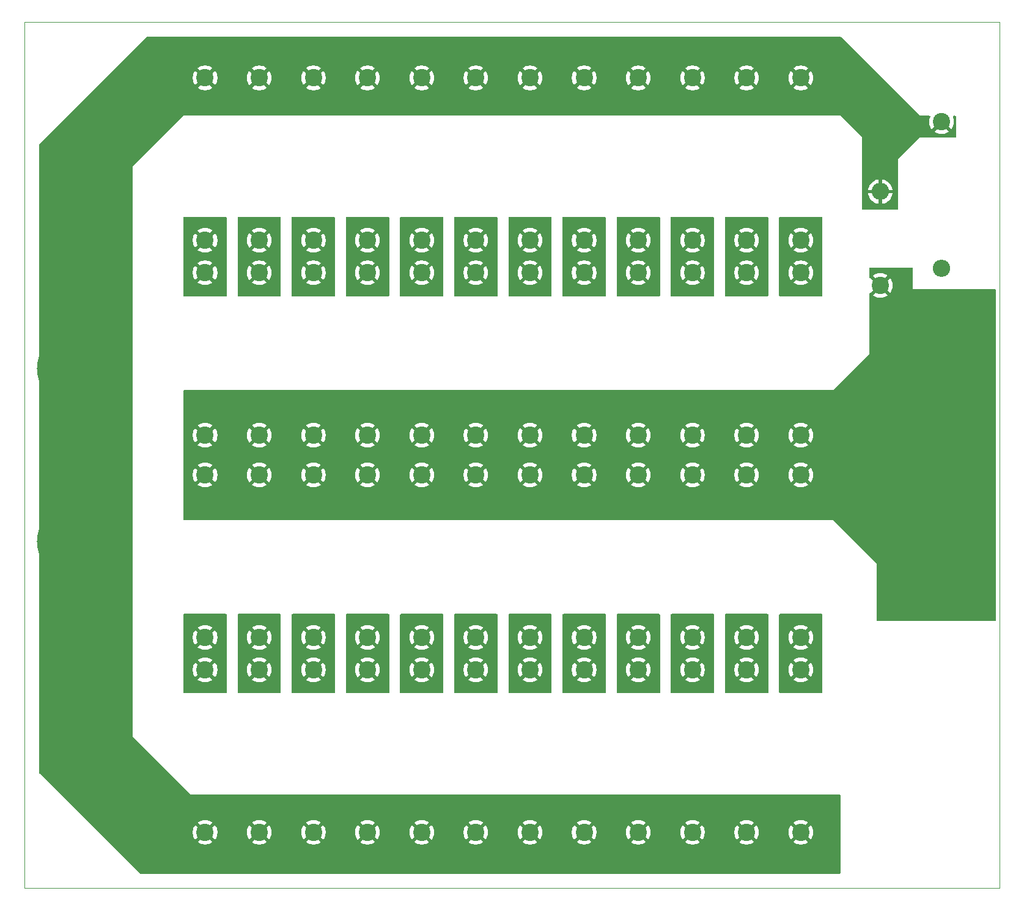
<source format=gbl>
%TF.GenerationSoftware,KiCad,Pcbnew,9.0.0*%
%TF.CreationDate,2025-12-10T15:51:30-08:00*%
%TF.ProjectId,cap_bank,6361705f-6261-46e6-9b2e-6b696361645f,rev?*%
%TF.SameCoordinates,Original*%
%TF.FileFunction,Copper,L2,Bot*%
%TF.FilePolarity,Positive*%
%FSLAX46Y46*%
G04 Gerber Fmt 4.6, Leading zero omitted, Abs format (unit mm)*
G04 Created by KiCad (PCBNEW 9.0.0) date 2025-12-10 15:51:30*
%MOMM*%
%LPD*%
G01*
G04 APERTURE LIST*
%TA.AperFunction,ComponentPad*%
%ADD10C,0.600000*%
%TD*%
%TA.AperFunction,ComponentPad*%
%ADD11C,10.600000*%
%TD*%
%TA.AperFunction,ComponentPad*%
%ADD12C,2.400000*%
%TD*%
%TA.AperFunction,ComponentPad*%
%ADD13O,2.400000X2.400000*%
%TD*%
%TA.AperFunction,ViaPad*%
%ADD14C,0.600000*%
%TD*%
%TA.AperFunction,Profile*%
%ADD15C,0.050000*%
%TD*%
G04 APERTURE END LIST*
D10*
%TO.P,H2,1,1*%
%TO.N,/NEG*%
X186500000Y-106500000D03*
X187500000Y-106500000D03*
X188500000Y-106500000D03*
X189500000Y-106500000D03*
X184500000Y-105500000D03*
X185500000Y-105500000D03*
X186500000Y-105500000D03*
X187500000Y-105500000D03*
X188500000Y-105500000D03*
X189500000Y-105500000D03*
X190500000Y-105500000D03*
X191500000Y-105500000D03*
X184500000Y-104500000D03*
X185500000Y-104500000D03*
X190500000Y-104500000D03*
X191500000Y-104500000D03*
X183500000Y-103500000D03*
X184500000Y-103500000D03*
X191500000Y-103500000D03*
X192500000Y-103500000D03*
X183500000Y-102500000D03*
X184500000Y-102500000D03*
X191500000Y-102500000D03*
X192500000Y-102500000D03*
D11*
X188000000Y-102000000D03*
D10*
X183500000Y-101500000D03*
X184500000Y-101500000D03*
X191500000Y-101500000D03*
X192500000Y-101500000D03*
X183500000Y-100500000D03*
X184500000Y-100500000D03*
X191500000Y-100500000D03*
X192500000Y-100500000D03*
X184500000Y-99500000D03*
X185500000Y-99500000D03*
X190500000Y-99500000D03*
X191500000Y-99500000D03*
X184500000Y-98500000D03*
X185500000Y-98500000D03*
X186500000Y-98500000D03*
X187500000Y-98500000D03*
X188500000Y-98500000D03*
X189500000Y-98500000D03*
X190500000Y-98500000D03*
X191500000Y-98500000D03*
X186500000Y-97500000D03*
X187500000Y-97500000D03*
X188500000Y-97500000D03*
X189500000Y-97500000D03*
X186500000Y-82500000D03*
X187500000Y-82500000D03*
X188500000Y-82500000D03*
X189500000Y-82500000D03*
X184500000Y-81500000D03*
X185500000Y-81500000D03*
X186500000Y-81500000D03*
X187500000Y-81500000D03*
X188500000Y-81500000D03*
X189500000Y-81500000D03*
X190500000Y-81500000D03*
X191500000Y-81500000D03*
X184500000Y-80500000D03*
X185500000Y-80500000D03*
X190500000Y-80500000D03*
X191500000Y-80500000D03*
X183500000Y-79500000D03*
X184500000Y-79500000D03*
X191500000Y-79500000D03*
X192500000Y-79500000D03*
X183500000Y-78500000D03*
X184500000Y-78500000D03*
X191500000Y-78500000D03*
X192500000Y-78500000D03*
D11*
X188000000Y-78000000D03*
D10*
X183500000Y-77500000D03*
X184500000Y-77500000D03*
X191500000Y-77500000D03*
X192500000Y-77500000D03*
X183500000Y-76500000D03*
X184500000Y-76500000D03*
X191500000Y-76500000D03*
X192500000Y-76500000D03*
X184500000Y-75500000D03*
X185500000Y-75500000D03*
X190500000Y-75500000D03*
X191500000Y-75500000D03*
X184500000Y-74500000D03*
X185500000Y-74500000D03*
X186500000Y-74500000D03*
X187500000Y-74500000D03*
X188500000Y-74500000D03*
X189500000Y-74500000D03*
X190500000Y-74500000D03*
X191500000Y-74500000D03*
X186500000Y-73500000D03*
X187500000Y-73500000D03*
X188500000Y-73500000D03*
X189500000Y-73500000D03*
%TD*%
%TO.P,H1,1,1*%
%TO.N,/POS*%
X65500000Y-106500000D03*
X66500000Y-106500000D03*
X67500000Y-106500000D03*
X68500000Y-106500000D03*
X63500000Y-105500000D03*
X64500000Y-105500000D03*
X65500000Y-105500000D03*
X66500000Y-105500000D03*
X67500000Y-105500000D03*
X68500000Y-105500000D03*
X69500000Y-105500000D03*
X70500000Y-105500000D03*
X63500000Y-104500000D03*
X64500000Y-104500000D03*
X69500000Y-104500000D03*
X70500000Y-104500000D03*
X62500000Y-103500000D03*
X63500000Y-103500000D03*
X70500000Y-103500000D03*
X71500000Y-103500000D03*
X62500000Y-102500000D03*
X63500000Y-102500000D03*
X70500000Y-102500000D03*
X71500000Y-102500000D03*
D11*
X67000000Y-102000000D03*
D10*
X62500000Y-101500000D03*
X63500000Y-101500000D03*
X70500000Y-101500000D03*
X71500000Y-101500000D03*
X62500000Y-100500000D03*
X63500000Y-100500000D03*
X70500000Y-100500000D03*
X71500000Y-100500000D03*
X63500000Y-99500000D03*
X64500000Y-99500000D03*
X69500000Y-99500000D03*
X70500000Y-99500000D03*
X63500000Y-98500000D03*
X64500000Y-98500000D03*
X65500000Y-98500000D03*
X66500000Y-98500000D03*
X67500000Y-98500000D03*
X68500000Y-98500000D03*
X69500000Y-98500000D03*
X70500000Y-98500000D03*
X65500000Y-97500000D03*
X66500000Y-97500000D03*
X67500000Y-97500000D03*
X68500000Y-97500000D03*
X65500000Y-82500000D03*
X66500000Y-82500000D03*
X67500000Y-82500000D03*
X68500000Y-82500000D03*
X63500000Y-81500000D03*
X64500000Y-81500000D03*
X65500000Y-81500000D03*
X66500000Y-81500000D03*
X67500000Y-81500000D03*
X68500000Y-81500000D03*
X69500000Y-81500000D03*
X70500000Y-81500000D03*
X63500000Y-80500000D03*
X64500000Y-80500000D03*
X69500000Y-80500000D03*
X70500000Y-80500000D03*
X62500000Y-79500000D03*
X63500000Y-79500000D03*
X70500000Y-79500000D03*
X71500000Y-79500000D03*
X62500000Y-78500000D03*
X63500000Y-78500000D03*
X70500000Y-78500000D03*
X71500000Y-78500000D03*
D11*
X67000000Y-78000000D03*
D10*
X62500000Y-77500000D03*
X63500000Y-77500000D03*
X70500000Y-77500000D03*
X71500000Y-77500000D03*
X62500000Y-76500000D03*
X63500000Y-76500000D03*
X70500000Y-76500000D03*
X71500000Y-76500000D03*
X63500000Y-75500000D03*
X64500000Y-75500000D03*
X69500000Y-75500000D03*
X70500000Y-75500000D03*
X63500000Y-74500000D03*
X64500000Y-74500000D03*
X65500000Y-74500000D03*
X66500000Y-74500000D03*
X67500000Y-74500000D03*
X68500000Y-74500000D03*
X69500000Y-74500000D03*
X70500000Y-74500000D03*
X65500000Y-73500000D03*
X66500000Y-73500000D03*
X67500000Y-73500000D03*
X68500000Y-73500000D03*
%TD*%
D12*
%TO.P,GD1,1*%
%TO.N,/NEG*%
X178500000Y-66500000D03*
D13*
%TO.P,GD1,2*%
%TO.N,/POS*%
X178500000Y-53500000D03*
%TD*%
D12*
%TO.P,C48,1*%
%TO.N,Net-(C36-Pad2)*%
X167500000Y-60250000D03*
%TO.P,C48,2*%
%TO.N,/POS*%
X167500000Y-37750000D03*
%TD*%
%TO.P,C47,1*%
%TO.N,Net-(C35-Pad2)*%
X160000000Y-60250000D03*
%TO.P,C47,2*%
%TO.N,/POS*%
X160000000Y-37750000D03*
%TD*%
%TO.P,C46,1*%
%TO.N,Net-(C34-Pad2)*%
X152500000Y-60250000D03*
%TO.P,C46,2*%
%TO.N,/POS*%
X152500000Y-37750000D03*
%TD*%
%TO.P,C45,1*%
%TO.N,Net-(C33-Pad2)*%
X145000000Y-60250000D03*
%TO.P,C45,2*%
%TO.N,/POS*%
X145000000Y-37750000D03*
%TD*%
%TO.P,C44,1*%
%TO.N,Net-(C32-Pad2)*%
X137500000Y-60250000D03*
%TO.P,C44,2*%
%TO.N,/POS*%
X137500000Y-37750000D03*
%TD*%
%TO.P,C43,1*%
%TO.N,Net-(C31-Pad2)*%
X130000000Y-60250000D03*
%TO.P,C43,2*%
%TO.N,/POS*%
X130000000Y-37750000D03*
%TD*%
%TO.P,C42,1*%
%TO.N,Net-(C30-Pad2)*%
X122500000Y-60250000D03*
%TO.P,C42,2*%
%TO.N,/POS*%
X122500000Y-37750000D03*
%TD*%
%TO.P,C41,1*%
%TO.N,Net-(C29-Pad2)*%
X115000000Y-60250000D03*
%TO.P,C41,2*%
%TO.N,/POS*%
X115000000Y-37750000D03*
%TD*%
%TO.P,C40,1*%
%TO.N,Net-(C28-Pad2)*%
X107500000Y-60250000D03*
%TO.P,C40,2*%
%TO.N,/POS*%
X107500000Y-37750000D03*
%TD*%
%TO.P,C39,1*%
%TO.N,Net-(C27-Pad2)*%
X100000000Y-60250000D03*
%TO.P,C39,2*%
%TO.N,/POS*%
X100000000Y-37750000D03*
%TD*%
%TO.P,C38,1*%
%TO.N,Net-(C26-Pad2)*%
X92500000Y-60250000D03*
%TO.P,C38,2*%
%TO.N,/POS*%
X92500000Y-37750000D03*
%TD*%
%TO.P,C37,1*%
%TO.N,Net-(C25-Pad2)*%
X85000000Y-60250000D03*
%TO.P,C37,2*%
%TO.N,/POS*%
X85000000Y-37750000D03*
%TD*%
%TO.P,C36,1*%
%TO.N,/NEG*%
X167500000Y-87250000D03*
%TO.P,C36,2*%
%TO.N,Net-(C36-Pad2)*%
X167500000Y-64750000D03*
%TD*%
%TO.P,C35,1*%
%TO.N,/NEG*%
X160000000Y-87250000D03*
%TO.P,C35,2*%
%TO.N,Net-(C35-Pad2)*%
X160000000Y-64750000D03*
%TD*%
%TO.P,C34,1*%
%TO.N,/NEG*%
X152500000Y-87250000D03*
%TO.P,C34,2*%
%TO.N,Net-(C34-Pad2)*%
X152500000Y-64750000D03*
%TD*%
%TO.P,C33,1*%
%TO.N,/NEG*%
X145000000Y-87250000D03*
%TO.P,C33,2*%
%TO.N,Net-(C33-Pad2)*%
X145000000Y-64750000D03*
%TD*%
%TO.P,C32,1*%
%TO.N,/NEG*%
X137500000Y-87250000D03*
%TO.P,C32,2*%
%TO.N,Net-(C32-Pad2)*%
X137500000Y-64750000D03*
%TD*%
%TO.P,C31,1*%
%TO.N,/NEG*%
X130000000Y-87250000D03*
%TO.P,C31,2*%
%TO.N,Net-(C31-Pad2)*%
X130000000Y-64750000D03*
%TD*%
%TO.P,C30,1*%
%TO.N,/NEG*%
X122500000Y-87250000D03*
%TO.P,C30,2*%
%TO.N,Net-(C30-Pad2)*%
X122500000Y-64750000D03*
%TD*%
%TO.P,C29,1*%
%TO.N,/NEG*%
X115000000Y-87250000D03*
%TO.P,C29,2*%
%TO.N,Net-(C29-Pad2)*%
X115000000Y-64750000D03*
%TD*%
%TO.P,C28,1*%
%TO.N,/NEG*%
X107500000Y-87250000D03*
%TO.P,C28,2*%
%TO.N,Net-(C28-Pad2)*%
X107500000Y-64750000D03*
%TD*%
%TO.P,C27,1*%
%TO.N,/NEG*%
X100000000Y-87250000D03*
%TO.P,C27,2*%
%TO.N,Net-(C27-Pad2)*%
X100000000Y-64750000D03*
%TD*%
%TO.P,C26,1*%
%TO.N,/NEG*%
X92500000Y-87250000D03*
%TO.P,C26,2*%
%TO.N,Net-(C26-Pad2)*%
X92500000Y-64750000D03*
%TD*%
%TO.P,C25,1*%
%TO.N,/NEG*%
X85000000Y-87250000D03*
%TO.P,C25,2*%
%TO.N,Net-(C25-Pad2)*%
X85000000Y-64750000D03*
%TD*%
%TO.P,C24,1*%
%TO.N,Net-(C12-Pad2)*%
X167500000Y-115250000D03*
%TO.P,C24,2*%
%TO.N,/NEG*%
X167500000Y-92750000D03*
%TD*%
%TO.P,C23,1*%
%TO.N,Net-(C11-Pad2)*%
X160000000Y-115250000D03*
%TO.P,C23,2*%
%TO.N,/NEG*%
X160000000Y-92750000D03*
%TD*%
%TO.P,C22,1*%
%TO.N,Net-(C10-Pad2)*%
X152500000Y-115250000D03*
%TO.P,C22,2*%
%TO.N,/NEG*%
X152500000Y-92750000D03*
%TD*%
%TO.P,C21,1*%
%TO.N,Net-(C21-Pad1)*%
X145000000Y-115250000D03*
%TO.P,C21,2*%
%TO.N,/NEG*%
X145000000Y-92750000D03*
%TD*%
%TO.P,C20,1*%
%TO.N,Net-(C20-Pad1)*%
X137500000Y-115250000D03*
%TO.P,C20,2*%
%TO.N,/NEG*%
X137500000Y-92750000D03*
%TD*%
%TO.P,C19,2*%
%TO.N,/NEG*%
X130000000Y-92750000D03*
%TO.P,C19,1*%
%TO.N,Net-(C19-Pad1)*%
X130000000Y-115250000D03*
%TD*%
%TO.P,C18,1*%
%TO.N,Net-(C18-Pad1)*%
X122500000Y-115250000D03*
%TO.P,C18,2*%
%TO.N,/NEG*%
X122500000Y-92750000D03*
%TD*%
%TO.P,C17,1*%
%TO.N,Net-(C17-Pad1)*%
X115000000Y-115250000D03*
%TO.P,C17,2*%
%TO.N,/NEG*%
X115000000Y-92750000D03*
%TD*%
%TO.P,C16,1*%
%TO.N,Net-(C16-Pad1)*%
X107500000Y-115250000D03*
%TO.P,C16,2*%
%TO.N,/NEG*%
X107500000Y-92750000D03*
%TD*%
%TO.P,C15,1*%
%TO.N,Net-(C15-Pad1)*%
X100000000Y-115250000D03*
%TO.P,C15,2*%
%TO.N,/NEG*%
X100000000Y-92750000D03*
%TD*%
%TO.P,C14,1*%
%TO.N,Net-(C14-Pad1)*%
X92500000Y-115250000D03*
%TO.P,C14,2*%
%TO.N,/NEG*%
X92500000Y-92750000D03*
%TD*%
%TO.P,C13,1*%
%TO.N,Net-(C1-Pad2)*%
X85000000Y-115250000D03*
%TO.P,C13,2*%
%TO.N,/NEG*%
X85000000Y-92750000D03*
%TD*%
%TO.P,C12,1*%
%TO.N,/POS*%
X167500000Y-142250000D03*
%TO.P,C12,2*%
%TO.N,Net-(C12-Pad2)*%
X167500000Y-119750000D03*
%TD*%
%TO.P,C11,1*%
%TO.N,/POS*%
X160000000Y-142250000D03*
%TO.P,C11,2*%
%TO.N,Net-(C11-Pad2)*%
X160000000Y-119750000D03*
%TD*%
%TO.P,C10,1*%
%TO.N,/POS*%
X152500000Y-142250000D03*
%TO.P,C10,2*%
%TO.N,Net-(C10-Pad2)*%
X152500000Y-119750000D03*
%TD*%
%TO.P,C9,1*%
%TO.N,/POS*%
X145000000Y-142250000D03*
%TO.P,C9,2*%
%TO.N,Net-(C21-Pad1)*%
X145000000Y-119750000D03*
%TD*%
%TO.P,C8,1*%
%TO.N,/POS*%
X137500000Y-142250000D03*
%TO.P,C8,2*%
%TO.N,Net-(C20-Pad1)*%
X137500000Y-119750000D03*
%TD*%
%TO.P,C7,1*%
%TO.N,/POS*%
X130000000Y-142250000D03*
%TO.P,C7,2*%
%TO.N,Net-(C19-Pad1)*%
X130000000Y-119750000D03*
%TD*%
%TO.P,C6,1*%
%TO.N,/POS*%
X122500000Y-142250000D03*
%TO.P,C6,2*%
%TO.N,Net-(C18-Pad1)*%
X122500000Y-119750000D03*
%TD*%
%TO.P,C5,1*%
%TO.N,/POS*%
X115000000Y-142250000D03*
%TO.P,C5,2*%
%TO.N,Net-(C17-Pad1)*%
X115000000Y-119750000D03*
%TD*%
%TO.P,C4,1*%
%TO.N,/POS*%
X107500000Y-142250000D03*
%TO.P,C4,2*%
%TO.N,Net-(C16-Pad1)*%
X107500000Y-119750000D03*
%TD*%
%TO.P,C3,1*%
%TO.N,/POS*%
X100000000Y-142250000D03*
%TO.P,C3,2*%
%TO.N,Net-(C15-Pad1)*%
X100000000Y-119750000D03*
%TD*%
%TO.P,C2,1*%
%TO.N,/POS*%
X92500000Y-142250000D03*
%TO.P,C2,2*%
%TO.N,Net-(C14-Pad1)*%
X92500000Y-119750000D03*
%TD*%
%TO.P,C1,1*%
%TO.N,/POS*%
X85000000Y-142250000D03*
%TO.P,C1,2*%
%TO.N,Net-(C1-Pad2)*%
X85000000Y-119750000D03*
%TD*%
%TO.P,R1,1*%
%TO.N,/POS*%
X187000000Y-43840000D03*
D13*
%TO.P,R1,2*%
%TO.N,Net-(D1-K)*%
X187000000Y-64160000D03*
%TD*%
D14*
%TO.N,/NEG*%
X91000000Y-96500000D03*
X92000000Y-97500000D03*
X94000000Y-95500000D03*
X91000000Y-95500000D03*
X93000000Y-95500000D03*
X93000000Y-97500000D03*
X109000000Y-97500000D03*
X109000000Y-96500000D03*
X86500000Y-97500000D03*
X107000000Y-95500000D03*
X84500000Y-95500000D03*
X86500000Y-96500000D03*
X85500000Y-96500000D03*
X84500000Y-96500000D03*
X83500000Y-97500000D03*
X85500000Y-97500000D03*
X116500000Y-96500000D03*
X83500000Y-96500000D03*
X84500000Y-97500000D03*
X124000000Y-97500000D03*
X115500000Y-97500000D03*
X115500000Y-95500000D03*
X122000000Y-95500000D03*
X114500000Y-97500000D03*
X116500000Y-95500000D03*
X124000000Y-96500000D03*
X113500000Y-96500000D03*
X122000000Y-96500000D03*
X115500000Y-96500000D03*
X114500000Y-96500000D03*
X113500000Y-95500000D03*
X113500000Y-97500000D03*
X123000000Y-96500000D03*
X106000000Y-97500000D03*
X108000000Y-95500000D03*
X86500000Y-95500000D03*
X108000000Y-97500000D03*
X109000000Y-95500000D03*
X106000000Y-96500000D03*
X83500000Y-95500000D03*
X106000000Y-95500000D03*
X108000000Y-96500000D03*
X107000000Y-97500000D03*
X85500000Y-95500000D03*
X107000000Y-96500000D03*
X124000000Y-95500000D03*
X123000000Y-95500000D03*
X114500000Y-95500000D03*
X116500000Y-97500000D03*
X121000000Y-96500000D03*
X121000000Y-97500000D03*
X121000000Y-95500000D03*
X123000000Y-97500000D03*
X122000000Y-97500000D03*
X93000000Y-96500000D03*
X92000000Y-96500000D03*
X98500000Y-95500000D03*
X100500000Y-95500000D03*
X94000000Y-97500000D03*
X91000000Y-97500000D03*
X94000000Y-96500000D03*
X92000000Y-95500000D03*
X101500000Y-95500000D03*
X98500000Y-97500000D03*
X99500000Y-96500000D03*
X98500000Y-96500000D03*
X99500000Y-95500000D03*
X101500000Y-97500000D03*
X101500000Y-96500000D03*
X100500000Y-96500000D03*
X99500000Y-97500000D03*
X100500000Y-97500000D03*
X136000000Y-96500000D03*
X137000000Y-97500000D03*
X139000000Y-95500000D03*
X136000000Y-95500000D03*
X138000000Y-95500000D03*
X138000000Y-97500000D03*
X154000000Y-97500000D03*
X154000000Y-96500000D03*
X131500000Y-97500000D03*
X152000000Y-95500000D03*
X129500000Y-95500000D03*
X131500000Y-96500000D03*
X130500000Y-96500000D03*
X129500000Y-96500000D03*
X128500000Y-97500000D03*
X130500000Y-97500000D03*
X161500000Y-96500000D03*
X128500000Y-96500000D03*
X129500000Y-97500000D03*
X169000000Y-97500000D03*
X160500000Y-97500000D03*
X160500000Y-95500000D03*
X167000000Y-95500000D03*
X159500000Y-97500000D03*
X161500000Y-95500000D03*
X169000000Y-96500000D03*
X158500000Y-96500000D03*
X167000000Y-96500000D03*
X160500000Y-96500000D03*
X159500000Y-96500000D03*
X158500000Y-95500000D03*
X158500000Y-97500000D03*
X168000000Y-96500000D03*
X151000000Y-97500000D03*
X153000000Y-95500000D03*
X131500000Y-95500000D03*
X153000000Y-97500000D03*
X154000000Y-95500000D03*
X151000000Y-96500000D03*
X128500000Y-95500000D03*
X151000000Y-95500000D03*
X153000000Y-96500000D03*
X152000000Y-97500000D03*
X130500000Y-95500000D03*
X152000000Y-96500000D03*
X169000000Y-95500000D03*
X168000000Y-95500000D03*
X159500000Y-95500000D03*
X161500000Y-97500000D03*
X166000000Y-96500000D03*
X166000000Y-97500000D03*
X166000000Y-95500000D03*
X168000000Y-97500000D03*
X167000000Y-97500000D03*
X138000000Y-96500000D03*
X137000000Y-96500000D03*
X143500000Y-95500000D03*
X145500000Y-95500000D03*
X139000000Y-97500000D03*
X136000000Y-97500000D03*
X139000000Y-96500000D03*
X137000000Y-95500000D03*
X146500000Y-95500000D03*
X143500000Y-97500000D03*
X144500000Y-96500000D03*
X143500000Y-96500000D03*
X144500000Y-95500000D03*
X146500000Y-97500000D03*
X146500000Y-96500000D03*
X145500000Y-96500000D03*
X144500000Y-97500000D03*
X145500000Y-97500000D03*
X136000000Y-83500000D03*
X137000000Y-84500000D03*
X139000000Y-82500000D03*
X136000000Y-82500000D03*
X138000000Y-82500000D03*
X138000000Y-84500000D03*
X154000000Y-84500000D03*
X154000000Y-83500000D03*
X131500000Y-84500000D03*
X152000000Y-82500000D03*
X129500000Y-82500000D03*
X131500000Y-83500000D03*
X130500000Y-83500000D03*
X129500000Y-83500000D03*
X128500000Y-84500000D03*
X130500000Y-84500000D03*
X161500000Y-83500000D03*
X128500000Y-83500000D03*
X129500000Y-84500000D03*
X169000000Y-84500000D03*
X160500000Y-84500000D03*
X160500000Y-82500000D03*
X167000000Y-82500000D03*
X159500000Y-84500000D03*
X161500000Y-82500000D03*
X169000000Y-83500000D03*
X158500000Y-83500000D03*
X167000000Y-83500000D03*
X160500000Y-83500000D03*
X159500000Y-83500000D03*
X158500000Y-82500000D03*
X158500000Y-84500000D03*
X168000000Y-83500000D03*
X151000000Y-84500000D03*
X153000000Y-82500000D03*
X131500000Y-82500000D03*
X153000000Y-84500000D03*
X154000000Y-82500000D03*
X151000000Y-83500000D03*
X128500000Y-82500000D03*
X151000000Y-82500000D03*
X153000000Y-83500000D03*
X152000000Y-84500000D03*
X130500000Y-82500000D03*
X152000000Y-83500000D03*
X169000000Y-82500000D03*
X168000000Y-82500000D03*
X159500000Y-82500000D03*
X161500000Y-84500000D03*
X166000000Y-83500000D03*
X166000000Y-84500000D03*
X166000000Y-82500000D03*
X168000000Y-84500000D03*
X167000000Y-84500000D03*
X138000000Y-83500000D03*
X137000000Y-83500000D03*
X143500000Y-82500000D03*
X145500000Y-82500000D03*
X139000000Y-84500000D03*
X136000000Y-84500000D03*
X139000000Y-83500000D03*
X137000000Y-82500000D03*
X146500000Y-82500000D03*
X143500000Y-84500000D03*
X144500000Y-83500000D03*
X143500000Y-83500000D03*
X144500000Y-82500000D03*
X146500000Y-84500000D03*
X146500000Y-83500000D03*
X145500000Y-83500000D03*
X144500000Y-84500000D03*
X145500000Y-84500000D03*
X124000000Y-84500000D03*
X122000000Y-82500000D03*
X124000000Y-83500000D03*
X123000000Y-83500000D03*
X122000000Y-83500000D03*
X121000000Y-84500000D03*
X123000000Y-84500000D03*
X121000000Y-83500000D03*
X122000000Y-84500000D03*
X124000000Y-82500000D03*
X121000000Y-82500000D03*
X123000000Y-82500000D03*
X116500000Y-84500000D03*
X114500000Y-82500000D03*
X116500000Y-83500000D03*
X115500000Y-83500000D03*
X114500000Y-83500000D03*
X113500000Y-84500000D03*
X115500000Y-84500000D03*
X113500000Y-83500000D03*
X114500000Y-84500000D03*
X116500000Y-82500000D03*
X113500000Y-82500000D03*
X115500000Y-82500000D03*
X109000000Y-84500000D03*
X107000000Y-82500000D03*
X109000000Y-83500000D03*
X108000000Y-83500000D03*
X107000000Y-83500000D03*
X106000000Y-84500000D03*
X108000000Y-84500000D03*
X106000000Y-83500000D03*
X107000000Y-84500000D03*
X109000000Y-82500000D03*
X106000000Y-82500000D03*
X108000000Y-82500000D03*
X101500000Y-84500000D03*
X99500000Y-82500000D03*
X101500000Y-83500000D03*
X100500000Y-83500000D03*
X99500000Y-83500000D03*
X98500000Y-84500000D03*
X100500000Y-84500000D03*
X98500000Y-83500000D03*
X99500000Y-84500000D03*
X101500000Y-82500000D03*
X98500000Y-82500000D03*
X100500000Y-82500000D03*
X94000000Y-84500000D03*
X92000000Y-82500000D03*
X94000000Y-83500000D03*
X93000000Y-83500000D03*
X92000000Y-83500000D03*
X91000000Y-84500000D03*
X93000000Y-84500000D03*
X91000000Y-83500000D03*
X92000000Y-84500000D03*
X94000000Y-82500000D03*
X91000000Y-82500000D03*
X93000000Y-82500000D03*
X86500000Y-82500000D03*
X83500000Y-82500000D03*
X85500000Y-82500000D03*
X84500000Y-82500000D03*
X86500000Y-83500000D03*
X83500000Y-83500000D03*
X85500000Y-83500000D03*
X84500000Y-83500000D03*
X86500000Y-84500000D03*
X83500000Y-84500000D03*
X85500000Y-84500000D03*
X84500000Y-84500000D03*
%TO.N,/POS*%
X116500000Y-42000000D03*
X123000000Y-40000000D03*
X115500000Y-42000000D03*
X114500000Y-41000000D03*
X114500000Y-42000000D03*
X115500000Y-41000000D03*
X114500000Y-40000000D03*
X113500000Y-40000000D03*
X116500000Y-41000000D03*
X113500000Y-41000000D03*
X109000000Y-40000000D03*
X107000000Y-41000000D03*
X109000000Y-42000000D03*
X108000000Y-42000000D03*
X108000000Y-41000000D03*
X106000000Y-40000000D03*
X106000000Y-41000000D03*
X107000000Y-42000000D03*
X107000000Y-40000000D03*
X121000000Y-42000000D03*
X116500000Y-40000000D03*
X109000000Y-41000000D03*
X99500000Y-42000000D03*
X101500000Y-40000000D03*
X101500000Y-42000000D03*
X98500000Y-40000000D03*
X124000000Y-40000000D03*
X100500000Y-41000000D03*
X100500000Y-42000000D03*
X113500000Y-42000000D03*
X100500000Y-40000000D03*
X99500000Y-40000000D03*
X98500000Y-41000000D03*
X99500000Y-41000000D03*
X101500000Y-41000000D03*
X86500000Y-42000000D03*
X94000000Y-42000000D03*
X85500000Y-41000000D03*
X108000000Y-40000000D03*
X84500000Y-40000000D03*
X83500000Y-40000000D03*
X86500000Y-41000000D03*
X85500000Y-42000000D03*
X121000000Y-41000000D03*
X93000000Y-41000000D03*
X84500000Y-42000000D03*
X84500000Y-41000000D03*
X83500000Y-41000000D03*
X91000000Y-40000000D03*
X94000000Y-41000000D03*
X92000000Y-42000000D03*
X91000000Y-42000000D03*
X91000000Y-41000000D03*
X94000000Y-40000000D03*
X92000000Y-41000000D03*
X93000000Y-40000000D03*
X115500000Y-40000000D03*
X92000000Y-40000000D03*
X98500000Y-42000000D03*
X93000000Y-42000000D03*
X106000000Y-42000000D03*
X123000000Y-42000000D03*
X124000000Y-42000000D03*
X122000000Y-40000000D03*
X124000000Y-41000000D03*
X122000000Y-42000000D03*
X123000000Y-41000000D03*
X122000000Y-41000000D03*
X121000000Y-40000000D03*
X86500000Y-40000000D03*
X85500000Y-40000000D03*
X83500000Y-42000000D03*
X161500000Y-42000000D03*
X168000000Y-40000000D03*
X160500000Y-42000000D03*
X159500000Y-41000000D03*
X159500000Y-42000000D03*
X160500000Y-41000000D03*
X159500000Y-40000000D03*
X158500000Y-40000000D03*
X161500000Y-41000000D03*
X158500000Y-41000000D03*
X154000000Y-40000000D03*
X152000000Y-41000000D03*
X154000000Y-42000000D03*
X153000000Y-42000000D03*
X153000000Y-41000000D03*
X151000000Y-40000000D03*
X151000000Y-41000000D03*
X152000000Y-42000000D03*
X152000000Y-40000000D03*
X166000000Y-42000000D03*
X161500000Y-40000000D03*
X154000000Y-41000000D03*
X144500000Y-42000000D03*
X146500000Y-40000000D03*
X146500000Y-42000000D03*
X143500000Y-40000000D03*
X169000000Y-40000000D03*
X145500000Y-41000000D03*
X145500000Y-42000000D03*
X158500000Y-42000000D03*
X145500000Y-40000000D03*
X144500000Y-40000000D03*
X143500000Y-41000000D03*
X144500000Y-41000000D03*
X146500000Y-41000000D03*
X131500000Y-42000000D03*
X139000000Y-42000000D03*
X130500000Y-41000000D03*
X153000000Y-40000000D03*
X129500000Y-40000000D03*
X128500000Y-40000000D03*
X131500000Y-41000000D03*
X130500000Y-42000000D03*
X166000000Y-41000000D03*
X138000000Y-41000000D03*
X129500000Y-42000000D03*
X129500000Y-41000000D03*
X128500000Y-41000000D03*
X136000000Y-40000000D03*
X139000000Y-41000000D03*
X137000000Y-42000000D03*
X136000000Y-42000000D03*
X136000000Y-41000000D03*
X139000000Y-40000000D03*
X137000000Y-41000000D03*
X138000000Y-40000000D03*
X160500000Y-40000000D03*
X137000000Y-40000000D03*
X143500000Y-42000000D03*
X138000000Y-42000000D03*
X151000000Y-42000000D03*
X168000000Y-42000000D03*
X169000000Y-42000000D03*
X167000000Y-40000000D03*
X169000000Y-41000000D03*
X167000000Y-42000000D03*
X168000000Y-41000000D03*
X167000000Y-41000000D03*
X166000000Y-40000000D03*
X131500000Y-40000000D03*
X130500000Y-40000000D03*
X128500000Y-42000000D03*
X161500000Y-140000000D03*
X168000000Y-138000000D03*
X160500000Y-140000000D03*
X159500000Y-139000000D03*
X159500000Y-140000000D03*
X160500000Y-139000000D03*
X159500000Y-138000000D03*
X158500000Y-138000000D03*
X161500000Y-139000000D03*
X158500000Y-139000000D03*
X154000000Y-138000000D03*
X152000000Y-139000000D03*
X154000000Y-140000000D03*
X153000000Y-140000000D03*
X153000000Y-139000000D03*
X151000000Y-138000000D03*
X151000000Y-139000000D03*
X152000000Y-140000000D03*
X152000000Y-138000000D03*
X166000000Y-140000000D03*
X161500000Y-138000000D03*
X154000000Y-139000000D03*
X144500000Y-140000000D03*
X146500000Y-138000000D03*
X146500000Y-140000000D03*
X143500000Y-138000000D03*
X169000000Y-138000000D03*
X145500000Y-139000000D03*
X145500000Y-140000000D03*
X158500000Y-140000000D03*
X145500000Y-138000000D03*
X144500000Y-138000000D03*
X143500000Y-139000000D03*
X144500000Y-139000000D03*
X146500000Y-139000000D03*
X131500000Y-140000000D03*
X139000000Y-140000000D03*
X130500000Y-139000000D03*
X153000000Y-138000000D03*
X129500000Y-138000000D03*
X128500000Y-138000000D03*
X131500000Y-139000000D03*
X130500000Y-140000000D03*
X166000000Y-139000000D03*
X138000000Y-139000000D03*
X129500000Y-140000000D03*
X129500000Y-139000000D03*
X128500000Y-139000000D03*
X136000000Y-138000000D03*
X139000000Y-139000000D03*
X137000000Y-140000000D03*
X136000000Y-140000000D03*
X136000000Y-139000000D03*
X139000000Y-138000000D03*
X137000000Y-139000000D03*
X138000000Y-138000000D03*
X160500000Y-138000000D03*
X137000000Y-138000000D03*
X143500000Y-140000000D03*
X138000000Y-140000000D03*
X151000000Y-140000000D03*
X168000000Y-140000000D03*
X169000000Y-140000000D03*
X167000000Y-138000000D03*
X169000000Y-139000000D03*
X167000000Y-140000000D03*
X168000000Y-139000000D03*
X167000000Y-139000000D03*
X166000000Y-138000000D03*
X131500000Y-138000000D03*
X130500000Y-138000000D03*
X128500000Y-140000000D03*
X124000000Y-140000000D03*
X123000000Y-139000000D03*
X122000000Y-138000000D03*
X121000000Y-138000000D03*
X124000000Y-139000000D03*
X123000000Y-140000000D03*
X122000000Y-140000000D03*
X122000000Y-139000000D03*
X121000000Y-139000000D03*
X124000000Y-138000000D03*
X123000000Y-138000000D03*
X121000000Y-140000000D03*
X116500000Y-140000000D03*
X115500000Y-139000000D03*
X114500000Y-138000000D03*
X113500000Y-138000000D03*
X116500000Y-139000000D03*
X115500000Y-140000000D03*
X114500000Y-140000000D03*
X114500000Y-139000000D03*
X113500000Y-139000000D03*
X116500000Y-138000000D03*
X115500000Y-138000000D03*
X113500000Y-140000000D03*
X109000000Y-140000000D03*
X108000000Y-139000000D03*
X107000000Y-138000000D03*
X106000000Y-138000000D03*
X109000000Y-139000000D03*
X108000000Y-140000000D03*
X107000000Y-140000000D03*
X107000000Y-139000000D03*
X106000000Y-139000000D03*
X109000000Y-138000000D03*
X108000000Y-138000000D03*
X106000000Y-140000000D03*
X101500000Y-140000000D03*
X100500000Y-139000000D03*
X99500000Y-138000000D03*
X98500000Y-138000000D03*
X101500000Y-139000000D03*
X100500000Y-140000000D03*
X99500000Y-140000000D03*
X99500000Y-139000000D03*
X98500000Y-139000000D03*
X101500000Y-138000000D03*
X100500000Y-138000000D03*
X98500000Y-140000000D03*
X94000000Y-140000000D03*
X93000000Y-139000000D03*
X92000000Y-138000000D03*
X91000000Y-138000000D03*
X94000000Y-139000000D03*
X93000000Y-140000000D03*
X92000000Y-140000000D03*
X92000000Y-139000000D03*
X91000000Y-139000000D03*
X94000000Y-138000000D03*
X93000000Y-138000000D03*
X91000000Y-140000000D03*
X86500000Y-138000000D03*
X85500000Y-138000000D03*
X86500000Y-140000000D03*
X86500000Y-139000000D03*
X85500000Y-139000000D03*
X85500000Y-140000000D03*
X84500000Y-140000000D03*
X84500000Y-139000000D03*
X84500000Y-138000000D03*
X83500000Y-138000000D03*
X83500000Y-139000000D03*
X83500000Y-140000000D03*
%TD*%
%TA.AperFunction,Conductor*%
%TO.N,/POS*%
G36*
X173015677Y-32019685D02*
G01*
X173036319Y-32036319D01*
X184000000Y-43000000D01*
X185322294Y-43000000D01*
X185389333Y-43019685D01*
X185435088Y-43072489D01*
X185445032Y-43141647D01*
X185436855Y-43171454D01*
X185386762Y-43292384D01*
X185329088Y-43507632D01*
X185329085Y-43507645D01*
X185300000Y-43728575D01*
X185300000Y-43951424D01*
X185329085Y-44172354D01*
X185329088Y-44172367D01*
X185386763Y-44387618D01*
X185472045Y-44593502D01*
X185472054Y-44593520D01*
X185583464Y-44786491D01*
X185583473Y-44786504D01*
X185634040Y-44852403D01*
X185634043Y-44852403D01*
X186435387Y-44051058D01*
X186440889Y-44071591D01*
X186519881Y-44208408D01*
X186631592Y-44320119D01*
X186768409Y-44399111D01*
X186788940Y-44404612D01*
X185987595Y-45205955D01*
X185987595Y-45205956D01*
X186053507Y-45256533D01*
X186246485Y-45367949D01*
X186246497Y-45367954D01*
X186452381Y-45453236D01*
X186667632Y-45510911D01*
X186667645Y-45510914D01*
X186888575Y-45540000D01*
X187111425Y-45540000D01*
X187332354Y-45510914D01*
X187332367Y-45510911D01*
X187547618Y-45453236D01*
X187753502Y-45367954D01*
X187753514Y-45367949D01*
X187946498Y-45256530D01*
X188012403Y-45205957D01*
X188012404Y-45205956D01*
X187211059Y-44404612D01*
X187231591Y-44399111D01*
X187368408Y-44320119D01*
X187480119Y-44208408D01*
X187559111Y-44071591D01*
X187564612Y-44051059D01*
X188365956Y-44852404D01*
X188365957Y-44852403D01*
X188416530Y-44786498D01*
X188527949Y-44593514D01*
X188527954Y-44593502D01*
X188613236Y-44387618D01*
X188670911Y-44172367D01*
X188670914Y-44172354D01*
X188700000Y-43951424D01*
X188700000Y-43728575D01*
X188670914Y-43507645D01*
X188670911Y-43507632D01*
X188613237Y-43292384D01*
X188563145Y-43171454D01*
X188555676Y-43101984D01*
X188586950Y-43039505D01*
X188647039Y-43003852D01*
X188677706Y-43000000D01*
X188876000Y-43000000D01*
X188943039Y-43019685D01*
X188988794Y-43072489D01*
X189000000Y-43124000D01*
X189000000Y-45876000D01*
X188980315Y-45943039D01*
X188927511Y-45988794D01*
X188876000Y-46000000D01*
X183999999Y-46000000D01*
X181000000Y-48999999D01*
X181000000Y-55876000D01*
X180980315Y-55943039D01*
X180927511Y-55988794D01*
X180876000Y-56000000D01*
X176124000Y-56000000D01*
X176056961Y-55980315D01*
X176011206Y-55927511D01*
X176000000Y-55876000D01*
X176000000Y-53249999D01*
X176818244Y-53249999D01*
X176818245Y-53250000D01*
X177951518Y-53250000D01*
X177940889Y-53268409D01*
X177900000Y-53421009D01*
X177900000Y-53578991D01*
X177940889Y-53731591D01*
X177951518Y-53750000D01*
X176818244Y-53750000D01*
X176829087Y-53832367D01*
X176886764Y-54047620D01*
X176972045Y-54253502D01*
X176972054Y-54253520D01*
X177083464Y-54446491D01*
X177083466Y-54446495D01*
X177219130Y-54623293D01*
X177219138Y-54623302D01*
X177376698Y-54780862D01*
X177376706Y-54780869D01*
X177553504Y-54916533D01*
X177553508Y-54916535D01*
X177746479Y-55027945D01*
X177746497Y-55027954D01*
X177952379Y-55113235D01*
X178167632Y-55170912D01*
X178249999Y-55181755D01*
X178250000Y-55181755D01*
X178250000Y-54048482D01*
X178268409Y-54059111D01*
X178421009Y-54100000D01*
X178578991Y-54100000D01*
X178731591Y-54059111D01*
X178750000Y-54048482D01*
X178750000Y-55181755D01*
X178832367Y-55170912D01*
X179047620Y-55113235D01*
X179253502Y-55027954D01*
X179253520Y-55027945D01*
X179446491Y-54916535D01*
X179446495Y-54916533D01*
X179623293Y-54780869D01*
X179623302Y-54780862D01*
X179780862Y-54623302D01*
X179780869Y-54623293D01*
X179916533Y-54446495D01*
X179916535Y-54446491D01*
X180027945Y-54253520D01*
X180027954Y-54253502D01*
X180113235Y-54047620D01*
X180170912Y-53832367D01*
X180181756Y-53750000D01*
X179048482Y-53750000D01*
X179059111Y-53731591D01*
X179100000Y-53578991D01*
X179100000Y-53421009D01*
X179059111Y-53268409D01*
X179048482Y-53250000D01*
X180181755Y-53250000D01*
X180181755Y-53249999D01*
X180170912Y-53167632D01*
X180113235Y-52952379D01*
X180027954Y-52746497D01*
X180027945Y-52746479D01*
X179916535Y-52553508D01*
X179916533Y-52553504D01*
X179780869Y-52376706D01*
X179780862Y-52376698D01*
X179623302Y-52219138D01*
X179623293Y-52219130D01*
X179446495Y-52083466D01*
X179446491Y-52083464D01*
X179253520Y-51972054D01*
X179253502Y-51972045D01*
X179047618Y-51886763D01*
X178832363Y-51829087D01*
X178750000Y-51818242D01*
X178750000Y-52951517D01*
X178731591Y-52940889D01*
X178578991Y-52900000D01*
X178421009Y-52900000D01*
X178268409Y-52940889D01*
X178250000Y-52951517D01*
X178250000Y-51818242D01*
X178249999Y-51818242D01*
X178167636Y-51829087D01*
X177952381Y-51886763D01*
X177746497Y-51972045D01*
X177746479Y-51972054D01*
X177553508Y-52083464D01*
X177553504Y-52083466D01*
X177376706Y-52219130D01*
X177219130Y-52376706D01*
X177083466Y-52553504D01*
X177083464Y-52553508D01*
X176972054Y-52746479D01*
X176972045Y-52746497D01*
X176886764Y-52952379D01*
X176829087Y-53167632D01*
X176818244Y-53249999D01*
X176000000Y-53249999D01*
X176000000Y-46000000D01*
X173000000Y-43000000D01*
X82000000Y-43000000D01*
X81999999Y-43000000D01*
X75000000Y-49999999D01*
X75000000Y-50000000D01*
X75000000Y-129000000D01*
X83000000Y-137000000D01*
X172876000Y-137000000D01*
X172943039Y-137019685D01*
X172988794Y-137072489D01*
X173000000Y-137124000D01*
X173000000Y-147876000D01*
X172980315Y-147943039D01*
X172927511Y-147988794D01*
X172876000Y-148000000D01*
X76051362Y-148000000D01*
X75984323Y-147980315D01*
X75963681Y-147963681D01*
X70138575Y-142138575D01*
X83300000Y-142138575D01*
X83300000Y-142361424D01*
X83329085Y-142582354D01*
X83329088Y-142582367D01*
X83386763Y-142797618D01*
X83472045Y-143003502D01*
X83472054Y-143003520D01*
X83583464Y-143196491D01*
X83583473Y-143196504D01*
X83634040Y-143262403D01*
X83634043Y-143262403D01*
X84435387Y-142461059D01*
X84440889Y-142481591D01*
X84519881Y-142618408D01*
X84631592Y-142730119D01*
X84768409Y-142809111D01*
X84788940Y-142814612D01*
X83987595Y-143615955D01*
X83987595Y-143615956D01*
X84053507Y-143666533D01*
X84246485Y-143777949D01*
X84246497Y-143777954D01*
X84452381Y-143863236D01*
X84667632Y-143920911D01*
X84667645Y-143920914D01*
X84888575Y-143950000D01*
X85111425Y-143950000D01*
X85332354Y-143920914D01*
X85332367Y-143920911D01*
X85547618Y-143863236D01*
X85753502Y-143777954D01*
X85753514Y-143777949D01*
X85946498Y-143666530D01*
X86012403Y-143615957D01*
X86012404Y-143615956D01*
X85211059Y-142814612D01*
X85231591Y-142809111D01*
X85368408Y-142730119D01*
X85480119Y-142618408D01*
X85559111Y-142481591D01*
X85564612Y-142461059D01*
X86365956Y-143262404D01*
X86365957Y-143262403D01*
X86416530Y-143196498D01*
X86527949Y-143003514D01*
X86527954Y-143003502D01*
X86613236Y-142797618D01*
X86670911Y-142582367D01*
X86670914Y-142582354D01*
X86700000Y-142361424D01*
X86700000Y-142138575D01*
X90800000Y-142138575D01*
X90800000Y-142361424D01*
X90829085Y-142582354D01*
X90829088Y-142582367D01*
X90886763Y-142797618D01*
X90972045Y-143003502D01*
X90972054Y-143003520D01*
X91083464Y-143196491D01*
X91083473Y-143196504D01*
X91134040Y-143262403D01*
X91134043Y-143262403D01*
X91935387Y-142461059D01*
X91940889Y-142481591D01*
X92019881Y-142618408D01*
X92131592Y-142730119D01*
X92268409Y-142809111D01*
X92288940Y-142814612D01*
X91487595Y-143615955D01*
X91487595Y-143615956D01*
X91553507Y-143666533D01*
X91746485Y-143777949D01*
X91746497Y-143777954D01*
X91952381Y-143863236D01*
X92167632Y-143920911D01*
X92167645Y-143920914D01*
X92388575Y-143950000D01*
X92611425Y-143950000D01*
X92832354Y-143920914D01*
X92832367Y-143920911D01*
X93047618Y-143863236D01*
X93253502Y-143777954D01*
X93253514Y-143777949D01*
X93446498Y-143666530D01*
X93512403Y-143615957D01*
X93512404Y-143615956D01*
X92711059Y-142814612D01*
X92731591Y-142809111D01*
X92868408Y-142730119D01*
X92980119Y-142618408D01*
X93059111Y-142481591D01*
X93064612Y-142461059D01*
X93865956Y-143262404D01*
X93865957Y-143262403D01*
X93916530Y-143196498D01*
X94027949Y-143003514D01*
X94027954Y-143003502D01*
X94113236Y-142797618D01*
X94170911Y-142582367D01*
X94170914Y-142582354D01*
X94200000Y-142361424D01*
X94200000Y-142138575D01*
X98300000Y-142138575D01*
X98300000Y-142361424D01*
X98329085Y-142582354D01*
X98329088Y-142582367D01*
X98386763Y-142797618D01*
X98472045Y-143003502D01*
X98472054Y-143003520D01*
X98583464Y-143196491D01*
X98583473Y-143196504D01*
X98634040Y-143262403D01*
X98634043Y-143262403D01*
X99435387Y-142461059D01*
X99440889Y-142481591D01*
X99519881Y-142618408D01*
X99631592Y-142730119D01*
X99768409Y-142809111D01*
X99788940Y-142814612D01*
X98987595Y-143615955D01*
X98987595Y-143615956D01*
X99053507Y-143666533D01*
X99246485Y-143777949D01*
X99246497Y-143777954D01*
X99452381Y-143863236D01*
X99667632Y-143920911D01*
X99667645Y-143920914D01*
X99888575Y-143950000D01*
X100111425Y-143950000D01*
X100332354Y-143920914D01*
X100332367Y-143920911D01*
X100547618Y-143863236D01*
X100753502Y-143777954D01*
X100753514Y-143777949D01*
X100946498Y-143666530D01*
X101012403Y-143615957D01*
X101012404Y-143615956D01*
X100211059Y-142814612D01*
X100231591Y-142809111D01*
X100368408Y-142730119D01*
X100480119Y-142618408D01*
X100559111Y-142481591D01*
X100564612Y-142461059D01*
X101365956Y-143262404D01*
X101365957Y-143262403D01*
X101416530Y-143196498D01*
X101527949Y-143003514D01*
X101527954Y-143003502D01*
X101613236Y-142797618D01*
X101670911Y-142582367D01*
X101670914Y-142582354D01*
X101700000Y-142361424D01*
X101700000Y-142138575D01*
X105800000Y-142138575D01*
X105800000Y-142361424D01*
X105829085Y-142582354D01*
X105829088Y-142582367D01*
X105886763Y-142797618D01*
X105972045Y-143003502D01*
X105972054Y-143003520D01*
X106083464Y-143196491D01*
X106083473Y-143196504D01*
X106134040Y-143262403D01*
X106134043Y-143262403D01*
X106935387Y-142461059D01*
X106940889Y-142481591D01*
X107019881Y-142618408D01*
X107131592Y-142730119D01*
X107268409Y-142809111D01*
X107288940Y-142814612D01*
X106487595Y-143615955D01*
X106487595Y-143615956D01*
X106553507Y-143666533D01*
X106746485Y-143777949D01*
X106746497Y-143777954D01*
X106952381Y-143863236D01*
X107167632Y-143920911D01*
X107167645Y-143920914D01*
X107388575Y-143950000D01*
X107611425Y-143950000D01*
X107832354Y-143920914D01*
X107832367Y-143920911D01*
X108047618Y-143863236D01*
X108253502Y-143777954D01*
X108253514Y-143777949D01*
X108446498Y-143666530D01*
X108512403Y-143615957D01*
X108512404Y-143615956D01*
X107711059Y-142814612D01*
X107731591Y-142809111D01*
X107868408Y-142730119D01*
X107980119Y-142618408D01*
X108059111Y-142481591D01*
X108064612Y-142461060D01*
X108865956Y-143262404D01*
X108865957Y-143262403D01*
X108916530Y-143196498D01*
X109027949Y-143003514D01*
X109027954Y-143003502D01*
X109113236Y-142797618D01*
X109170911Y-142582367D01*
X109170914Y-142582354D01*
X109200000Y-142361424D01*
X109200000Y-142138575D01*
X113300000Y-142138575D01*
X113300000Y-142361424D01*
X113329085Y-142582354D01*
X113329088Y-142582367D01*
X113386763Y-142797618D01*
X113472045Y-143003502D01*
X113472054Y-143003520D01*
X113583464Y-143196491D01*
X113583473Y-143196504D01*
X113634040Y-143262403D01*
X113634043Y-143262403D01*
X114435387Y-142461059D01*
X114440889Y-142481591D01*
X114519881Y-142618408D01*
X114631592Y-142730119D01*
X114768409Y-142809111D01*
X114788940Y-142814612D01*
X113987595Y-143615955D01*
X113987595Y-143615956D01*
X114053507Y-143666533D01*
X114246485Y-143777949D01*
X114246497Y-143777954D01*
X114452381Y-143863236D01*
X114667632Y-143920911D01*
X114667645Y-143920914D01*
X114888575Y-143950000D01*
X115111425Y-143950000D01*
X115332354Y-143920914D01*
X115332367Y-143920911D01*
X115547618Y-143863236D01*
X115753502Y-143777954D01*
X115753514Y-143777949D01*
X115946498Y-143666530D01*
X116012403Y-143615957D01*
X116012404Y-143615956D01*
X115211059Y-142814612D01*
X115231591Y-142809111D01*
X115368408Y-142730119D01*
X115480119Y-142618408D01*
X115559111Y-142481591D01*
X115564612Y-142461059D01*
X116365956Y-143262404D01*
X116365957Y-143262403D01*
X116416530Y-143196498D01*
X116527949Y-143003514D01*
X116527954Y-143003502D01*
X116613236Y-142797618D01*
X116670911Y-142582367D01*
X116670914Y-142582354D01*
X116700000Y-142361424D01*
X116700000Y-142138575D01*
X120800000Y-142138575D01*
X120800000Y-142361424D01*
X120829085Y-142582354D01*
X120829088Y-142582367D01*
X120886763Y-142797618D01*
X120972045Y-143003502D01*
X120972054Y-143003520D01*
X121083464Y-143196491D01*
X121083473Y-143196504D01*
X121134040Y-143262403D01*
X121134043Y-143262403D01*
X121935387Y-142461059D01*
X121940889Y-142481591D01*
X122019881Y-142618408D01*
X122131592Y-142730119D01*
X122268409Y-142809111D01*
X122288940Y-142814612D01*
X121487595Y-143615955D01*
X121487595Y-143615956D01*
X121553507Y-143666533D01*
X121746485Y-143777949D01*
X121746497Y-143777954D01*
X121952381Y-143863236D01*
X122167632Y-143920911D01*
X122167645Y-143920914D01*
X122388575Y-143950000D01*
X122611425Y-143950000D01*
X122832354Y-143920914D01*
X122832367Y-143920911D01*
X123047618Y-143863236D01*
X123253502Y-143777954D01*
X123253514Y-143777949D01*
X123446498Y-143666530D01*
X123512403Y-143615957D01*
X123512404Y-143615956D01*
X122711059Y-142814612D01*
X122731591Y-142809111D01*
X122868408Y-142730119D01*
X122980119Y-142618408D01*
X123059111Y-142481591D01*
X123064612Y-142461059D01*
X123865956Y-143262404D01*
X123865957Y-143262403D01*
X123916530Y-143196498D01*
X124027949Y-143003514D01*
X124027954Y-143003502D01*
X124113236Y-142797618D01*
X124170911Y-142582367D01*
X124170914Y-142582354D01*
X124200000Y-142361424D01*
X124200000Y-142138575D01*
X128300000Y-142138575D01*
X128300000Y-142361424D01*
X128329085Y-142582354D01*
X128329088Y-142582367D01*
X128386763Y-142797618D01*
X128472045Y-143003502D01*
X128472054Y-143003520D01*
X128583464Y-143196491D01*
X128583473Y-143196504D01*
X128634040Y-143262403D01*
X128634043Y-143262403D01*
X129435387Y-142461059D01*
X129440889Y-142481591D01*
X129519881Y-142618408D01*
X129631592Y-142730119D01*
X129768409Y-142809111D01*
X129788940Y-142814612D01*
X128987595Y-143615955D01*
X128987595Y-143615956D01*
X129053507Y-143666533D01*
X129246485Y-143777949D01*
X129246497Y-143777954D01*
X129452381Y-143863236D01*
X129667632Y-143920911D01*
X129667645Y-143920914D01*
X129888575Y-143950000D01*
X130111425Y-143950000D01*
X130332354Y-143920914D01*
X130332367Y-143920911D01*
X130547618Y-143863236D01*
X130753502Y-143777954D01*
X130753514Y-143777949D01*
X130946498Y-143666530D01*
X131012403Y-143615957D01*
X131012404Y-143615956D01*
X130211059Y-142814612D01*
X130231591Y-142809111D01*
X130368408Y-142730119D01*
X130480119Y-142618408D01*
X130559111Y-142481591D01*
X130564612Y-142461059D01*
X131365956Y-143262404D01*
X131365957Y-143262403D01*
X131416530Y-143196498D01*
X131527949Y-143003514D01*
X131527954Y-143003502D01*
X131613236Y-142797618D01*
X131670911Y-142582367D01*
X131670914Y-142582354D01*
X131700000Y-142361424D01*
X131700000Y-142138575D01*
X135800000Y-142138575D01*
X135800000Y-142361424D01*
X135829085Y-142582354D01*
X135829088Y-142582367D01*
X135886763Y-142797618D01*
X135972045Y-143003502D01*
X135972054Y-143003520D01*
X136083464Y-143196491D01*
X136083473Y-143196504D01*
X136134040Y-143262403D01*
X136134043Y-143262403D01*
X136935387Y-142461059D01*
X136940889Y-142481591D01*
X137019881Y-142618408D01*
X137131592Y-142730119D01*
X137268409Y-142809111D01*
X137288940Y-142814612D01*
X136487595Y-143615955D01*
X136487595Y-143615956D01*
X136553507Y-143666533D01*
X136746485Y-143777949D01*
X136746497Y-143777954D01*
X136952381Y-143863236D01*
X137167632Y-143920911D01*
X137167645Y-143920914D01*
X137388575Y-143950000D01*
X137611425Y-143950000D01*
X137832354Y-143920914D01*
X137832367Y-143920911D01*
X138047618Y-143863236D01*
X138253502Y-143777954D01*
X138253514Y-143777949D01*
X138446498Y-143666530D01*
X138512403Y-143615957D01*
X138512404Y-143615956D01*
X137711059Y-142814612D01*
X137731591Y-142809111D01*
X137868408Y-142730119D01*
X137980119Y-142618408D01*
X138059111Y-142481591D01*
X138064612Y-142461059D01*
X138865956Y-143262404D01*
X138865957Y-143262403D01*
X138916530Y-143196498D01*
X139027949Y-143003514D01*
X139027954Y-143003502D01*
X139113236Y-142797618D01*
X139170911Y-142582367D01*
X139170914Y-142582354D01*
X139200000Y-142361424D01*
X139200000Y-142138575D01*
X143300000Y-142138575D01*
X143300000Y-142361424D01*
X143329085Y-142582354D01*
X143329088Y-142582367D01*
X143386763Y-142797618D01*
X143472045Y-143003502D01*
X143472054Y-143003520D01*
X143583464Y-143196491D01*
X143583473Y-143196504D01*
X143634040Y-143262403D01*
X143634043Y-143262403D01*
X144435387Y-142461059D01*
X144440889Y-142481591D01*
X144519881Y-142618408D01*
X144631592Y-142730119D01*
X144768409Y-142809111D01*
X144788940Y-142814612D01*
X143987595Y-143615955D01*
X143987595Y-143615956D01*
X144053507Y-143666533D01*
X144246485Y-143777949D01*
X144246497Y-143777954D01*
X144452381Y-143863236D01*
X144667632Y-143920911D01*
X144667645Y-143920914D01*
X144888575Y-143950000D01*
X145111425Y-143950000D01*
X145332354Y-143920914D01*
X145332367Y-143920911D01*
X145547618Y-143863236D01*
X145753502Y-143777954D01*
X145753514Y-143777949D01*
X145946498Y-143666530D01*
X146012403Y-143615957D01*
X146012404Y-143615956D01*
X145211059Y-142814612D01*
X145231591Y-142809111D01*
X145368408Y-142730119D01*
X145480119Y-142618408D01*
X145559111Y-142481591D01*
X145564612Y-142461059D01*
X146365956Y-143262404D01*
X146365957Y-143262403D01*
X146416530Y-143196498D01*
X146527949Y-143003514D01*
X146527954Y-143003502D01*
X146613236Y-142797618D01*
X146670911Y-142582367D01*
X146670914Y-142582354D01*
X146700000Y-142361424D01*
X146700000Y-142138575D01*
X150800000Y-142138575D01*
X150800000Y-142361424D01*
X150829085Y-142582354D01*
X150829088Y-142582367D01*
X150886763Y-142797618D01*
X150972045Y-143003502D01*
X150972054Y-143003520D01*
X151083464Y-143196491D01*
X151083473Y-143196504D01*
X151134040Y-143262403D01*
X151134043Y-143262403D01*
X151935387Y-142461059D01*
X151940889Y-142481591D01*
X152019881Y-142618408D01*
X152131592Y-142730119D01*
X152268409Y-142809111D01*
X152288940Y-142814612D01*
X151487595Y-143615955D01*
X151487595Y-143615956D01*
X151553507Y-143666533D01*
X151746485Y-143777949D01*
X151746497Y-143777954D01*
X151952381Y-143863236D01*
X152167632Y-143920911D01*
X152167645Y-143920914D01*
X152388575Y-143950000D01*
X152611425Y-143950000D01*
X152832354Y-143920914D01*
X152832367Y-143920911D01*
X153047618Y-143863236D01*
X153253502Y-143777954D01*
X153253514Y-143777949D01*
X153446498Y-143666530D01*
X153512403Y-143615957D01*
X153512404Y-143615956D01*
X152711059Y-142814612D01*
X152731591Y-142809111D01*
X152868408Y-142730119D01*
X152980119Y-142618408D01*
X153059111Y-142481591D01*
X153064612Y-142461059D01*
X153865956Y-143262404D01*
X153865957Y-143262403D01*
X153916530Y-143196498D01*
X154027949Y-143003514D01*
X154027954Y-143003502D01*
X154113236Y-142797618D01*
X154170911Y-142582367D01*
X154170914Y-142582354D01*
X154200000Y-142361424D01*
X154200000Y-142138575D01*
X158300000Y-142138575D01*
X158300000Y-142361424D01*
X158329085Y-142582354D01*
X158329088Y-142582367D01*
X158386763Y-142797618D01*
X158472045Y-143003502D01*
X158472054Y-143003520D01*
X158583464Y-143196491D01*
X158583473Y-143196504D01*
X158634040Y-143262403D01*
X158634043Y-143262403D01*
X159435387Y-142461059D01*
X159440889Y-142481591D01*
X159519881Y-142618408D01*
X159631592Y-142730119D01*
X159768409Y-142809111D01*
X159788940Y-142814612D01*
X158987595Y-143615955D01*
X158987595Y-143615956D01*
X159053507Y-143666533D01*
X159246485Y-143777949D01*
X159246497Y-143777954D01*
X159452381Y-143863236D01*
X159667632Y-143920911D01*
X159667645Y-143920914D01*
X159888575Y-143950000D01*
X160111425Y-143950000D01*
X160332354Y-143920914D01*
X160332367Y-143920911D01*
X160547618Y-143863236D01*
X160753502Y-143777954D01*
X160753514Y-143777949D01*
X160946498Y-143666530D01*
X161012403Y-143615957D01*
X161012404Y-143615956D01*
X160211059Y-142814612D01*
X160231591Y-142809111D01*
X160368408Y-142730119D01*
X160480119Y-142618408D01*
X160559111Y-142481591D01*
X160564612Y-142461059D01*
X161365956Y-143262404D01*
X161365957Y-143262403D01*
X161416530Y-143196498D01*
X161527949Y-143003514D01*
X161527954Y-143003502D01*
X161613236Y-142797618D01*
X161670911Y-142582367D01*
X161670914Y-142582354D01*
X161700000Y-142361424D01*
X161700000Y-142138575D01*
X165800000Y-142138575D01*
X165800000Y-142361424D01*
X165829085Y-142582354D01*
X165829088Y-142582367D01*
X165886763Y-142797618D01*
X165972045Y-143003502D01*
X165972054Y-143003520D01*
X166083464Y-143196491D01*
X166083473Y-143196504D01*
X166134040Y-143262403D01*
X166134043Y-143262403D01*
X166935387Y-142461059D01*
X166940889Y-142481591D01*
X167019881Y-142618408D01*
X167131592Y-142730119D01*
X167268409Y-142809111D01*
X167288940Y-142814612D01*
X166487595Y-143615955D01*
X166487595Y-143615956D01*
X166553507Y-143666533D01*
X166746485Y-143777949D01*
X166746497Y-143777954D01*
X166952381Y-143863236D01*
X167167632Y-143920911D01*
X167167645Y-143920914D01*
X167388575Y-143950000D01*
X167611425Y-143950000D01*
X167832354Y-143920914D01*
X167832367Y-143920911D01*
X168047618Y-143863236D01*
X168253502Y-143777954D01*
X168253514Y-143777949D01*
X168446498Y-143666530D01*
X168512403Y-143615957D01*
X168512404Y-143615956D01*
X167711059Y-142814612D01*
X167731591Y-142809111D01*
X167868408Y-142730119D01*
X167980119Y-142618408D01*
X168059111Y-142481591D01*
X168064612Y-142461059D01*
X168865956Y-143262404D01*
X168865957Y-143262403D01*
X168916530Y-143196498D01*
X169027949Y-143003514D01*
X169027954Y-143003502D01*
X169113236Y-142797618D01*
X169170911Y-142582367D01*
X169170914Y-142582354D01*
X169200000Y-142361424D01*
X169200000Y-142138575D01*
X169170914Y-141917645D01*
X169170911Y-141917632D01*
X169113236Y-141702381D01*
X169027954Y-141496497D01*
X169027949Y-141496485D01*
X168916533Y-141303507D01*
X168865956Y-141237595D01*
X168865955Y-141237595D01*
X168064612Y-142038939D01*
X168059111Y-142018409D01*
X167980119Y-141881592D01*
X167868408Y-141769881D01*
X167731591Y-141690889D01*
X167711058Y-141685387D01*
X168512403Y-140884043D01*
X168512403Y-140884040D01*
X168446504Y-140833473D01*
X168446491Y-140833464D01*
X168253520Y-140722054D01*
X168253502Y-140722045D01*
X168047618Y-140636763D01*
X167832367Y-140579088D01*
X167832354Y-140579085D01*
X167611425Y-140550000D01*
X167388575Y-140550000D01*
X167167645Y-140579085D01*
X167167632Y-140579088D01*
X166952381Y-140636763D01*
X166746497Y-140722045D01*
X166746479Y-140722054D01*
X166553511Y-140833462D01*
X166487595Y-140884042D01*
X167288941Y-141685387D01*
X167268409Y-141690889D01*
X167131592Y-141769881D01*
X167019881Y-141881592D01*
X166940889Y-142018409D01*
X166935387Y-142038940D01*
X166134042Y-141237595D01*
X166083462Y-141303511D01*
X165972054Y-141496479D01*
X165972045Y-141496497D01*
X165886763Y-141702381D01*
X165829088Y-141917632D01*
X165829085Y-141917645D01*
X165800000Y-142138575D01*
X161700000Y-142138575D01*
X161670914Y-141917645D01*
X161670911Y-141917632D01*
X161613236Y-141702381D01*
X161527954Y-141496497D01*
X161527949Y-141496485D01*
X161416533Y-141303507D01*
X161365956Y-141237595D01*
X161365955Y-141237595D01*
X160564612Y-142038939D01*
X160559111Y-142018409D01*
X160480119Y-141881592D01*
X160368408Y-141769881D01*
X160231591Y-141690889D01*
X160211058Y-141685387D01*
X161012403Y-140884043D01*
X161012403Y-140884041D01*
X160946504Y-140833473D01*
X160946491Y-140833464D01*
X160753520Y-140722054D01*
X160753502Y-140722045D01*
X160547618Y-140636763D01*
X160332367Y-140579088D01*
X160332354Y-140579085D01*
X160111425Y-140550000D01*
X159888575Y-140550000D01*
X159667645Y-140579085D01*
X159667632Y-140579088D01*
X159452381Y-140636763D01*
X159246497Y-140722045D01*
X159246479Y-140722054D01*
X159053511Y-140833462D01*
X158987595Y-140884042D01*
X159788941Y-141685387D01*
X159768409Y-141690889D01*
X159631592Y-141769881D01*
X159519881Y-141881592D01*
X159440889Y-142018409D01*
X159435387Y-142038940D01*
X158634042Y-141237595D01*
X158583462Y-141303511D01*
X158472054Y-141496479D01*
X158472045Y-141496497D01*
X158386763Y-141702381D01*
X158329088Y-141917632D01*
X158329085Y-141917645D01*
X158300000Y-142138575D01*
X154200000Y-142138575D01*
X154170914Y-141917645D01*
X154170911Y-141917632D01*
X154113236Y-141702381D01*
X154027954Y-141496497D01*
X154027949Y-141496485D01*
X153916533Y-141303507D01*
X153865956Y-141237595D01*
X153865955Y-141237595D01*
X153064612Y-142038939D01*
X153059111Y-142018409D01*
X152980119Y-141881592D01*
X152868408Y-141769881D01*
X152731591Y-141690889D01*
X152711058Y-141685387D01*
X153512403Y-140884043D01*
X153512403Y-140884041D01*
X153446504Y-140833473D01*
X153446491Y-140833464D01*
X153253520Y-140722054D01*
X153253502Y-140722045D01*
X153047618Y-140636763D01*
X152832367Y-140579088D01*
X152832354Y-140579085D01*
X152611425Y-140550000D01*
X152388575Y-140550000D01*
X152167645Y-140579085D01*
X152167632Y-140579088D01*
X151952381Y-140636763D01*
X151746497Y-140722045D01*
X151746479Y-140722054D01*
X151553511Y-140833462D01*
X151487595Y-140884042D01*
X152288941Y-141685387D01*
X152268409Y-141690889D01*
X152131592Y-141769881D01*
X152019881Y-141881592D01*
X151940889Y-142018409D01*
X151935387Y-142038940D01*
X151134042Y-141237595D01*
X151083462Y-141303511D01*
X150972054Y-141496479D01*
X150972045Y-141496497D01*
X150886763Y-141702381D01*
X150829088Y-141917632D01*
X150829085Y-141917645D01*
X150800000Y-142138575D01*
X146700000Y-142138575D01*
X146670914Y-141917645D01*
X146670911Y-141917632D01*
X146613236Y-141702381D01*
X146527954Y-141496497D01*
X146527949Y-141496485D01*
X146416533Y-141303507D01*
X146365956Y-141237595D01*
X146365955Y-141237595D01*
X145564612Y-142038939D01*
X145559111Y-142018409D01*
X145480119Y-141881592D01*
X145368408Y-141769881D01*
X145231591Y-141690889D01*
X145211058Y-141685387D01*
X146012403Y-140884043D01*
X146012403Y-140884041D01*
X145946504Y-140833473D01*
X145946491Y-140833464D01*
X145753520Y-140722054D01*
X145753502Y-140722045D01*
X145547618Y-140636763D01*
X145332367Y-140579088D01*
X145332354Y-140579085D01*
X145111425Y-140550000D01*
X144888575Y-140550000D01*
X144667645Y-140579085D01*
X144667632Y-140579088D01*
X144452381Y-140636763D01*
X144246497Y-140722045D01*
X144246479Y-140722054D01*
X144053511Y-140833462D01*
X143987595Y-140884042D01*
X144788941Y-141685387D01*
X144768409Y-141690889D01*
X144631592Y-141769881D01*
X144519881Y-141881592D01*
X144440889Y-142018409D01*
X144435387Y-142038940D01*
X143634042Y-141237595D01*
X143583462Y-141303511D01*
X143472054Y-141496479D01*
X143472045Y-141496497D01*
X143386763Y-141702381D01*
X143329088Y-141917632D01*
X143329085Y-141917645D01*
X143300000Y-142138575D01*
X139200000Y-142138575D01*
X139170914Y-141917645D01*
X139170911Y-141917632D01*
X139113236Y-141702381D01*
X139027954Y-141496497D01*
X139027949Y-141496485D01*
X138916533Y-141303507D01*
X138865956Y-141237595D01*
X138865955Y-141237595D01*
X138064612Y-142038939D01*
X138059111Y-142018409D01*
X137980119Y-141881592D01*
X137868408Y-141769881D01*
X137731591Y-141690889D01*
X137711058Y-141685387D01*
X138512403Y-140884043D01*
X138512403Y-140884041D01*
X138446504Y-140833473D01*
X138446491Y-140833464D01*
X138253520Y-140722054D01*
X138253502Y-140722045D01*
X138047618Y-140636763D01*
X137832367Y-140579088D01*
X137832354Y-140579085D01*
X137611425Y-140550000D01*
X137388575Y-140550000D01*
X137167645Y-140579085D01*
X137167632Y-140579088D01*
X136952381Y-140636763D01*
X136746497Y-140722045D01*
X136746479Y-140722054D01*
X136553511Y-140833462D01*
X136487595Y-140884042D01*
X137288941Y-141685387D01*
X137268409Y-141690889D01*
X137131592Y-141769881D01*
X137019881Y-141881592D01*
X136940889Y-142018409D01*
X136935387Y-142038940D01*
X136134042Y-141237595D01*
X136083462Y-141303511D01*
X135972054Y-141496479D01*
X135972045Y-141496497D01*
X135886763Y-141702381D01*
X135829088Y-141917632D01*
X135829085Y-141917645D01*
X135800000Y-142138575D01*
X131700000Y-142138575D01*
X131670914Y-141917645D01*
X131670911Y-141917632D01*
X131613236Y-141702381D01*
X131527954Y-141496497D01*
X131527949Y-141496485D01*
X131416533Y-141303507D01*
X131365956Y-141237595D01*
X131365955Y-141237595D01*
X130564612Y-142038939D01*
X130559111Y-142018409D01*
X130480119Y-141881592D01*
X130368408Y-141769881D01*
X130231591Y-141690889D01*
X130211058Y-141685387D01*
X131012403Y-140884043D01*
X131012403Y-140884041D01*
X130946504Y-140833473D01*
X130946491Y-140833464D01*
X130753520Y-140722054D01*
X130753502Y-140722045D01*
X130547618Y-140636763D01*
X130332367Y-140579088D01*
X130332354Y-140579085D01*
X130111425Y-140550000D01*
X129888575Y-140550000D01*
X129667645Y-140579085D01*
X129667632Y-140579088D01*
X129452381Y-140636763D01*
X129246497Y-140722045D01*
X129246479Y-140722054D01*
X129053511Y-140833462D01*
X128987595Y-140884042D01*
X129788941Y-141685387D01*
X129768409Y-141690889D01*
X129631592Y-141769881D01*
X129519881Y-141881592D01*
X129440889Y-142018409D01*
X129435387Y-142038940D01*
X128634042Y-141237595D01*
X128583462Y-141303511D01*
X128472054Y-141496479D01*
X128472045Y-141496497D01*
X128386763Y-141702381D01*
X128329088Y-141917632D01*
X128329085Y-141917645D01*
X128300000Y-142138575D01*
X124200000Y-142138575D01*
X124170914Y-141917645D01*
X124170911Y-141917632D01*
X124113236Y-141702381D01*
X124027954Y-141496497D01*
X124027949Y-141496485D01*
X123916533Y-141303507D01*
X123865956Y-141237595D01*
X123865955Y-141237595D01*
X123064612Y-142038939D01*
X123059111Y-142018409D01*
X122980119Y-141881592D01*
X122868408Y-141769881D01*
X122731591Y-141690889D01*
X122711058Y-141685387D01*
X123512403Y-140884043D01*
X123512403Y-140884041D01*
X123446504Y-140833473D01*
X123446491Y-140833464D01*
X123253520Y-140722054D01*
X123253502Y-140722045D01*
X123047618Y-140636763D01*
X122832367Y-140579088D01*
X122832354Y-140579085D01*
X122611425Y-140550000D01*
X122388575Y-140550000D01*
X122167645Y-140579085D01*
X122167632Y-140579088D01*
X121952381Y-140636763D01*
X121746497Y-140722045D01*
X121746479Y-140722054D01*
X121553511Y-140833462D01*
X121487595Y-140884042D01*
X122288941Y-141685387D01*
X122268409Y-141690889D01*
X122131592Y-141769881D01*
X122019881Y-141881592D01*
X121940889Y-142018409D01*
X121935387Y-142038940D01*
X121134042Y-141237595D01*
X121083462Y-141303511D01*
X120972054Y-141496479D01*
X120972045Y-141496497D01*
X120886763Y-141702381D01*
X120829088Y-141917632D01*
X120829085Y-141917645D01*
X120800000Y-142138575D01*
X116700000Y-142138575D01*
X116670914Y-141917645D01*
X116670911Y-141917632D01*
X116613236Y-141702381D01*
X116527954Y-141496497D01*
X116527949Y-141496485D01*
X116416533Y-141303507D01*
X116365956Y-141237595D01*
X116365955Y-141237595D01*
X115564612Y-142038939D01*
X115559111Y-142018409D01*
X115480119Y-141881592D01*
X115368408Y-141769881D01*
X115231591Y-141690889D01*
X115211058Y-141685387D01*
X116012403Y-140884043D01*
X116012403Y-140884041D01*
X115946504Y-140833473D01*
X115946491Y-140833464D01*
X115753520Y-140722054D01*
X115753502Y-140722045D01*
X115547618Y-140636763D01*
X115332367Y-140579088D01*
X115332354Y-140579085D01*
X115111425Y-140550000D01*
X114888575Y-140550000D01*
X114667645Y-140579085D01*
X114667632Y-140579088D01*
X114452381Y-140636763D01*
X114246497Y-140722045D01*
X114246479Y-140722054D01*
X114053511Y-140833462D01*
X113987595Y-140884042D01*
X114788941Y-141685387D01*
X114768409Y-141690889D01*
X114631592Y-141769881D01*
X114519881Y-141881592D01*
X114440889Y-142018409D01*
X114435387Y-142038940D01*
X113634042Y-141237595D01*
X113583462Y-141303511D01*
X113472054Y-141496479D01*
X113472045Y-141496497D01*
X113386763Y-141702381D01*
X113329088Y-141917632D01*
X113329085Y-141917645D01*
X113300000Y-142138575D01*
X109200000Y-142138575D01*
X109170914Y-141917645D01*
X109170911Y-141917632D01*
X109113236Y-141702381D01*
X109027954Y-141496497D01*
X109027949Y-141496485D01*
X108916533Y-141303507D01*
X108865956Y-141237595D01*
X108865955Y-141237595D01*
X108064612Y-142038939D01*
X108059111Y-142018409D01*
X107980119Y-141881592D01*
X107868408Y-141769881D01*
X107731591Y-141690889D01*
X107711058Y-141685387D01*
X108512403Y-140884043D01*
X108512403Y-140884041D01*
X108446504Y-140833473D01*
X108446491Y-140833464D01*
X108253520Y-140722054D01*
X108253502Y-140722045D01*
X108047618Y-140636763D01*
X107832367Y-140579088D01*
X107832354Y-140579085D01*
X107611425Y-140550000D01*
X107388575Y-140550000D01*
X107167645Y-140579085D01*
X107167632Y-140579088D01*
X106952381Y-140636763D01*
X106746497Y-140722045D01*
X106746479Y-140722054D01*
X106553511Y-140833462D01*
X106487595Y-140884042D01*
X107288941Y-141685387D01*
X107268409Y-141690889D01*
X107131592Y-141769881D01*
X107019881Y-141881592D01*
X106940889Y-142018409D01*
X106935387Y-142038940D01*
X106134042Y-141237595D01*
X106083462Y-141303511D01*
X105972054Y-141496479D01*
X105972045Y-141496497D01*
X105886763Y-141702381D01*
X105829088Y-141917632D01*
X105829085Y-141917645D01*
X105800000Y-142138575D01*
X101700000Y-142138575D01*
X101670914Y-141917645D01*
X101670911Y-141917632D01*
X101613236Y-141702381D01*
X101527954Y-141496497D01*
X101527949Y-141496485D01*
X101416533Y-141303507D01*
X101365956Y-141237595D01*
X101365955Y-141237595D01*
X100564612Y-142038939D01*
X100559111Y-142018409D01*
X100480119Y-141881592D01*
X100368408Y-141769881D01*
X100231591Y-141690889D01*
X100211058Y-141685387D01*
X101012403Y-140884043D01*
X101012403Y-140884041D01*
X100946504Y-140833473D01*
X100946491Y-140833464D01*
X100753520Y-140722054D01*
X100753502Y-140722045D01*
X100547618Y-140636763D01*
X100332367Y-140579088D01*
X100332354Y-140579085D01*
X100111425Y-140550000D01*
X99888575Y-140550000D01*
X99667645Y-140579085D01*
X99667632Y-140579088D01*
X99452381Y-140636763D01*
X99246497Y-140722045D01*
X99246479Y-140722054D01*
X99053511Y-140833462D01*
X98987595Y-140884042D01*
X99788941Y-141685387D01*
X99768409Y-141690889D01*
X99631592Y-141769881D01*
X99519881Y-141881592D01*
X99440889Y-142018409D01*
X99435387Y-142038940D01*
X98634042Y-141237595D01*
X98583462Y-141303511D01*
X98472054Y-141496479D01*
X98472045Y-141496497D01*
X98386763Y-141702381D01*
X98329088Y-141917632D01*
X98329085Y-141917645D01*
X98300000Y-142138575D01*
X94200000Y-142138575D01*
X94170914Y-141917645D01*
X94170911Y-141917632D01*
X94113236Y-141702381D01*
X94027954Y-141496497D01*
X94027949Y-141496485D01*
X93916533Y-141303507D01*
X93865956Y-141237595D01*
X93865955Y-141237595D01*
X93064612Y-142038939D01*
X93059111Y-142018409D01*
X92980119Y-141881592D01*
X92868408Y-141769881D01*
X92731591Y-141690889D01*
X92711058Y-141685387D01*
X93512403Y-140884043D01*
X93512403Y-140884041D01*
X93446504Y-140833473D01*
X93446491Y-140833464D01*
X93253520Y-140722054D01*
X93253502Y-140722045D01*
X93047618Y-140636763D01*
X92832367Y-140579088D01*
X92832354Y-140579085D01*
X92611425Y-140550000D01*
X92388575Y-140550000D01*
X92167645Y-140579085D01*
X92167632Y-140579088D01*
X91952381Y-140636763D01*
X91746497Y-140722045D01*
X91746479Y-140722054D01*
X91553511Y-140833462D01*
X91487595Y-140884042D01*
X92288941Y-141685387D01*
X92268409Y-141690889D01*
X92131592Y-141769881D01*
X92019881Y-141881592D01*
X91940889Y-142018409D01*
X91935387Y-142038940D01*
X91134042Y-141237595D01*
X91083462Y-141303511D01*
X90972054Y-141496479D01*
X90972045Y-141496497D01*
X90886763Y-141702381D01*
X90829088Y-141917632D01*
X90829085Y-141917645D01*
X90800000Y-142138575D01*
X86700000Y-142138575D01*
X86670914Y-141917645D01*
X86670911Y-141917632D01*
X86613236Y-141702381D01*
X86527954Y-141496497D01*
X86527949Y-141496485D01*
X86416533Y-141303507D01*
X86365956Y-141237595D01*
X86365955Y-141237595D01*
X85564612Y-142038939D01*
X85559111Y-142018409D01*
X85480119Y-141881592D01*
X85368408Y-141769881D01*
X85231591Y-141690889D01*
X85211058Y-141685387D01*
X86012403Y-140884043D01*
X86012403Y-140884041D01*
X85946504Y-140833473D01*
X85946491Y-140833464D01*
X85753520Y-140722054D01*
X85753502Y-140722045D01*
X85547618Y-140636763D01*
X85332367Y-140579088D01*
X85332354Y-140579085D01*
X85111425Y-140550000D01*
X84888575Y-140550000D01*
X84667645Y-140579085D01*
X84667632Y-140579088D01*
X84452381Y-140636763D01*
X84246497Y-140722045D01*
X84246479Y-140722054D01*
X84053511Y-140833462D01*
X83987595Y-140884042D01*
X84788941Y-141685387D01*
X84768409Y-141690889D01*
X84631592Y-141769881D01*
X84519881Y-141881592D01*
X84440889Y-142018409D01*
X84435387Y-142038940D01*
X83634042Y-141237595D01*
X83583462Y-141303511D01*
X83472054Y-141496479D01*
X83472045Y-141496497D01*
X83386763Y-141702381D01*
X83329088Y-141917632D01*
X83329085Y-141917645D01*
X83300000Y-142138575D01*
X70138575Y-142138575D01*
X62036319Y-134036319D01*
X62002834Y-133974996D01*
X62000000Y-133948638D01*
X62000000Y-47051362D01*
X62019685Y-46984323D01*
X62036319Y-46963681D01*
X71361425Y-37638575D01*
X83300000Y-37638575D01*
X83300000Y-37861424D01*
X83329085Y-38082354D01*
X83329088Y-38082367D01*
X83386763Y-38297618D01*
X83472045Y-38503502D01*
X83472054Y-38503520D01*
X83583464Y-38696491D01*
X83583473Y-38696504D01*
X83634040Y-38762403D01*
X83634043Y-38762403D01*
X84435387Y-37961059D01*
X84440889Y-37981591D01*
X84519881Y-38118408D01*
X84631592Y-38230119D01*
X84768409Y-38309111D01*
X84788940Y-38314612D01*
X83987595Y-39115955D01*
X83987595Y-39115956D01*
X84053507Y-39166533D01*
X84246485Y-39277949D01*
X84246497Y-39277954D01*
X84452381Y-39363236D01*
X84667632Y-39420911D01*
X84667645Y-39420914D01*
X84888575Y-39450000D01*
X85111425Y-39450000D01*
X85332354Y-39420914D01*
X85332367Y-39420911D01*
X85547618Y-39363236D01*
X85753502Y-39277954D01*
X85753514Y-39277949D01*
X85946498Y-39166530D01*
X86012403Y-39115957D01*
X86012404Y-39115956D01*
X85211059Y-38314612D01*
X85231591Y-38309111D01*
X85368408Y-38230119D01*
X85480119Y-38118408D01*
X85559111Y-37981591D01*
X85564612Y-37961059D01*
X86365956Y-38762404D01*
X86365957Y-38762403D01*
X86416530Y-38696498D01*
X86527949Y-38503514D01*
X86527954Y-38503502D01*
X86613236Y-38297618D01*
X86670911Y-38082367D01*
X86670914Y-38082354D01*
X86700000Y-37861424D01*
X86700000Y-37638575D01*
X90800000Y-37638575D01*
X90800000Y-37861424D01*
X90829085Y-38082354D01*
X90829088Y-38082367D01*
X90886763Y-38297618D01*
X90972045Y-38503502D01*
X90972054Y-38503520D01*
X91083464Y-38696491D01*
X91083473Y-38696504D01*
X91134040Y-38762403D01*
X91134043Y-38762403D01*
X91935387Y-37961059D01*
X91940889Y-37981591D01*
X92019881Y-38118408D01*
X92131592Y-38230119D01*
X92268409Y-38309111D01*
X92288940Y-38314612D01*
X91487595Y-39115955D01*
X91487595Y-39115956D01*
X91553507Y-39166533D01*
X91746485Y-39277949D01*
X91746497Y-39277954D01*
X91952381Y-39363236D01*
X92167632Y-39420911D01*
X92167645Y-39420914D01*
X92388575Y-39450000D01*
X92611425Y-39450000D01*
X92832354Y-39420914D01*
X92832367Y-39420911D01*
X93047618Y-39363236D01*
X93253502Y-39277954D01*
X93253514Y-39277949D01*
X93446498Y-39166530D01*
X93512403Y-39115957D01*
X93512404Y-39115956D01*
X92711059Y-38314612D01*
X92731591Y-38309111D01*
X92868408Y-38230119D01*
X92980119Y-38118408D01*
X93059111Y-37981591D01*
X93064612Y-37961059D01*
X93865956Y-38762404D01*
X93865957Y-38762403D01*
X93916530Y-38696498D01*
X94027949Y-38503514D01*
X94027954Y-38503502D01*
X94113236Y-38297618D01*
X94170911Y-38082367D01*
X94170914Y-38082354D01*
X94200000Y-37861424D01*
X94200000Y-37638575D01*
X98300000Y-37638575D01*
X98300000Y-37861424D01*
X98329085Y-38082354D01*
X98329088Y-38082367D01*
X98386763Y-38297618D01*
X98472045Y-38503502D01*
X98472054Y-38503520D01*
X98583464Y-38696491D01*
X98583473Y-38696504D01*
X98634040Y-38762403D01*
X98634043Y-38762403D01*
X99435387Y-37961059D01*
X99440889Y-37981591D01*
X99519881Y-38118408D01*
X99631592Y-38230119D01*
X99768409Y-38309111D01*
X99788940Y-38314612D01*
X98987595Y-39115955D01*
X98987595Y-39115956D01*
X99053507Y-39166533D01*
X99246485Y-39277949D01*
X99246497Y-39277954D01*
X99452381Y-39363236D01*
X99667632Y-39420911D01*
X99667645Y-39420914D01*
X99888575Y-39450000D01*
X100111425Y-39450000D01*
X100332354Y-39420914D01*
X100332367Y-39420911D01*
X100547618Y-39363236D01*
X100753502Y-39277954D01*
X100753514Y-39277949D01*
X100946498Y-39166530D01*
X101012403Y-39115957D01*
X101012404Y-39115956D01*
X100211059Y-38314612D01*
X100231591Y-38309111D01*
X100368408Y-38230119D01*
X100480119Y-38118408D01*
X100559111Y-37981591D01*
X100564612Y-37961059D01*
X101365956Y-38762404D01*
X101365957Y-38762403D01*
X101416530Y-38696498D01*
X101527949Y-38503514D01*
X101527954Y-38503502D01*
X101613236Y-38297618D01*
X101670911Y-38082367D01*
X101670914Y-38082354D01*
X101700000Y-37861424D01*
X101700000Y-37638575D01*
X105800000Y-37638575D01*
X105800000Y-37861424D01*
X105829085Y-38082354D01*
X105829088Y-38082367D01*
X105886763Y-38297618D01*
X105972045Y-38503502D01*
X105972054Y-38503520D01*
X106083464Y-38696491D01*
X106083473Y-38696504D01*
X106134040Y-38762403D01*
X106134043Y-38762403D01*
X106935387Y-37961059D01*
X106940889Y-37981591D01*
X107019881Y-38118408D01*
X107131592Y-38230119D01*
X107268409Y-38309111D01*
X107288940Y-38314612D01*
X106487595Y-39115955D01*
X106487595Y-39115956D01*
X106553507Y-39166533D01*
X106746485Y-39277949D01*
X106746497Y-39277954D01*
X106952381Y-39363236D01*
X107167632Y-39420911D01*
X107167645Y-39420914D01*
X107388575Y-39450000D01*
X107611425Y-39450000D01*
X107832354Y-39420914D01*
X107832367Y-39420911D01*
X108047618Y-39363236D01*
X108253502Y-39277954D01*
X108253514Y-39277949D01*
X108446498Y-39166530D01*
X108512403Y-39115957D01*
X108512404Y-39115956D01*
X107711059Y-38314612D01*
X107731591Y-38309111D01*
X107868408Y-38230119D01*
X107980119Y-38118408D01*
X108059111Y-37981591D01*
X108064612Y-37961059D01*
X108865956Y-38762404D01*
X108865957Y-38762403D01*
X108916530Y-38696498D01*
X109027949Y-38503514D01*
X109027954Y-38503502D01*
X109113236Y-38297618D01*
X109170911Y-38082367D01*
X109170914Y-38082354D01*
X109200000Y-37861424D01*
X109200000Y-37638575D01*
X113300000Y-37638575D01*
X113300000Y-37861424D01*
X113329085Y-38082354D01*
X113329088Y-38082367D01*
X113386763Y-38297618D01*
X113472045Y-38503502D01*
X113472054Y-38503520D01*
X113583464Y-38696491D01*
X113583473Y-38696504D01*
X113634040Y-38762403D01*
X113634043Y-38762403D01*
X114435387Y-37961059D01*
X114440889Y-37981591D01*
X114519881Y-38118408D01*
X114631592Y-38230119D01*
X114768409Y-38309111D01*
X114788940Y-38314612D01*
X113987595Y-39115955D01*
X113987595Y-39115956D01*
X114053507Y-39166533D01*
X114246485Y-39277949D01*
X114246497Y-39277954D01*
X114452381Y-39363236D01*
X114667632Y-39420911D01*
X114667645Y-39420914D01*
X114888575Y-39450000D01*
X115111425Y-39450000D01*
X115332354Y-39420914D01*
X115332367Y-39420911D01*
X115547618Y-39363236D01*
X115753502Y-39277954D01*
X115753514Y-39277949D01*
X115946498Y-39166530D01*
X116012403Y-39115957D01*
X116012404Y-39115956D01*
X115211059Y-38314612D01*
X115231591Y-38309111D01*
X115368408Y-38230119D01*
X115480119Y-38118408D01*
X115559111Y-37981591D01*
X115564612Y-37961059D01*
X116365956Y-38762404D01*
X116365957Y-38762403D01*
X116416530Y-38696498D01*
X116527949Y-38503514D01*
X116527954Y-38503502D01*
X116613236Y-38297618D01*
X116670911Y-38082367D01*
X116670914Y-38082354D01*
X116700000Y-37861424D01*
X116700000Y-37638575D01*
X120800000Y-37638575D01*
X120800000Y-37861424D01*
X120829085Y-38082354D01*
X120829088Y-38082367D01*
X120886763Y-38297618D01*
X120972045Y-38503502D01*
X120972054Y-38503520D01*
X121083464Y-38696491D01*
X121083473Y-38696504D01*
X121134040Y-38762403D01*
X121134043Y-38762403D01*
X121935387Y-37961059D01*
X121940889Y-37981591D01*
X122019881Y-38118408D01*
X122131592Y-38230119D01*
X122268409Y-38309111D01*
X122288940Y-38314612D01*
X121487595Y-39115955D01*
X121487595Y-39115956D01*
X121553507Y-39166533D01*
X121746485Y-39277949D01*
X121746497Y-39277954D01*
X121952381Y-39363236D01*
X122167632Y-39420911D01*
X122167645Y-39420914D01*
X122388575Y-39450000D01*
X122611425Y-39450000D01*
X122832354Y-39420914D01*
X122832367Y-39420911D01*
X123047618Y-39363236D01*
X123253502Y-39277954D01*
X123253514Y-39277949D01*
X123446498Y-39166530D01*
X123512403Y-39115957D01*
X123512404Y-39115956D01*
X122711059Y-38314612D01*
X122731591Y-38309111D01*
X122868408Y-38230119D01*
X122980119Y-38118408D01*
X123059111Y-37981591D01*
X123064612Y-37961059D01*
X123865956Y-38762404D01*
X123865957Y-38762403D01*
X123916530Y-38696498D01*
X124027949Y-38503514D01*
X124027954Y-38503502D01*
X124113236Y-38297618D01*
X124170911Y-38082367D01*
X124170914Y-38082354D01*
X124200000Y-37861424D01*
X124200000Y-37638575D01*
X128300000Y-37638575D01*
X128300000Y-37861424D01*
X128329085Y-38082354D01*
X128329088Y-38082367D01*
X128386763Y-38297618D01*
X128472045Y-38503502D01*
X128472054Y-38503520D01*
X128583464Y-38696491D01*
X128583473Y-38696504D01*
X128634040Y-38762403D01*
X128634043Y-38762403D01*
X129435387Y-37961059D01*
X129440889Y-37981591D01*
X129519881Y-38118408D01*
X129631592Y-38230119D01*
X129768409Y-38309111D01*
X129788940Y-38314612D01*
X128987595Y-39115955D01*
X128987595Y-39115956D01*
X129053507Y-39166533D01*
X129246485Y-39277949D01*
X129246497Y-39277954D01*
X129452381Y-39363236D01*
X129667632Y-39420911D01*
X129667645Y-39420914D01*
X129888575Y-39450000D01*
X130111425Y-39450000D01*
X130332354Y-39420914D01*
X130332367Y-39420911D01*
X130547618Y-39363236D01*
X130753502Y-39277954D01*
X130753514Y-39277949D01*
X130946498Y-39166530D01*
X131012403Y-39115957D01*
X131012404Y-39115956D01*
X130211059Y-38314612D01*
X130231591Y-38309111D01*
X130368408Y-38230119D01*
X130480119Y-38118408D01*
X130559111Y-37981591D01*
X130564612Y-37961059D01*
X131365956Y-38762404D01*
X131365957Y-38762403D01*
X131416530Y-38696498D01*
X131527949Y-38503514D01*
X131527954Y-38503502D01*
X131613236Y-38297618D01*
X131670911Y-38082367D01*
X131670914Y-38082354D01*
X131700000Y-37861424D01*
X131700000Y-37638575D01*
X135800000Y-37638575D01*
X135800000Y-37861424D01*
X135829085Y-38082354D01*
X135829088Y-38082367D01*
X135886763Y-38297618D01*
X135972045Y-38503502D01*
X135972054Y-38503520D01*
X136083464Y-38696491D01*
X136083473Y-38696504D01*
X136134040Y-38762403D01*
X136134043Y-38762403D01*
X136935387Y-37961059D01*
X136940889Y-37981591D01*
X137019881Y-38118408D01*
X137131592Y-38230119D01*
X137268409Y-38309111D01*
X137288940Y-38314612D01*
X136487595Y-39115955D01*
X136487595Y-39115956D01*
X136553507Y-39166533D01*
X136746485Y-39277949D01*
X136746497Y-39277954D01*
X136952381Y-39363236D01*
X137167632Y-39420911D01*
X137167645Y-39420914D01*
X137388575Y-39450000D01*
X137611425Y-39450000D01*
X137832354Y-39420914D01*
X137832367Y-39420911D01*
X138047618Y-39363236D01*
X138253502Y-39277954D01*
X138253514Y-39277949D01*
X138446498Y-39166530D01*
X138512403Y-39115957D01*
X138512404Y-39115956D01*
X137711059Y-38314612D01*
X137731591Y-38309111D01*
X137868408Y-38230119D01*
X137980119Y-38118408D01*
X138059111Y-37981591D01*
X138064612Y-37961059D01*
X138865956Y-38762404D01*
X138865957Y-38762403D01*
X138916530Y-38696498D01*
X139027949Y-38503514D01*
X139027954Y-38503502D01*
X139113236Y-38297618D01*
X139170911Y-38082367D01*
X139170914Y-38082354D01*
X139200000Y-37861424D01*
X139200000Y-37638575D01*
X143300000Y-37638575D01*
X143300000Y-37861424D01*
X143329085Y-38082354D01*
X143329088Y-38082367D01*
X143386763Y-38297618D01*
X143472045Y-38503502D01*
X143472054Y-38503520D01*
X143583464Y-38696491D01*
X143583473Y-38696504D01*
X143634040Y-38762403D01*
X143634043Y-38762403D01*
X144435387Y-37961059D01*
X144440889Y-37981591D01*
X144519881Y-38118408D01*
X144631592Y-38230119D01*
X144768409Y-38309111D01*
X144788940Y-38314612D01*
X143987595Y-39115955D01*
X143987595Y-39115956D01*
X144053507Y-39166533D01*
X144246485Y-39277949D01*
X144246497Y-39277954D01*
X144452381Y-39363236D01*
X144667632Y-39420911D01*
X144667645Y-39420914D01*
X144888575Y-39450000D01*
X145111425Y-39450000D01*
X145332354Y-39420914D01*
X145332367Y-39420911D01*
X145547618Y-39363236D01*
X145753502Y-39277954D01*
X145753514Y-39277949D01*
X145946498Y-39166530D01*
X146012403Y-39115957D01*
X146012404Y-39115956D01*
X145211059Y-38314612D01*
X145231591Y-38309111D01*
X145368408Y-38230119D01*
X145480119Y-38118408D01*
X145559111Y-37981591D01*
X145564612Y-37961059D01*
X146365956Y-38762404D01*
X146365957Y-38762403D01*
X146416530Y-38696498D01*
X146527949Y-38503514D01*
X146527954Y-38503502D01*
X146613236Y-38297618D01*
X146670911Y-38082367D01*
X146670914Y-38082354D01*
X146700000Y-37861424D01*
X146700000Y-37638575D01*
X150800000Y-37638575D01*
X150800000Y-37861424D01*
X150829085Y-38082354D01*
X150829088Y-38082367D01*
X150886763Y-38297618D01*
X150972045Y-38503502D01*
X150972054Y-38503520D01*
X151083464Y-38696491D01*
X151083473Y-38696504D01*
X151134040Y-38762403D01*
X151134043Y-38762403D01*
X151935387Y-37961059D01*
X151940889Y-37981591D01*
X152019881Y-38118408D01*
X152131592Y-38230119D01*
X152268409Y-38309111D01*
X152288940Y-38314612D01*
X151487595Y-39115955D01*
X151487595Y-39115956D01*
X151553507Y-39166533D01*
X151746485Y-39277949D01*
X151746497Y-39277954D01*
X151952381Y-39363236D01*
X152167632Y-39420911D01*
X152167645Y-39420914D01*
X152388575Y-39450000D01*
X152611425Y-39450000D01*
X152832354Y-39420914D01*
X152832367Y-39420911D01*
X153047618Y-39363236D01*
X153253502Y-39277954D01*
X153253514Y-39277949D01*
X153446498Y-39166530D01*
X153512403Y-39115957D01*
X153512404Y-39115956D01*
X152711059Y-38314612D01*
X152731591Y-38309111D01*
X152868408Y-38230119D01*
X152980119Y-38118408D01*
X153059111Y-37981591D01*
X153064612Y-37961059D01*
X153865956Y-38762404D01*
X153865957Y-38762403D01*
X153916530Y-38696498D01*
X154027949Y-38503514D01*
X154027954Y-38503502D01*
X154113236Y-38297618D01*
X154170911Y-38082367D01*
X154170914Y-38082354D01*
X154200000Y-37861424D01*
X154200000Y-37638575D01*
X158300000Y-37638575D01*
X158300000Y-37861424D01*
X158329085Y-38082354D01*
X158329088Y-38082367D01*
X158386763Y-38297618D01*
X158472045Y-38503502D01*
X158472054Y-38503520D01*
X158583464Y-38696491D01*
X158583473Y-38696504D01*
X158634040Y-38762403D01*
X158634043Y-38762403D01*
X159435387Y-37961059D01*
X159440889Y-37981591D01*
X159519881Y-38118408D01*
X159631592Y-38230119D01*
X159768409Y-38309111D01*
X159788940Y-38314612D01*
X158987595Y-39115955D01*
X158987595Y-39115956D01*
X159053507Y-39166533D01*
X159246485Y-39277949D01*
X159246497Y-39277954D01*
X159452381Y-39363236D01*
X159667632Y-39420911D01*
X159667645Y-39420914D01*
X159888575Y-39450000D01*
X160111425Y-39450000D01*
X160332354Y-39420914D01*
X160332367Y-39420911D01*
X160547618Y-39363236D01*
X160753502Y-39277954D01*
X160753514Y-39277949D01*
X160946498Y-39166530D01*
X161012403Y-39115957D01*
X161012404Y-39115956D01*
X160211059Y-38314612D01*
X160231591Y-38309111D01*
X160368408Y-38230119D01*
X160480119Y-38118408D01*
X160559111Y-37981591D01*
X160564612Y-37961059D01*
X161365956Y-38762404D01*
X161365957Y-38762403D01*
X161416530Y-38696498D01*
X161527949Y-38503514D01*
X161527954Y-38503502D01*
X161613236Y-38297618D01*
X161670911Y-38082367D01*
X161670914Y-38082354D01*
X161700000Y-37861424D01*
X161700000Y-37638575D01*
X165800000Y-37638575D01*
X165800000Y-37861424D01*
X165829085Y-38082354D01*
X165829088Y-38082367D01*
X165886763Y-38297618D01*
X165972045Y-38503502D01*
X165972054Y-38503520D01*
X166083464Y-38696491D01*
X166083473Y-38696504D01*
X166134040Y-38762403D01*
X166134043Y-38762403D01*
X166935387Y-37961059D01*
X166940889Y-37981591D01*
X167019881Y-38118408D01*
X167131592Y-38230119D01*
X167268409Y-38309111D01*
X167288940Y-38314612D01*
X166487595Y-39115955D01*
X166487595Y-39115956D01*
X166553507Y-39166533D01*
X166746485Y-39277949D01*
X166746497Y-39277954D01*
X166952381Y-39363236D01*
X167167632Y-39420911D01*
X167167645Y-39420914D01*
X167388575Y-39450000D01*
X167611425Y-39450000D01*
X167832354Y-39420914D01*
X167832367Y-39420911D01*
X168047618Y-39363236D01*
X168253502Y-39277954D01*
X168253514Y-39277949D01*
X168446498Y-39166530D01*
X168512403Y-39115957D01*
X168512404Y-39115956D01*
X167711059Y-38314612D01*
X167731591Y-38309111D01*
X167868408Y-38230119D01*
X167980119Y-38118408D01*
X168059111Y-37981591D01*
X168064612Y-37961060D01*
X168865956Y-38762404D01*
X168865957Y-38762403D01*
X168916530Y-38696498D01*
X169027949Y-38503514D01*
X169027954Y-38503502D01*
X169113236Y-38297618D01*
X169170911Y-38082367D01*
X169170914Y-38082354D01*
X169200000Y-37861424D01*
X169200000Y-37638575D01*
X169170914Y-37417645D01*
X169170911Y-37417632D01*
X169113236Y-37202381D01*
X169027954Y-36996497D01*
X169027949Y-36996485D01*
X168916533Y-36803507D01*
X168865956Y-36737595D01*
X168865955Y-36737595D01*
X168064612Y-37538939D01*
X168059111Y-37518409D01*
X167980119Y-37381592D01*
X167868408Y-37269881D01*
X167731591Y-37190889D01*
X167711058Y-37185387D01*
X168512403Y-36384043D01*
X168512403Y-36384040D01*
X168446504Y-36333473D01*
X168446491Y-36333464D01*
X168253520Y-36222054D01*
X168253502Y-36222045D01*
X168047618Y-36136763D01*
X167832367Y-36079088D01*
X167832354Y-36079085D01*
X167611425Y-36050000D01*
X167388575Y-36050000D01*
X167167645Y-36079085D01*
X167167632Y-36079088D01*
X166952381Y-36136763D01*
X166746497Y-36222045D01*
X166746479Y-36222054D01*
X166553511Y-36333462D01*
X166487595Y-36384042D01*
X167288941Y-37185387D01*
X167268409Y-37190889D01*
X167131592Y-37269881D01*
X167019881Y-37381592D01*
X166940889Y-37518409D01*
X166935387Y-37538940D01*
X166134042Y-36737595D01*
X166083462Y-36803511D01*
X165972054Y-36996479D01*
X165972045Y-36996497D01*
X165886763Y-37202381D01*
X165829088Y-37417632D01*
X165829085Y-37417645D01*
X165800000Y-37638575D01*
X161700000Y-37638575D01*
X161670914Y-37417645D01*
X161670911Y-37417632D01*
X161613236Y-37202381D01*
X161527954Y-36996497D01*
X161527949Y-36996485D01*
X161416533Y-36803507D01*
X161365956Y-36737595D01*
X161365955Y-36737595D01*
X160564612Y-37538939D01*
X160559111Y-37518409D01*
X160480119Y-37381592D01*
X160368408Y-37269881D01*
X160231591Y-37190889D01*
X160211058Y-37185387D01*
X161012403Y-36384043D01*
X161012403Y-36384041D01*
X160946504Y-36333473D01*
X160946491Y-36333464D01*
X160753520Y-36222054D01*
X160753502Y-36222045D01*
X160547618Y-36136763D01*
X160332367Y-36079088D01*
X160332354Y-36079085D01*
X160111425Y-36050000D01*
X159888575Y-36050000D01*
X159667645Y-36079085D01*
X159667632Y-36079088D01*
X159452381Y-36136763D01*
X159246497Y-36222045D01*
X159246479Y-36222054D01*
X159053511Y-36333462D01*
X158987595Y-36384042D01*
X159788941Y-37185387D01*
X159768409Y-37190889D01*
X159631592Y-37269881D01*
X159519881Y-37381592D01*
X159440889Y-37518409D01*
X159435387Y-37538940D01*
X158634042Y-36737595D01*
X158583462Y-36803511D01*
X158472054Y-36996479D01*
X158472045Y-36996497D01*
X158386763Y-37202381D01*
X158329088Y-37417632D01*
X158329085Y-37417645D01*
X158300000Y-37638575D01*
X154200000Y-37638575D01*
X154170914Y-37417645D01*
X154170911Y-37417632D01*
X154113236Y-37202381D01*
X154027954Y-36996497D01*
X154027949Y-36996485D01*
X153916533Y-36803507D01*
X153865956Y-36737595D01*
X153865955Y-36737595D01*
X153064612Y-37538939D01*
X153059111Y-37518409D01*
X152980119Y-37381592D01*
X152868408Y-37269881D01*
X152731591Y-37190889D01*
X152711058Y-37185387D01*
X153512403Y-36384043D01*
X153512403Y-36384041D01*
X153446504Y-36333473D01*
X153446491Y-36333464D01*
X153253520Y-36222054D01*
X153253502Y-36222045D01*
X153047618Y-36136763D01*
X152832367Y-36079088D01*
X152832354Y-36079085D01*
X152611425Y-36050000D01*
X152388575Y-36050000D01*
X152167645Y-36079085D01*
X152167632Y-36079088D01*
X151952381Y-36136763D01*
X151746497Y-36222045D01*
X151746479Y-36222054D01*
X151553511Y-36333462D01*
X151487595Y-36384042D01*
X152288941Y-37185387D01*
X152268409Y-37190889D01*
X152131592Y-37269881D01*
X152019881Y-37381592D01*
X151940889Y-37518409D01*
X151935387Y-37538940D01*
X151134042Y-36737595D01*
X151083462Y-36803511D01*
X150972054Y-36996479D01*
X150972045Y-36996497D01*
X150886763Y-37202381D01*
X150829088Y-37417632D01*
X150829085Y-37417645D01*
X150800000Y-37638575D01*
X146700000Y-37638575D01*
X146670914Y-37417645D01*
X146670911Y-37417632D01*
X146613236Y-37202381D01*
X146527954Y-36996497D01*
X146527949Y-36996485D01*
X146416533Y-36803507D01*
X146365956Y-36737595D01*
X146365955Y-36737595D01*
X145564612Y-37538939D01*
X145559111Y-37518409D01*
X145480119Y-37381592D01*
X145368408Y-37269881D01*
X145231591Y-37190889D01*
X145211058Y-37185387D01*
X146012403Y-36384043D01*
X146012403Y-36384041D01*
X145946504Y-36333473D01*
X145946491Y-36333464D01*
X145753520Y-36222054D01*
X145753502Y-36222045D01*
X145547618Y-36136763D01*
X145332367Y-36079088D01*
X145332354Y-36079085D01*
X145111425Y-36050000D01*
X144888575Y-36050000D01*
X144667645Y-36079085D01*
X144667632Y-36079088D01*
X144452381Y-36136763D01*
X144246497Y-36222045D01*
X144246479Y-36222054D01*
X144053511Y-36333462D01*
X143987595Y-36384042D01*
X144788941Y-37185387D01*
X144768409Y-37190889D01*
X144631592Y-37269881D01*
X144519881Y-37381592D01*
X144440889Y-37518409D01*
X144435387Y-37538940D01*
X143634042Y-36737595D01*
X143583462Y-36803511D01*
X143472054Y-36996479D01*
X143472045Y-36996497D01*
X143386763Y-37202381D01*
X143329088Y-37417632D01*
X143329085Y-37417645D01*
X143300000Y-37638575D01*
X139200000Y-37638575D01*
X139170914Y-37417645D01*
X139170911Y-37417632D01*
X139113236Y-37202381D01*
X139027954Y-36996497D01*
X139027949Y-36996485D01*
X138916533Y-36803507D01*
X138865956Y-36737595D01*
X138865955Y-36737595D01*
X138064612Y-37538939D01*
X138059111Y-37518409D01*
X137980119Y-37381592D01*
X137868408Y-37269881D01*
X137731591Y-37190889D01*
X137711058Y-37185387D01*
X138512403Y-36384043D01*
X138512403Y-36384041D01*
X138446504Y-36333473D01*
X138446491Y-36333464D01*
X138253520Y-36222054D01*
X138253502Y-36222045D01*
X138047618Y-36136763D01*
X137832367Y-36079088D01*
X137832354Y-36079085D01*
X137611425Y-36050000D01*
X137388575Y-36050000D01*
X137167645Y-36079085D01*
X137167632Y-36079088D01*
X136952381Y-36136763D01*
X136746497Y-36222045D01*
X136746479Y-36222054D01*
X136553511Y-36333462D01*
X136487595Y-36384042D01*
X137288941Y-37185387D01*
X137268409Y-37190889D01*
X137131592Y-37269881D01*
X137019881Y-37381592D01*
X136940889Y-37518409D01*
X136935387Y-37538940D01*
X136134042Y-36737595D01*
X136083462Y-36803511D01*
X135972054Y-36996479D01*
X135972045Y-36996497D01*
X135886763Y-37202381D01*
X135829088Y-37417632D01*
X135829085Y-37417645D01*
X135800000Y-37638575D01*
X131700000Y-37638575D01*
X131670914Y-37417645D01*
X131670911Y-37417632D01*
X131613236Y-37202381D01*
X131527954Y-36996497D01*
X131527949Y-36996485D01*
X131416533Y-36803507D01*
X131365956Y-36737595D01*
X131365955Y-36737595D01*
X130564612Y-37538939D01*
X130559111Y-37518409D01*
X130480119Y-37381592D01*
X130368408Y-37269881D01*
X130231591Y-37190889D01*
X130211058Y-37185387D01*
X131012403Y-36384043D01*
X131012403Y-36384041D01*
X130946504Y-36333473D01*
X130946491Y-36333464D01*
X130753520Y-36222054D01*
X130753502Y-36222045D01*
X130547618Y-36136763D01*
X130332367Y-36079088D01*
X130332354Y-36079085D01*
X130111425Y-36050000D01*
X129888575Y-36050000D01*
X129667645Y-36079085D01*
X129667632Y-36079088D01*
X129452381Y-36136763D01*
X129246497Y-36222045D01*
X129246479Y-36222054D01*
X129053511Y-36333462D01*
X128987595Y-36384042D01*
X129788941Y-37185387D01*
X129768409Y-37190889D01*
X129631592Y-37269881D01*
X129519881Y-37381592D01*
X129440889Y-37518409D01*
X129435387Y-37538940D01*
X128634042Y-36737595D01*
X128583462Y-36803511D01*
X128472054Y-36996479D01*
X128472045Y-36996497D01*
X128386763Y-37202381D01*
X128329088Y-37417632D01*
X128329085Y-37417645D01*
X128300000Y-37638575D01*
X124200000Y-37638575D01*
X124170914Y-37417645D01*
X124170911Y-37417632D01*
X124113236Y-37202381D01*
X124027954Y-36996497D01*
X124027949Y-36996485D01*
X123916533Y-36803507D01*
X123865956Y-36737595D01*
X123865955Y-36737595D01*
X123064612Y-37538939D01*
X123059111Y-37518409D01*
X122980119Y-37381592D01*
X122868408Y-37269881D01*
X122731591Y-37190889D01*
X122711058Y-37185387D01*
X123512403Y-36384043D01*
X123512403Y-36384041D01*
X123446504Y-36333473D01*
X123446491Y-36333464D01*
X123253520Y-36222054D01*
X123253502Y-36222045D01*
X123047618Y-36136763D01*
X122832367Y-36079088D01*
X122832354Y-36079085D01*
X122611425Y-36050000D01*
X122388575Y-36050000D01*
X122167645Y-36079085D01*
X122167632Y-36079088D01*
X121952381Y-36136763D01*
X121746497Y-36222045D01*
X121746479Y-36222054D01*
X121553511Y-36333462D01*
X121487595Y-36384042D01*
X122288941Y-37185387D01*
X122268409Y-37190889D01*
X122131592Y-37269881D01*
X122019881Y-37381592D01*
X121940889Y-37518409D01*
X121935387Y-37538940D01*
X121134042Y-36737595D01*
X121083462Y-36803511D01*
X120972054Y-36996479D01*
X120972045Y-36996497D01*
X120886763Y-37202381D01*
X120829088Y-37417632D01*
X120829085Y-37417645D01*
X120800000Y-37638575D01*
X116700000Y-37638575D01*
X116670914Y-37417645D01*
X116670911Y-37417632D01*
X116613236Y-37202381D01*
X116527954Y-36996497D01*
X116527949Y-36996485D01*
X116416533Y-36803507D01*
X116365956Y-36737595D01*
X116365955Y-36737595D01*
X115564612Y-37538939D01*
X115559111Y-37518409D01*
X115480119Y-37381592D01*
X115368408Y-37269881D01*
X115231591Y-37190889D01*
X115211058Y-37185387D01*
X116012403Y-36384043D01*
X116012403Y-36384041D01*
X115946504Y-36333473D01*
X115946491Y-36333464D01*
X115753520Y-36222054D01*
X115753502Y-36222045D01*
X115547618Y-36136763D01*
X115332367Y-36079088D01*
X115332354Y-36079085D01*
X115111425Y-36050000D01*
X114888575Y-36050000D01*
X114667645Y-36079085D01*
X114667632Y-36079088D01*
X114452381Y-36136763D01*
X114246497Y-36222045D01*
X114246479Y-36222054D01*
X114053511Y-36333462D01*
X113987595Y-36384042D01*
X114788941Y-37185387D01*
X114768409Y-37190889D01*
X114631592Y-37269881D01*
X114519881Y-37381592D01*
X114440889Y-37518409D01*
X114435387Y-37538940D01*
X113634042Y-36737595D01*
X113583462Y-36803511D01*
X113472054Y-36996479D01*
X113472045Y-36996497D01*
X113386763Y-37202381D01*
X113329088Y-37417632D01*
X113329085Y-37417645D01*
X113300000Y-37638575D01*
X109200000Y-37638575D01*
X109170914Y-37417645D01*
X109170911Y-37417632D01*
X109113236Y-37202381D01*
X109027954Y-36996497D01*
X109027949Y-36996485D01*
X108916533Y-36803507D01*
X108865956Y-36737595D01*
X108865955Y-36737595D01*
X108064612Y-37538939D01*
X108059111Y-37518409D01*
X107980119Y-37381592D01*
X107868408Y-37269881D01*
X107731591Y-37190889D01*
X107711058Y-37185387D01*
X108512403Y-36384043D01*
X108512403Y-36384041D01*
X108446504Y-36333473D01*
X108446491Y-36333464D01*
X108253520Y-36222054D01*
X108253502Y-36222045D01*
X108047618Y-36136763D01*
X107832367Y-36079088D01*
X107832354Y-36079085D01*
X107611425Y-36050000D01*
X107388575Y-36050000D01*
X107167645Y-36079085D01*
X107167632Y-36079088D01*
X106952381Y-36136763D01*
X106746497Y-36222045D01*
X106746479Y-36222054D01*
X106553511Y-36333462D01*
X106487595Y-36384042D01*
X107288941Y-37185387D01*
X107268409Y-37190889D01*
X107131592Y-37269881D01*
X107019881Y-37381592D01*
X106940889Y-37518409D01*
X106935387Y-37538940D01*
X106134042Y-36737595D01*
X106083462Y-36803511D01*
X105972054Y-36996479D01*
X105972045Y-36996497D01*
X105886763Y-37202381D01*
X105829088Y-37417632D01*
X105829085Y-37417645D01*
X105800000Y-37638575D01*
X101700000Y-37638575D01*
X101670914Y-37417645D01*
X101670911Y-37417632D01*
X101613236Y-37202381D01*
X101527954Y-36996497D01*
X101527949Y-36996485D01*
X101416533Y-36803507D01*
X101365956Y-36737595D01*
X101365955Y-36737595D01*
X100564612Y-37538939D01*
X100559111Y-37518409D01*
X100480119Y-37381592D01*
X100368408Y-37269881D01*
X100231591Y-37190889D01*
X100211058Y-37185387D01*
X101012403Y-36384043D01*
X101012403Y-36384041D01*
X100946504Y-36333473D01*
X100946491Y-36333464D01*
X100753520Y-36222054D01*
X100753502Y-36222045D01*
X100547618Y-36136763D01*
X100332367Y-36079088D01*
X100332354Y-36079085D01*
X100111425Y-36050000D01*
X99888575Y-36050000D01*
X99667645Y-36079085D01*
X99667632Y-36079088D01*
X99452381Y-36136763D01*
X99246497Y-36222045D01*
X99246479Y-36222054D01*
X99053511Y-36333462D01*
X98987595Y-36384042D01*
X99788941Y-37185387D01*
X99768409Y-37190889D01*
X99631592Y-37269881D01*
X99519881Y-37381592D01*
X99440889Y-37518409D01*
X99435387Y-37538940D01*
X98634042Y-36737595D01*
X98583462Y-36803511D01*
X98472054Y-36996479D01*
X98472045Y-36996497D01*
X98386763Y-37202381D01*
X98329088Y-37417632D01*
X98329085Y-37417645D01*
X98300000Y-37638575D01*
X94200000Y-37638575D01*
X94170914Y-37417645D01*
X94170911Y-37417632D01*
X94113236Y-37202381D01*
X94027954Y-36996497D01*
X94027949Y-36996485D01*
X93916533Y-36803507D01*
X93865956Y-36737595D01*
X93865955Y-36737595D01*
X93064612Y-37538939D01*
X93059111Y-37518409D01*
X92980119Y-37381592D01*
X92868408Y-37269881D01*
X92731591Y-37190889D01*
X92711058Y-37185387D01*
X93512403Y-36384043D01*
X93512403Y-36384041D01*
X93446504Y-36333473D01*
X93446491Y-36333464D01*
X93253520Y-36222054D01*
X93253502Y-36222045D01*
X93047618Y-36136763D01*
X92832367Y-36079088D01*
X92832354Y-36079085D01*
X92611425Y-36050000D01*
X92388575Y-36050000D01*
X92167645Y-36079085D01*
X92167632Y-36079088D01*
X91952381Y-36136763D01*
X91746497Y-36222045D01*
X91746479Y-36222054D01*
X91553511Y-36333462D01*
X91487595Y-36384042D01*
X92288941Y-37185387D01*
X92268409Y-37190889D01*
X92131592Y-37269881D01*
X92019881Y-37381592D01*
X91940889Y-37518409D01*
X91935387Y-37538940D01*
X91134042Y-36737595D01*
X91083462Y-36803511D01*
X90972054Y-36996479D01*
X90972045Y-36996497D01*
X90886763Y-37202381D01*
X90829088Y-37417632D01*
X90829085Y-37417645D01*
X90800000Y-37638575D01*
X86700000Y-37638575D01*
X86670914Y-37417645D01*
X86670911Y-37417632D01*
X86613236Y-37202381D01*
X86527954Y-36996497D01*
X86527949Y-36996485D01*
X86416533Y-36803507D01*
X86365956Y-36737595D01*
X86365955Y-36737595D01*
X85564612Y-37538939D01*
X85559111Y-37518409D01*
X85480119Y-37381592D01*
X85368408Y-37269881D01*
X85231591Y-37190889D01*
X85211058Y-37185387D01*
X86012403Y-36384043D01*
X86012403Y-36384041D01*
X85946504Y-36333473D01*
X85946491Y-36333464D01*
X85753520Y-36222054D01*
X85753502Y-36222045D01*
X85547618Y-36136763D01*
X85332367Y-36079088D01*
X85332354Y-36079085D01*
X85111425Y-36050000D01*
X84888575Y-36050000D01*
X84667645Y-36079085D01*
X84667632Y-36079088D01*
X84452381Y-36136763D01*
X84246497Y-36222045D01*
X84246479Y-36222054D01*
X84053511Y-36333462D01*
X83987595Y-36384042D01*
X84788941Y-37185387D01*
X84768409Y-37190889D01*
X84631592Y-37269881D01*
X84519881Y-37381592D01*
X84440889Y-37518409D01*
X84435387Y-37538940D01*
X83634042Y-36737595D01*
X83583462Y-36803511D01*
X83472054Y-36996479D01*
X83472045Y-36996497D01*
X83386763Y-37202381D01*
X83329088Y-37417632D01*
X83329085Y-37417645D01*
X83300000Y-37638575D01*
X71361425Y-37638575D01*
X76963681Y-32036319D01*
X77025004Y-32002834D01*
X77051362Y-32000000D01*
X172948638Y-32000000D01*
X173015677Y-32019685D01*
G37*
%TD.AperFunction*%
%TD*%
%TA.AperFunction,Conductor*%
%TO.N,/NEG*%
G36*
X182943039Y-64019685D02*
G01*
X182988794Y-64072489D01*
X183000000Y-64124000D01*
X183000000Y-67000000D01*
X194375500Y-67000000D01*
X194442539Y-67019685D01*
X194488294Y-67072489D01*
X194499500Y-67124000D01*
X194499500Y-112876000D01*
X194479815Y-112943039D01*
X194427011Y-112988794D01*
X194375500Y-113000000D01*
X178124000Y-113000000D01*
X178056961Y-112980315D01*
X178011206Y-112927511D01*
X178000000Y-112876000D01*
X178000000Y-105000000D01*
X172000000Y-99000000D01*
X82124000Y-99000000D01*
X82056961Y-98980315D01*
X82011206Y-98927511D01*
X82000000Y-98876000D01*
X82000000Y-92638575D01*
X83300000Y-92638575D01*
X83300000Y-92861424D01*
X83329085Y-93082354D01*
X83329088Y-93082367D01*
X83386763Y-93297618D01*
X83472045Y-93503502D01*
X83472054Y-93503520D01*
X83583464Y-93696491D01*
X83583473Y-93696504D01*
X83634040Y-93762403D01*
X83634043Y-93762403D01*
X84435387Y-92961059D01*
X84440889Y-92981591D01*
X84519881Y-93118408D01*
X84631592Y-93230119D01*
X84768409Y-93309111D01*
X84788940Y-93314612D01*
X83987595Y-94115955D01*
X83987595Y-94115956D01*
X84053507Y-94166533D01*
X84246485Y-94277949D01*
X84246497Y-94277954D01*
X84452381Y-94363236D01*
X84667632Y-94420911D01*
X84667645Y-94420914D01*
X84888575Y-94450000D01*
X85111425Y-94450000D01*
X85332354Y-94420914D01*
X85332367Y-94420911D01*
X85547618Y-94363236D01*
X85753502Y-94277954D01*
X85753514Y-94277949D01*
X85946498Y-94166530D01*
X86012403Y-94115957D01*
X86012404Y-94115956D01*
X85211059Y-93314612D01*
X85231591Y-93309111D01*
X85368408Y-93230119D01*
X85480119Y-93118408D01*
X85559111Y-92981591D01*
X85564612Y-92961059D01*
X86365956Y-93762404D01*
X86365957Y-93762403D01*
X86416530Y-93696498D01*
X86527949Y-93503514D01*
X86527954Y-93503502D01*
X86613236Y-93297618D01*
X86670911Y-93082367D01*
X86670914Y-93082354D01*
X86700000Y-92861424D01*
X86700000Y-92638575D01*
X90800000Y-92638575D01*
X90800000Y-92861424D01*
X90829085Y-93082354D01*
X90829088Y-93082367D01*
X90886763Y-93297618D01*
X90972045Y-93503502D01*
X90972054Y-93503520D01*
X91083464Y-93696491D01*
X91083473Y-93696504D01*
X91134040Y-93762403D01*
X91134043Y-93762403D01*
X91935387Y-92961059D01*
X91940889Y-92981591D01*
X92019881Y-93118408D01*
X92131592Y-93230119D01*
X92268409Y-93309111D01*
X92288940Y-93314612D01*
X91487595Y-94115955D01*
X91487595Y-94115956D01*
X91553507Y-94166533D01*
X91746485Y-94277949D01*
X91746497Y-94277954D01*
X91952381Y-94363236D01*
X92167632Y-94420911D01*
X92167645Y-94420914D01*
X92388575Y-94450000D01*
X92611425Y-94450000D01*
X92832354Y-94420914D01*
X92832367Y-94420911D01*
X93047618Y-94363236D01*
X93253502Y-94277954D01*
X93253514Y-94277949D01*
X93446498Y-94166530D01*
X93512403Y-94115957D01*
X93512404Y-94115956D01*
X92711059Y-93314612D01*
X92731591Y-93309111D01*
X92868408Y-93230119D01*
X92980119Y-93118408D01*
X93059111Y-92981591D01*
X93064612Y-92961059D01*
X93865956Y-93762404D01*
X93865957Y-93762403D01*
X93916530Y-93696498D01*
X94027949Y-93503514D01*
X94027954Y-93503502D01*
X94113236Y-93297618D01*
X94170911Y-93082367D01*
X94170914Y-93082354D01*
X94200000Y-92861424D01*
X94200000Y-92638575D01*
X98300000Y-92638575D01*
X98300000Y-92861424D01*
X98329085Y-93082354D01*
X98329088Y-93082367D01*
X98386763Y-93297618D01*
X98472045Y-93503502D01*
X98472054Y-93503520D01*
X98583464Y-93696491D01*
X98583473Y-93696504D01*
X98634040Y-93762403D01*
X98634043Y-93762403D01*
X99435387Y-92961059D01*
X99440889Y-92981591D01*
X99519881Y-93118408D01*
X99631592Y-93230119D01*
X99768409Y-93309111D01*
X99788940Y-93314612D01*
X98987595Y-94115955D01*
X98987595Y-94115956D01*
X99053507Y-94166533D01*
X99246485Y-94277949D01*
X99246497Y-94277954D01*
X99452381Y-94363236D01*
X99667632Y-94420911D01*
X99667645Y-94420914D01*
X99888575Y-94450000D01*
X100111425Y-94450000D01*
X100332354Y-94420914D01*
X100332367Y-94420911D01*
X100547618Y-94363236D01*
X100753502Y-94277954D01*
X100753514Y-94277949D01*
X100946498Y-94166530D01*
X101012403Y-94115957D01*
X101012404Y-94115956D01*
X100211059Y-93314612D01*
X100231591Y-93309111D01*
X100368408Y-93230119D01*
X100480119Y-93118408D01*
X100559111Y-92981591D01*
X100564612Y-92961059D01*
X101365956Y-93762404D01*
X101365957Y-93762403D01*
X101416530Y-93696498D01*
X101527949Y-93503514D01*
X101527954Y-93503502D01*
X101613236Y-93297618D01*
X101670911Y-93082367D01*
X101670914Y-93082354D01*
X101700000Y-92861424D01*
X101700000Y-92638575D01*
X105800000Y-92638575D01*
X105800000Y-92861424D01*
X105829085Y-93082354D01*
X105829088Y-93082367D01*
X105886763Y-93297618D01*
X105972045Y-93503502D01*
X105972054Y-93503520D01*
X106083464Y-93696491D01*
X106083473Y-93696504D01*
X106134040Y-93762403D01*
X106134043Y-93762403D01*
X106935387Y-92961059D01*
X106940889Y-92981591D01*
X107019881Y-93118408D01*
X107131592Y-93230119D01*
X107268409Y-93309111D01*
X107288940Y-93314612D01*
X106487595Y-94115955D01*
X106487595Y-94115956D01*
X106553507Y-94166533D01*
X106746485Y-94277949D01*
X106746497Y-94277954D01*
X106952381Y-94363236D01*
X107167632Y-94420911D01*
X107167645Y-94420914D01*
X107388575Y-94450000D01*
X107611425Y-94450000D01*
X107832354Y-94420914D01*
X107832367Y-94420911D01*
X108047618Y-94363236D01*
X108253502Y-94277954D01*
X108253514Y-94277949D01*
X108446498Y-94166530D01*
X108512403Y-94115957D01*
X108512404Y-94115956D01*
X107711059Y-93314612D01*
X107731591Y-93309111D01*
X107868408Y-93230119D01*
X107980119Y-93118408D01*
X108059111Y-92981591D01*
X108064612Y-92961060D01*
X108865956Y-93762404D01*
X108865957Y-93762403D01*
X108916530Y-93696498D01*
X109027949Y-93503514D01*
X109027954Y-93503502D01*
X109113236Y-93297618D01*
X109170911Y-93082367D01*
X109170914Y-93082354D01*
X109200000Y-92861424D01*
X109200000Y-92638575D01*
X113300000Y-92638575D01*
X113300000Y-92861424D01*
X113329085Y-93082354D01*
X113329088Y-93082367D01*
X113386763Y-93297618D01*
X113472045Y-93503502D01*
X113472054Y-93503520D01*
X113583464Y-93696491D01*
X113583473Y-93696504D01*
X113634040Y-93762403D01*
X113634043Y-93762403D01*
X114435387Y-92961059D01*
X114440889Y-92981591D01*
X114519881Y-93118408D01*
X114631592Y-93230119D01*
X114768409Y-93309111D01*
X114788940Y-93314612D01*
X113987595Y-94115955D01*
X113987595Y-94115956D01*
X114053507Y-94166533D01*
X114246485Y-94277949D01*
X114246497Y-94277954D01*
X114452381Y-94363236D01*
X114667632Y-94420911D01*
X114667645Y-94420914D01*
X114888575Y-94450000D01*
X115111425Y-94450000D01*
X115332354Y-94420914D01*
X115332367Y-94420911D01*
X115547618Y-94363236D01*
X115753502Y-94277954D01*
X115753514Y-94277949D01*
X115946498Y-94166530D01*
X116012403Y-94115957D01*
X116012404Y-94115956D01*
X115211059Y-93314612D01*
X115231591Y-93309111D01*
X115368408Y-93230119D01*
X115480119Y-93118408D01*
X115559111Y-92981591D01*
X115564612Y-92961059D01*
X116365956Y-93762404D01*
X116365957Y-93762403D01*
X116416530Y-93696498D01*
X116527949Y-93503514D01*
X116527954Y-93503502D01*
X116613236Y-93297618D01*
X116670911Y-93082367D01*
X116670914Y-93082354D01*
X116700000Y-92861424D01*
X116700000Y-92638575D01*
X120800000Y-92638575D01*
X120800000Y-92861424D01*
X120829085Y-93082354D01*
X120829088Y-93082367D01*
X120886763Y-93297618D01*
X120972045Y-93503502D01*
X120972054Y-93503520D01*
X121083464Y-93696491D01*
X121083473Y-93696504D01*
X121134040Y-93762403D01*
X121134043Y-93762403D01*
X121935387Y-92961059D01*
X121940889Y-92981591D01*
X122019881Y-93118408D01*
X122131592Y-93230119D01*
X122268409Y-93309111D01*
X122288940Y-93314612D01*
X121487595Y-94115955D01*
X121487595Y-94115956D01*
X121553507Y-94166533D01*
X121746485Y-94277949D01*
X121746497Y-94277954D01*
X121952381Y-94363236D01*
X122167632Y-94420911D01*
X122167645Y-94420914D01*
X122388575Y-94450000D01*
X122611425Y-94450000D01*
X122832354Y-94420914D01*
X122832367Y-94420911D01*
X123047618Y-94363236D01*
X123253502Y-94277954D01*
X123253514Y-94277949D01*
X123446498Y-94166530D01*
X123512403Y-94115957D01*
X123512404Y-94115956D01*
X122711059Y-93314612D01*
X122731591Y-93309111D01*
X122868408Y-93230119D01*
X122980119Y-93118408D01*
X123059111Y-92981591D01*
X123064612Y-92961059D01*
X123865956Y-93762404D01*
X123865957Y-93762403D01*
X123916530Y-93696498D01*
X124027949Y-93503514D01*
X124027954Y-93503502D01*
X124113236Y-93297618D01*
X124170911Y-93082367D01*
X124170914Y-93082354D01*
X124200000Y-92861424D01*
X124200000Y-92638575D01*
X128300000Y-92638575D01*
X128300000Y-92861424D01*
X128329085Y-93082354D01*
X128329088Y-93082367D01*
X128386763Y-93297618D01*
X128472045Y-93503502D01*
X128472054Y-93503520D01*
X128583464Y-93696491D01*
X128583473Y-93696504D01*
X128634040Y-93762403D01*
X128634043Y-93762403D01*
X129435387Y-92961059D01*
X129440889Y-92981591D01*
X129519881Y-93118408D01*
X129631592Y-93230119D01*
X129768409Y-93309111D01*
X129788940Y-93314612D01*
X128987595Y-94115955D01*
X128987595Y-94115956D01*
X129053507Y-94166533D01*
X129246485Y-94277949D01*
X129246497Y-94277954D01*
X129452381Y-94363236D01*
X129667632Y-94420911D01*
X129667645Y-94420914D01*
X129888575Y-94450000D01*
X130111425Y-94450000D01*
X130332354Y-94420914D01*
X130332367Y-94420911D01*
X130547618Y-94363236D01*
X130753502Y-94277954D01*
X130753514Y-94277949D01*
X130946498Y-94166530D01*
X131012403Y-94115957D01*
X131012404Y-94115956D01*
X130211059Y-93314612D01*
X130231591Y-93309111D01*
X130368408Y-93230119D01*
X130480119Y-93118408D01*
X130559111Y-92981591D01*
X130564612Y-92961059D01*
X131365956Y-93762404D01*
X131365957Y-93762403D01*
X131416530Y-93696498D01*
X131527949Y-93503514D01*
X131527954Y-93503502D01*
X131613236Y-93297618D01*
X131670911Y-93082367D01*
X131670914Y-93082354D01*
X131700000Y-92861424D01*
X131700000Y-92638575D01*
X135800000Y-92638575D01*
X135800000Y-92861424D01*
X135829085Y-93082354D01*
X135829088Y-93082367D01*
X135886763Y-93297618D01*
X135972045Y-93503502D01*
X135972054Y-93503520D01*
X136083464Y-93696491D01*
X136083473Y-93696504D01*
X136134040Y-93762403D01*
X136134043Y-93762403D01*
X136935387Y-92961059D01*
X136940889Y-92981591D01*
X137019881Y-93118408D01*
X137131592Y-93230119D01*
X137268409Y-93309111D01*
X137288940Y-93314612D01*
X136487595Y-94115955D01*
X136487595Y-94115956D01*
X136553507Y-94166533D01*
X136746485Y-94277949D01*
X136746497Y-94277954D01*
X136952381Y-94363236D01*
X137167632Y-94420911D01*
X137167645Y-94420914D01*
X137388575Y-94450000D01*
X137611425Y-94450000D01*
X137832354Y-94420914D01*
X137832367Y-94420911D01*
X138047618Y-94363236D01*
X138253502Y-94277954D01*
X138253514Y-94277949D01*
X138446498Y-94166530D01*
X138512403Y-94115957D01*
X138512404Y-94115956D01*
X137711059Y-93314612D01*
X137731591Y-93309111D01*
X137868408Y-93230119D01*
X137980119Y-93118408D01*
X138059111Y-92981591D01*
X138064612Y-92961059D01*
X138865956Y-93762404D01*
X138865957Y-93762403D01*
X138916530Y-93696498D01*
X139027949Y-93503514D01*
X139027954Y-93503502D01*
X139113236Y-93297618D01*
X139170911Y-93082367D01*
X139170914Y-93082354D01*
X139200000Y-92861424D01*
X139200000Y-92638575D01*
X143300000Y-92638575D01*
X143300000Y-92861424D01*
X143329085Y-93082354D01*
X143329088Y-93082367D01*
X143386763Y-93297618D01*
X143472045Y-93503502D01*
X143472054Y-93503520D01*
X143583464Y-93696491D01*
X143583473Y-93696504D01*
X143634040Y-93762403D01*
X143634043Y-93762403D01*
X144435387Y-92961059D01*
X144440889Y-92981591D01*
X144519881Y-93118408D01*
X144631592Y-93230119D01*
X144768409Y-93309111D01*
X144788940Y-93314612D01*
X143987595Y-94115955D01*
X143987595Y-94115956D01*
X144053507Y-94166533D01*
X144246485Y-94277949D01*
X144246497Y-94277954D01*
X144452381Y-94363236D01*
X144667632Y-94420911D01*
X144667645Y-94420914D01*
X144888575Y-94450000D01*
X145111425Y-94450000D01*
X145332354Y-94420914D01*
X145332367Y-94420911D01*
X145547618Y-94363236D01*
X145753502Y-94277954D01*
X145753514Y-94277949D01*
X145946498Y-94166530D01*
X146012403Y-94115957D01*
X146012404Y-94115956D01*
X145211059Y-93314612D01*
X145231591Y-93309111D01*
X145368408Y-93230119D01*
X145480119Y-93118408D01*
X145559111Y-92981591D01*
X145564612Y-92961059D01*
X146365956Y-93762404D01*
X146365957Y-93762403D01*
X146416530Y-93696498D01*
X146527949Y-93503514D01*
X146527954Y-93503502D01*
X146613236Y-93297618D01*
X146670911Y-93082367D01*
X146670914Y-93082354D01*
X146700000Y-92861424D01*
X146700000Y-92638575D01*
X150800000Y-92638575D01*
X150800000Y-92861424D01*
X150829085Y-93082354D01*
X150829088Y-93082367D01*
X150886763Y-93297618D01*
X150972045Y-93503502D01*
X150972054Y-93503520D01*
X151083464Y-93696491D01*
X151083473Y-93696504D01*
X151134040Y-93762403D01*
X151134043Y-93762403D01*
X151935387Y-92961059D01*
X151940889Y-92981591D01*
X152019881Y-93118408D01*
X152131592Y-93230119D01*
X152268409Y-93309111D01*
X152288940Y-93314612D01*
X151487595Y-94115955D01*
X151487595Y-94115956D01*
X151553507Y-94166533D01*
X151746485Y-94277949D01*
X151746497Y-94277954D01*
X151952381Y-94363236D01*
X152167632Y-94420911D01*
X152167645Y-94420914D01*
X152388575Y-94450000D01*
X152611425Y-94450000D01*
X152832354Y-94420914D01*
X152832367Y-94420911D01*
X153047618Y-94363236D01*
X153253502Y-94277954D01*
X153253514Y-94277949D01*
X153446498Y-94166530D01*
X153512403Y-94115957D01*
X153512404Y-94115956D01*
X152711059Y-93314612D01*
X152731591Y-93309111D01*
X152868408Y-93230119D01*
X152980119Y-93118408D01*
X153059111Y-92981591D01*
X153064612Y-92961059D01*
X153865956Y-93762404D01*
X153865957Y-93762403D01*
X153916530Y-93696498D01*
X154027949Y-93503514D01*
X154027954Y-93503502D01*
X154113236Y-93297618D01*
X154170911Y-93082367D01*
X154170914Y-93082354D01*
X154200000Y-92861424D01*
X154200000Y-92638575D01*
X158300000Y-92638575D01*
X158300000Y-92861424D01*
X158329085Y-93082354D01*
X158329088Y-93082367D01*
X158386763Y-93297618D01*
X158472045Y-93503502D01*
X158472054Y-93503520D01*
X158583464Y-93696491D01*
X158583473Y-93696504D01*
X158634040Y-93762403D01*
X158634043Y-93762403D01*
X159435387Y-92961059D01*
X159440889Y-92981591D01*
X159519881Y-93118408D01*
X159631592Y-93230119D01*
X159768409Y-93309111D01*
X159788940Y-93314612D01*
X158987595Y-94115955D01*
X158987595Y-94115956D01*
X159053507Y-94166533D01*
X159246485Y-94277949D01*
X159246497Y-94277954D01*
X159452381Y-94363236D01*
X159667632Y-94420911D01*
X159667645Y-94420914D01*
X159888575Y-94450000D01*
X160111425Y-94450000D01*
X160332354Y-94420914D01*
X160332367Y-94420911D01*
X160547618Y-94363236D01*
X160753502Y-94277954D01*
X160753514Y-94277949D01*
X160946498Y-94166530D01*
X161012403Y-94115957D01*
X161012404Y-94115956D01*
X160211059Y-93314612D01*
X160231591Y-93309111D01*
X160368408Y-93230119D01*
X160480119Y-93118408D01*
X160559111Y-92981591D01*
X160564612Y-92961059D01*
X161365956Y-93762404D01*
X161365957Y-93762403D01*
X161416530Y-93696498D01*
X161527949Y-93503514D01*
X161527954Y-93503502D01*
X161613236Y-93297618D01*
X161670911Y-93082367D01*
X161670914Y-93082354D01*
X161700000Y-92861424D01*
X161700000Y-92638575D01*
X165800000Y-92638575D01*
X165800000Y-92861424D01*
X165829085Y-93082354D01*
X165829088Y-93082367D01*
X165886763Y-93297618D01*
X165972045Y-93503502D01*
X165972054Y-93503520D01*
X166083464Y-93696491D01*
X166083473Y-93696504D01*
X166134040Y-93762403D01*
X166134043Y-93762403D01*
X166935387Y-92961059D01*
X166940889Y-92981591D01*
X167019881Y-93118408D01*
X167131592Y-93230119D01*
X167268409Y-93309111D01*
X167288940Y-93314612D01*
X166487595Y-94115955D01*
X166487595Y-94115956D01*
X166553507Y-94166533D01*
X166746485Y-94277949D01*
X166746497Y-94277954D01*
X166952381Y-94363236D01*
X167167632Y-94420911D01*
X167167645Y-94420914D01*
X167388575Y-94450000D01*
X167611425Y-94450000D01*
X167832354Y-94420914D01*
X167832367Y-94420911D01*
X168047618Y-94363236D01*
X168253502Y-94277954D01*
X168253514Y-94277949D01*
X168446498Y-94166530D01*
X168512403Y-94115957D01*
X168512404Y-94115956D01*
X167711059Y-93314612D01*
X167731591Y-93309111D01*
X167868408Y-93230119D01*
X167980119Y-93118408D01*
X168059111Y-92981591D01*
X168064612Y-92961059D01*
X168865956Y-93762404D01*
X168865957Y-93762403D01*
X168916530Y-93696498D01*
X169027949Y-93503514D01*
X169027954Y-93503502D01*
X169113236Y-93297618D01*
X169170911Y-93082367D01*
X169170914Y-93082354D01*
X169200000Y-92861424D01*
X169200000Y-92638575D01*
X169170914Y-92417645D01*
X169170911Y-92417632D01*
X169113236Y-92202381D01*
X169027954Y-91996497D01*
X169027949Y-91996485D01*
X168916533Y-91803507D01*
X168865956Y-91737595D01*
X168865955Y-91737595D01*
X168064612Y-92538939D01*
X168059111Y-92518409D01*
X167980119Y-92381592D01*
X167868408Y-92269881D01*
X167731591Y-92190889D01*
X167711058Y-92185387D01*
X168512403Y-91384043D01*
X168512403Y-91384040D01*
X168446504Y-91333473D01*
X168446491Y-91333464D01*
X168253520Y-91222054D01*
X168253502Y-91222045D01*
X168047618Y-91136763D01*
X167832367Y-91079088D01*
X167832354Y-91079085D01*
X167611425Y-91050000D01*
X167388575Y-91050000D01*
X167167645Y-91079085D01*
X167167632Y-91079088D01*
X166952381Y-91136763D01*
X166746497Y-91222045D01*
X166746479Y-91222054D01*
X166553511Y-91333462D01*
X166487595Y-91384042D01*
X167288941Y-92185387D01*
X167268409Y-92190889D01*
X167131592Y-92269881D01*
X167019881Y-92381592D01*
X166940889Y-92518409D01*
X166935387Y-92538940D01*
X166134042Y-91737595D01*
X166083462Y-91803511D01*
X165972054Y-91996479D01*
X165972045Y-91996497D01*
X165886763Y-92202381D01*
X165829088Y-92417632D01*
X165829085Y-92417645D01*
X165800000Y-92638575D01*
X161700000Y-92638575D01*
X161670914Y-92417645D01*
X161670911Y-92417632D01*
X161613236Y-92202381D01*
X161527954Y-91996497D01*
X161527949Y-91996485D01*
X161416533Y-91803507D01*
X161365956Y-91737595D01*
X161365955Y-91737595D01*
X160564612Y-92538939D01*
X160559111Y-92518409D01*
X160480119Y-92381592D01*
X160368408Y-92269881D01*
X160231591Y-92190889D01*
X160211058Y-92185387D01*
X161012403Y-91384043D01*
X161012403Y-91384041D01*
X160946504Y-91333473D01*
X160946491Y-91333464D01*
X160753520Y-91222054D01*
X160753502Y-91222045D01*
X160547618Y-91136763D01*
X160332367Y-91079088D01*
X160332354Y-91079085D01*
X160111425Y-91050000D01*
X159888575Y-91050000D01*
X159667645Y-91079085D01*
X159667632Y-91079088D01*
X159452381Y-91136763D01*
X159246497Y-91222045D01*
X159246479Y-91222054D01*
X159053511Y-91333462D01*
X158987595Y-91384042D01*
X159788941Y-92185387D01*
X159768409Y-92190889D01*
X159631592Y-92269881D01*
X159519881Y-92381592D01*
X159440889Y-92518409D01*
X159435387Y-92538940D01*
X158634042Y-91737595D01*
X158583462Y-91803511D01*
X158472054Y-91996479D01*
X158472045Y-91996497D01*
X158386763Y-92202381D01*
X158329088Y-92417632D01*
X158329085Y-92417645D01*
X158300000Y-92638575D01*
X154200000Y-92638575D01*
X154170914Y-92417645D01*
X154170911Y-92417632D01*
X154113236Y-92202381D01*
X154027954Y-91996497D01*
X154027949Y-91996485D01*
X153916533Y-91803507D01*
X153865956Y-91737595D01*
X153865955Y-91737595D01*
X153064612Y-92538939D01*
X153059111Y-92518409D01*
X152980119Y-92381592D01*
X152868408Y-92269881D01*
X152731591Y-92190889D01*
X152711058Y-92185387D01*
X153512403Y-91384043D01*
X153512403Y-91384041D01*
X153446504Y-91333473D01*
X153446491Y-91333464D01*
X153253520Y-91222054D01*
X153253502Y-91222045D01*
X153047618Y-91136763D01*
X152832367Y-91079088D01*
X152832354Y-91079085D01*
X152611425Y-91050000D01*
X152388575Y-91050000D01*
X152167645Y-91079085D01*
X152167632Y-91079088D01*
X151952381Y-91136763D01*
X151746497Y-91222045D01*
X151746479Y-91222054D01*
X151553511Y-91333462D01*
X151487595Y-91384042D01*
X152288941Y-92185387D01*
X152268409Y-92190889D01*
X152131592Y-92269881D01*
X152019881Y-92381592D01*
X151940889Y-92518409D01*
X151935387Y-92538940D01*
X151134042Y-91737595D01*
X151083462Y-91803511D01*
X150972054Y-91996479D01*
X150972045Y-91996497D01*
X150886763Y-92202381D01*
X150829088Y-92417632D01*
X150829085Y-92417645D01*
X150800000Y-92638575D01*
X146700000Y-92638575D01*
X146670914Y-92417645D01*
X146670911Y-92417632D01*
X146613236Y-92202381D01*
X146527954Y-91996497D01*
X146527949Y-91996485D01*
X146416533Y-91803507D01*
X146365956Y-91737595D01*
X146365955Y-91737595D01*
X145564612Y-92538939D01*
X145559111Y-92518409D01*
X145480119Y-92381592D01*
X145368408Y-92269881D01*
X145231591Y-92190889D01*
X145211058Y-92185387D01*
X146012403Y-91384043D01*
X146012403Y-91384041D01*
X145946504Y-91333473D01*
X145946491Y-91333464D01*
X145753520Y-91222054D01*
X145753502Y-91222045D01*
X145547618Y-91136763D01*
X145332367Y-91079088D01*
X145332354Y-91079085D01*
X145111425Y-91050000D01*
X144888575Y-91050000D01*
X144667645Y-91079085D01*
X144667632Y-91079088D01*
X144452381Y-91136763D01*
X144246497Y-91222045D01*
X144246479Y-91222054D01*
X144053511Y-91333462D01*
X143987595Y-91384042D01*
X144788941Y-92185387D01*
X144768409Y-92190889D01*
X144631592Y-92269881D01*
X144519881Y-92381592D01*
X144440889Y-92518409D01*
X144435387Y-92538940D01*
X143634042Y-91737595D01*
X143583462Y-91803511D01*
X143472054Y-91996479D01*
X143472045Y-91996497D01*
X143386763Y-92202381D01*
X143329088Y-92417632D01*
X143329085Y-92417645D01*
X143300000Y-92638575D01*
X139200000Y-92638575D01*
X139170914Y-92417645D01*
X139170911Y-92417632D01*
X139113236Y-92202381D01*
X139027954Y-91996497D01*
X139027949Y-91996485D01*
X138916533Y-91803507D01*
X138865956Y-91737595D01*
X138865955Y-91737595D01*
X138064612Y-92538939D01*
X138059111Y-92518409D01*
X137980119Y-92381592D01*
X137868408Y-92269881D01*
X137731591Y-92190889D01*
X137711058Y-92185387D01*
X138512403Y-91384043D01*
X138512403Y-91384041D01*
X138446504Y-91333473D01*
X138446491Y-91333464D01*
X138253520Y-91222054D01*
X138253502Y-91222045D01*
X138047618Y-91136763D01*
X137832367Y-91079088D01*
X137832354Y-91079085D01*
X137611425Y-91050000D01*
X137388575Y-91050000D01*
X137167645Y-91079085D01*
X137167632Y-91079088D01*
X136952381Y-91136763D01*
X136746497Y-91222045D01*
X136746479Y-91222054D01*
X136553511Y-91333462D01*
X136487595Y-91384042D01*
X137288941Y-92185387D01*
X137268409Y-92190889D01*
X137131592Y-92269881D01*
X137019881Y-92381592D01*
X136940889Y-92518409D01*
X136935387Y-92538940D01*
X136134042Y-91737595D01*
X136083462Y-91803511D01*
X135972054Y-91996479D01*
X135972045Y-91996497D01*
X135886763Y-92202381D01*
X135829088Y-92417632D01*
X135829085Y-92417645D01*
X135800000Y-92638575D01*
X131700000Y-92638575D01*
X131670914Y-92417645D01*
X131670911Y-92417632D01*
X131613236Y-92202381D01*
X131527954Y-91996497D01*
X131527949Y-91996485D01*
X131416533Y-91803507D01*
X131365956Y-91737595D01*
X131365955Y-91737595D01*
X130564612Y-92538939D01*
X130559111Y-92518409D01*
X130480119Y-92381592D01*
X130368408Y-92269881D01*
X130231591Y-92190889D01*
X130211058Y-92185387D01*
X131012403Y-91384043D01*
X131012403Y-91384041D01*
X130946504Y-91333473D01*
X130946491Y-91333464D01*
X130753520Y-91222054D01*
X130753502Y-91222045D01*
X130547618Y-91136763D01*
X130332367Y-91079088D01*
X130332354Y-91079085D01*
X130111425Y-91050000D01*
X129888575Y-91050000D01*
X129667645Y-91079085D01*
X129667632Y-91079088D01*
X129452381Y-91136763D01*
X129246497Y-91222045D01*
X129246479Y-91222054D01*
X129053511Y-91333462D01*
X128987595Y-91384042D01*
X129788941Y-92185387D01*
X129768409Y-92190889D01*
X129631592Y-92269881D01*
X129519881Y-92381592D01*
X129440889Y-92518409D01*
X129435387Y-92538940D01*
X128634042Y-91737595D01*
X128583462Y-91803511D01*
X128472054Y-91996479D01*
X128472045Y-91996497D01*
X128386763Y-92202381D01*
X128329088Y-92417632D01*
X128329085Y-92417645D01*
X128300000Y-92638575D01*
X124200000Y-92638575D01*
X124170914Y-92417645D01*
X124170911Y-92417632D01*
X124113236Y-92202381D01*
X124027954Y-91996497D01*
X124027949Y-91996485D01*
X123916533Y-91803507D01*
X123865956Y-91737595D01*
X123865955Y-91737595D01*
X123064612Y-92538939D01*
X123059111Y-92518409D01*
X122980119Y-92381592D01*
X122868408Y-92269881D01*
X122731591Y-92190889D01*
X122711058Y-92185387D01*
X123512403Y-91384043D01*
X123512403Y-91384041D01*
X123446504Y-91333473D01*
X123446491Y-91333464D01*
X123253520Y-91222054D01*
X123253502Y-91222045D01*
X123047618Y-91136763D01*
X122832367Y-91079088D01*
X122832354Y-91079085D01*
X122611425Y-91050000D01*
X122388575Y-91050000D01*
X122167645Y-91079085D01*
X122167632Y-91079088D01*
X121952381Y-91136763D01*
X121746497Y-91222045D01*
X121746479Y-91222054D01*
X121553511Y-91333462D01*
X121487595Y-91384042D01*
X122288941Y-92185387D01*
X122268409Y-92190889D01*
X122131592Y-92269881D01*
X122019881Y-92381592D01*
X121940889Y-92518409D01*
X121935387Y-92538940D01*
X121134042Y-91737595D01*
X121083462Y-91803511D01*
X120972054Y-91996479D01*
X120972045Y-91996497D01*
X120886763Y-92202381D01*
X120829088Y-92417632D01*
X120829085Y-92417645D01*
X120800000Y-92638575D01*
X116700000Y-92638575D01*
X116670914Y-92417645D01*
X116670911Y-92417632D01*
X116613236Y-92202381D01*
X116527954Y-91996497D01*
X116527949Y-91996485D01*
X116416533Y-91803507D01*
X116365956Y-91737595D01*
X116365955Y-91737595D01*
X115564612Y-92538939D01*
X115559111Y-92518409D01*
X115480119Y-92381592D01*
X115368408Y-92269881D01*
X115231591Y-92190889D01*
X115211058Y-92185387D01*
X116012403Y-91384043D01*
X116012403Y-91384041D01*
X115946504Y-91333473D01*
X115946491Y-91333464D01*
X115753520Y-91222054D01*
X115753502Y-91222045D01*
X115547618Y-91136763D01*
X115332367Y-91079088D01*
X115332354Y-91079085D01*
X115111425Y-91050000D01*
X114888575Y-91050000D01*
X114667645Y-91079085D01*
X114667632Y-91079088D01*
X114452381Y-91136763D01*
X114246497Y-91222045D01*
X114246479Y-91222054D01*
X114053511Y-91333462D01*
X113987595Y-91384042D01*
X114788941Y-92185387D01*
X114768409Y-92190889D01*
X114631592Y-92269881D01*
X114519881Y-92381592D01*
X114440889Y-92518409D01*
X114435387Y-92538940D01*
X113634042Y-91737595D01*
X113583462Y-91803511D01*
X113472054Y-91996479D01*
X113472045Y-91996497D01*
X113386763Y-92202381D01*
X113329088Y-92417632D01*
X113329085Y-92417645D01*
X113300000Y-92638575D01*
X109200000Y-92638575D01*
X109170914Y-92417645D01*
X109170911Y-92417632D01*
X109113236Y-92202381D01*
X109027954Y-91996497D01*
X109027949Y-91996485D01*
X108916533Y-91803507D01*
X108865956Y-91737595D01*
X108865955Y-91737595D01*
X108064612Y-92538939D01*
X108059111Y-92518409D01*
X107980119Y-92381592D01*
X107868408Y-92269881D01*
X107731591Y-92190889D01*
X107711058Y-92185387D01*
X108512403Y-91384043D01*
X108512403Y-91384041D01*
X108446504Y-91333473D01*
X108446491Y-91333464D01*
X108253520Y-91222054D01*
X108253502Y-91222045D01*
X108047618Y-91136763D01*
X107832367Y-91079088D01*
X107832354Y-91079085D01*
X107611425Y-91050000D01*
X107388575Y-91050000D01*
X107167645Y-91079085D01*
X107167632Y-91079088D01*
X106952381Y-91136763D01*
X106746497Y-91222045D01*
X106746479Y-91222054D01*
X106553511Y-91333462D01*
X106487595Y-91384042D01*
X107288941Y-92185387D01*
X107268409Y-92190889D01*
X107131592Y-92269881D01*
X107019881Y-92381592D01*
X106940889Y-92518409D01*
X106935387Y-92538940D01*
X106134042Y-91737595D01*
X106083462Y-91803511D01*
X105972054Y-91996479D01*
X105972045Y-91996497D01*
X105886763Y-92202381D01*
X105829088Y-92417632D01*
X105829085Y-92417645D01*
X105800000Y-92638575D01*
X101700000Y-92638575D01*
X101670914Y-92417645D01*
X101670911Y-92417632D01*
X101613236Y-92202381D01*
X101527954Y-91996497D01*
X101527949Y-91996485D01*
X101416533Y-91803507D01*
X101365956Y-91737595D01*
X101365955Y-91737595D01*
X100564612Y-92538939D01*
X100559111Y-92518409D01*
X100480119Y-92381592D01*
X100368408Y-92269881D01*
X100231591Y-92190889D01*
X100211058Y-92185387D01*
X101012403Y-91384043D01*
X101012403Y-91384041D01*
X100946504Y-91333473D01*
X100946491Y-91333464D01*
X100753520Y-91222054D01*
X100753502Y-91222045D01*
X100547618Y-91136763D01*
X100332367Y-91079088D01*
X100332354Y-91079085D01*
X100111425Y-91050000D01*
X99888575Y-91050000D01*
X99667645Y-91079085D01*
X99667632Y-91079088D01*
X99452381Y-91136763D01*
X99246497Y-91222045D01*
X99246479Y-91222054D01*
X99053511Y-91333462D01*
X98987595Y-91384042D01*
X99788941Y-92185387D01*
X99768409Y-92190889D01*
X99631592Y-92269881D01*
X99519881Y-92381592D01*
X99440889Y-92518409D01*
X99435387Y-92538940D01*
X98634042Y-91737595D01*
X98583462Y-91803511D01*
X98472054Y-91996479D01*
X98472045Y-91996497D01*
X98386763Y-92202381D01*
X98329088Y-92417632D01*
X98329085Y-92417645D01*
X98300000Y-92638575D01*
X94200000Y-92638575D01*
X94170914Y-92417645D01*
X94170911Y-92417632D01*
X94113236Y-92202381D01*
X94027954Y-91996497D01*
X94027949Y-91996485D01*
X93916533Y-91803507D01*
X93865956Y-91737595D01*
X93865955Y-91737595D01*
X93064612Y-92538939D01*
X93059111Y-92518409D01*
X92980119Y-92381592D01*
X92868408Y-92269881D01*
X92731591Y-92190889D01*
X92711058Y-92185387D01*
X93512403Y-91384043D01*
X93512403Y-91384041D01*
X93446504Y-91333473D01*
X93446491Y-91333464D01*
X93253520Y-91222054D01*
X93253502Y-91222045D01*
X93047618Y-91136763D01*
X92832367Y-91079088D01*
X92832354Y-91079085D01*
X92611425Y-91050000D01*
X92388575Y-91050000D01*
X92167645Y-91079085D01*
X92167632Y-91079088D01*
X91952381Y-91136763D01*
X91746497Y-91222045D01*
X91746479Y-91222054D01*
X91553511Y-91333462D01*
X91487595Y-91384042D01*
X92288941Y-92185387D01*
X92268409Y-92190889D01*
X92131592Y-92269881D01*
X92019881Y-92381592D01*
X91940889Y-92518409D01*
X91935387Y-92538940D01*
X91134042Y-91737595D01*
X91083462Y-91803511D01*
X90972054Y-91996479D01*
X90972045Y-91996497D01*
X90886763Y-92202381D01*
X90829088Y-92417632D01*
X90829085Y-92417645D01*
X90800000Y-92638575D01*
X86700000Y-92638575D01*
X86670914Y-92417645D01*
X86670911Y-92417632D01*
X86613236Y-92202381D01*
X86527954Y-91996497D01*
X86527949Y-91996485D01*
X86416533Y-91803507D01*
X86365956Y-91737595D01*
X86365955Y-91737595D01*
X85564612Y-92538939D01*
X85559111Y-92518409D01*
X85480119Y-92381592D01*
X85368408Y-92269881D01*
X85231591Y-92190889D01*
X85211058Y-92185387D01*
X86012403Y-91384043D01*
X86012403Y-91384041D01*
X85946504Y-91333473D01*
X85946491Y-91333464D01*
X85753520Y-91222054D01*
X85753502Y-91222045D01*
X85547618Y-91136763D01*
X85332367Y-91079088D01*
X85332354Y-91079085D01*
X85111425Y-91050000D01*
X84888575Y-91050000D01*
X84667645Y-91079085D01*
X84667632Y-91079088D01*
X84452381Y-91136763D01*
X84246497Y-91222045D01*
X84246479Y-91222054D01*
X84053511Y-91333462D01*
X83987595Y-91384042D01*
X84788941Y-92185387D01*
X84768409Y-92190889D01*
X84631592Y-92269881D01*
X84519881Y-92381592D01*
X84440889Y-92518409D01*
X84435387Y-92538940D01*
X83634042Y-91737595D01*
X83583462Y-91803511D01*
X83472054Y-91996479D01*
X83472045Y-91996497D01*
X83386763Y-92202381D01*
X83329088Y-92417632D01*
X83329085Y-92417645D01*
X83300000Y-92638575D01*
X82000000Y-92638575D01*
X82000000Y-87138575D01*
X83300000Y-87138575D01*
X83300000Y-87361424D01*
X83329085Y-87582354D01*
X83329088Y-87582367D01*
X83386763Y-87797618D01*
X83472045Y-88003502D01*
X83472054Y-88003520D01*
X83583464Y-88196491D01*
X83583473Y-88196504D01*
X83634040Y-88262403D01*
X83634043Y-88262403D01*
X84435387Y-87461059D01*
X84440889Y-87481591D01*
X84519881Y-87618408D01*
X84631592Y-87730119D01*
X84768409Y-87809111D01*
X84788940Y-87814612D01*
X83987595Y-88615955D01*
X83987595Y-88615956D01*
X84053507Y-88666533D01*
X84246485Y-88777949D01*
X84246497Y-88777954D01*
X84452381Y-88863236D01*
X84667632Y-88920911D01*
X84667645Y-88920914D01*
X84888575Y-88950000D01*
X85111425Y-88950000D01*
X85332354Y-88920914D01*
X85332367Y-88920911D01*
X85547618Y-88863236D01*
X85753502Y-88777954D01*
X85753514Y-88777949D01*
X85946498Y-88666530D01*
X86012403Y-88615957D01*
X86012404Y-88615956D01*
X85211059Y-87814612D01*
X85231591Y-87809111D01*
X85368408Y-87730119D01*
X85480119Y-87618408D01*
X85559111Y-87481591D01*
X85564612Y-87461059D01*
X86365956Y-88262404D01*
X86365957Y-88262403D01*
X86416530Y-88196498D01*
X86527949Y-88003514D01*
X86527954Y-88003502D01*
X86613236Y-87797618D01*
X86670911Y-87582367D01*
X86670914Y-87582354D01*
X86700000Y-87361424D01*
X86700000Y-87138575D01*
X90800000Y-87138575D01*
X90800000Y-87361424D01*
X90829085Y-87582354D01*
X90829088Y-87582367D01*
X90886763Y-87797618D01*
X90972045Y-88003502D01*
X90972054Y-88003520D01*
X91083464Y-88196491D01*
X91083473Y-88196504D01*
X91134040Y-88262403D01*
X91134043Y-88262403D01*
X91935387Y-87461059D01*
X91940889Y-87481591D01*
X92019881Y-87618408D01*
X92131592Y-87730119D01*
X92268409Y-87809111D01*
X92288940Y-87814612D01*
X91487595Y-88615955D01*
X91487595Y-88615956D01*
X91553507Y-88666533D01*
X91746485Y-88777949D01*
X91746497Y-88777954D01*
X91952381Y-88863236D01*
X92167632Y-88920911D01*
X92167645Y-88920914D01*
X92388575Y-88950000D01*
X92611425Y-88950000D01*
X92832354Y-88920914D01*
X92832367Y-88920911D01*
X93047618Y-88863236D01*
X93253502Y-88777954D01*
X93253514Y-88777949D01*
X93446498Y-88666530D01*
X93512403Y-88615957D01*
X93512404Y-88615956D01*
X92711059Y-87814612D01*
X92731591Y-87809111D01*
X92868408Y-87730119D01*
X92980119Y-87618408D01*
X93059111Y-87481591D01*
X93064612Y-87461059D01*
X93865956Y-88262404D01*
X93865957Y-88262403D01*
X93916530Y-88196498D01*
X94027949Y-88003514D01*
X94027954Y-88003502D01*
X94113236Y-87797618D01*
X94170911Y-87582367D01*
X94170914Y-87582354D01*
X94200000Y-87361424D01*
X94200000Y-87138575D01*
X98300000Y-87138575D01*
X98300000Y-87361424D01*
X98329085Y-87582354D01*
X98329088Y-87582367D01*
X98386763Y-87797618D01*
X98472045Y-88003502D01*
X98472054Y-88003520D01*
X98583464Y-88196491D01*
X98583473Y-88196504D01*
X98634040Y-88262403D01*
X98634043Y-88262403D01*
X99435387Y-87461059D01*
X99440889Y-87481591D01*
X99519881Y-87618408D01*
X99631592Y-87730119D01*
X99768409Y-87809111D01*
X99788940Y-87814612D01*
X98987595Y-88615955D01*
X98987595Y-88615956D01*
X99053507Y-88666533D01*
X99246485Y-88777949D01*
X99246497Y-88777954D01*
X99452381Y-88863236D01*
X99667632Y-88920911D01*
X99667645Y-88920914D01*
X99888575Y-88950000D01*
X100111425Y-88950000D01*
X100332354Y-88920914D01*
X100332367Y-88920911D01*
X100547618Y-88863236D01*
X100753502Y-88777954D01*
X100753514Y-88777949D01*
X100946498Y-88666530D01*
X101012403Y-88615957D01*
X101012404Y-88615956D01*
X100211059Y-87814612D01*
X100231591Y-87809111D01*
X100368408Y-87730119D01*
X100480119Y-87618408D01*
X100559111Y-87481591D01*
X100564612Y-87461059D01*
X101365956Y-88262404D01*
X101365957Y-88262403D01*
X101416530Y-88196498D01*
X101527949Y-88003514D01*
X101527954Y-88003502D01*
X101613236Y-87797618D01*
X101670911Y-87582367D01*
X101670914Y-87582354D01*
X101700000Y-87361424D01*
X101700000Y-87138575D01*
X105800000Y-87138575D01*
X105800000Y-87361424D01*
X105829085Y-87582354D01*
X105829088Y-87582367D01*
X105886763Y-87797618D01*
X105972045Y-88003502D01*
X105972054Y-88003520D01*
X106083464Y-88196491D01*
X106083473Y-88196504D01*
X106134040Y-88262403D01*
X106134043Y-88262403D01*
X106935387Y-87461059D01*
X106940889Y-87481591D01*
X107019881Y-87618408D01*
X107131592Y-87730119D01*
X107268409Y-87809111D01*
X107288940Y-87814612D01*
X106487595Y-88615955D01*
X106487595Y-88615956D01*
X106553507Y-88666533D01*
X106746485Y-88777949D01*
X106746497Y-88777954D01*
X106952381Y-88863236D01*
X107167632Y-88920911D01*
X107167645Y-88920914D01*
X107388575Y-88950000D01*
X107611425Y-88950000D01*
X107832354Y-88920914D01*
X107832367Y-88920911D01*
X108047618Y-88863236D01*
X108253502Y-88777954D01*
X108253514Y-88777949D01*
X108446498Y-88666530D01*
X108512403Y-88615957D01*
X108512404Y-88615956D01*
X107711059Y-87814612D01*
X107731591Y-87809111D01*
X107868408Y-87730119D01*
X107980119Y-87618408D01*
X108059111Y-87481591D01*
X108064612Y-87461060D01*
X108865956Y-88262404D01*
X108865957Y-88262403D01*
X108916530Y-88196498D01*
X109027949Y-88003514D01*
X109027954Y-88003502D01*
X109113236Y-87797618D01*
X109170911Y-87582367D01*
X109170914Y-87582354D01*
X109200000Y-87361424D01*
X109200000Y-87138575D01*
X113300000Y-87138575D01*
X113300000Y-87361424D01*
X113329085Y-87582354D01*
X113329088Y-87582367D01*
X113386763Y-87797618D01*
X113472045Y-88003502D01*
X113472054Y-88003520D01*
X113583464Y-88196491D01*
X113583473Y-88196504D01*
X113634040Y-88262403D01*
X113634043Y-88262403D01*
X114435387Y-87461059D01*
X114440889Y-87481591D01*
X114519881Y-87618408D01*
X114631592Y-87730119D01*
X114768409Y-87809111D01*
X114788940Y-87814612D01*
X113987595Y-88615955D01*
X113987595Y-88615956D01*
X114053507Y-88666533D01*
X114246485Y-88777949D01*
X114246497Y-88777954D01*
X114452381Y-88863236D01*
X114667632Y-88920911D01*
X114667645Y-88920914D01*
X114888575Y-88950000D01*
X115111425Y-88950000D01*
X115332354Y-88920914D01*
X115332367Y-88920911D01*
X115547618Y-88863236D01*
X115753502Y-88777954D01*
X115753514Y-88777949D01*
X115946498Y-88666530D01*
X116012403Y-88615957D01*
X116012404Y-88615956D01*
X115211059Y-87814612D01*
X115231591Y-87809111D01*
X115368408Y-87730119D01*
X115480119Y-87618408D01*
X115559111Y-87481591D01*
X115564612Y-87461059D01*
X116365956Y-88262404D01*
X116365957Y-88262403D01*
X116416530Y-88196498D01*
X116527949Y-88003514D01*
X116527954Y-88003502D01*
X116613236Y-87797618D01*
X116670911Y-87582367D01*
X116670914Y-87582354D01*
X116700000Y-87361424D01*
X116700000Y-87138575D01*
X120800000Y-87138575D01*
X120800000Y-87361424D01*
X120829085Y-87582354D01*
X120829088Y-87582367D01*
X120886763Y-87797618D01*
X120972045Y-88003502D01*
X120972054Y-88003520D01*
X121083464Y-88196491D01*
X121083473Y-88196504D01*
X121134040Y-88262403D01*
X121134043Y-88262403D01*
X121935387Y-87461059D01*
X121940889Y-87481591D01*
X122019881Y-87618408D01*
X122131592Y-87730119D01*
X122268409Y-87809111D01*
X122288940Y-87814612D01*
X121487595Y-88615955D01*
X121487595Y-88615956D01*
X121553507Y-88666533D01*
X121746485Y-88777949D01*
X121746497Y-88777954D01*
X121952381Y-88863236D01*
X122167632Y-88920911D01*
X122167645Y-88920914D01*
X122388575Y-88950000D01*
X122611425Y-88950000D01*
X122832354Y-88920914D01*
X122832367Y-88920911D01*
X123047618Y-88863236D01*
X123253502Y-88777954D01*
X123253514Y-88777949D01*
X123446498Y-88666530D01*
X123512403Y-88615957D01*
X123512404Y-88615956D01*
X122711059Y-87814612D01*
X122731591Y-87809111D01*
X122868408Y-87730119D01*
X122980119Y-87618408D01*
X123059111Y-87481591D01*
X123064612Y-87461059D01*
X123865956Y-88262404D01*
X123865957Y-88262403D01*
X123916530Y-88196498D01*
X124027949Y-88003514D01*
X124027954Y-88003502D01*
X124113236Y-87797618D01*
X124170911Y-87582367D01*
X124170914Y-87582354D01*
X124200000Y-87361424D01*
X124200000Y-87138575D01*
X128300000Y-87138575D01*
X128300000Y-87361424D01*
X128329085Y-87582354D01*
X128329088Y-87582367D01*
X128386763Y-87797618D01*
X128472045Y-88003502D01*
X128472054Y-88003520D01*
X128583464Y-88196491D01*
X128583473Y-88196504D01*
X128634040Y-88262403D01*
X128634043Y-88262403D01*
X129435387Y-87461059D01*
X129440889Y-87481591D01*
X129519881Y-87618408D01*
X129631592Y-87730119D01*
X129768409Y-87809111D01*
X129788940Y-87814612D01*
X128987595Y-88615955D01*
X128987595Y-88615956D01*
X129053507Y-88666533D01*
X129246485Y-88777949D01*
X129246497Y-88777954D01*
X129452381Y-88863236D01*
X129667632Y-88920911D01*
X129667645Y-88920914D01*
X129888575Y-88950000D01*
X130111425Y-88950000D01*
X130332354Y-88920914D01*
X130332367Y-88920911D01*
X130547618Y-88863236D01*
X130753502Y-88777954D01*
X130753514Y-88777949D01*
X130946498Y-88666530D01*
X131012403Y-88615957D01*
X131012404Y-88615956D01*
X130211059Y-87814612D01*
X130231591Y-87809111D01*
X130368408Y-87730119D01*
X130480119Y-87618408D01*
X130559111Y-87481591D01*
X130564612Y-87461059D01*
X131365956Y-88262404D01*
X131365957Y-88262403D01*
X131416530Y-88196498D01*
X131527949Y-88003514D01*
X131527954Y-88003502D01*
X131613236Y-87797618D01*
X131670911Y-87582367D01*
X131670914Y-87582354D01*
X131700000Y-87361424D01*
X131700000Y-87138575D01*
X135800000Y-87138575D01*
X135800000Y-87361424D01*
X135829085Y-87582354D01*
X135829088Y-87582367D01*
X135886763Y-87797618D01*
X135972045Y-88003502D01*
X135972054Y-88003520D01*
X136083464Y-88196491D01*
X136083473Y-88196504D01*
X136134040Y-88262403D01*
X136134043Y-88262403D01*
X136935387Y-87461059D01*
X136940889Y-87481591D01*
X137019881Y-87618408D01*
X137131592Y-87730119D01*
X137268409Y-87809111D01*
X137288940Y-87814612D01*
X136487595Y-88615955D01*
X136487595Y-88615956D01*
X136553507Y-88666533D01*
X136746485Y-88777949D01*
X136746497Y-88777954D01*
X136952381Y-88863236D01*
X137167632Y-88920911D01*
X137167645Y-88920914D01*
X137388575Y-88950000D01*
X137611425Y-88950000D01*
X137832354Y-88920914D01*
X137832367Y-88920911D01*
X138047618Y-88863236D01*
X138253502Y-88777954D01*
X138253514Y-88777949D01*
X138446498Y-88666530D01*
X138512403Y-88615957D01*
X138512404Y-88615956D01*
X137711059Y-87814612D01*
X137731591Y-87809111D01*
X137868408Y-87730119D01*
X137980119Y-87618408D01*
X138059111Y-87481591D01*
X138064612Y-87461059D01*
X138865956Y-88262404D01*
X138865957Y-88262403D01*
X138916530Y-88196498D01*
X139027949Y-88003514D01*
X139027954Y-88003502D01*
X139113236Y-87797618D01*
X139170911Y-87582367D01*
X139170914Y-87582354D01*
X139200000Y-87361424D01*
X139200000Y-87138575D01*
X143300000Y-87138575D01*
X143300000Y-87361424D01*
X143329085Y-87582354D01*
X143329088Y-87582367D01*
X143386763Y-87797618D01*
X143472045Y-88003502D01*
X143472054Y-88003520D01*
X143583464Y-88196491D01*
X143583473Y-88196504D01*
X143634040Y-88262403D01*
X143634043Y-88262403D01*
X144435387Y-87461059D01*
X144440889Y-87481591D01*
X144519881Y-87618408D01*
X144631592Y-87730119D01*
X144768409Y-87809111D01*
X144788940Y-87814612D01*
X143987595Y-88615955D01*
X143987595Y-88615956D01*
X144053507Y-88666533D01*
X144246485Y-88777949D01*
X144246497Y-88777954D01*
X144452381Y-88863236D01*
X144667632Y-88920911D01*
X144667645Y-88920914D01*
X144888575Y-88950000D01*
X145111425Y-88950000D01*
X145332354Y-88920914D01*
X145332367Y-88920911D01*
X145547618Y-88863236D01*
X145753502Y-88777954D01*
X145753514Y-88777949D01*
X145946498Y-88666530D01*
X146012403Y-88615957D01*
X146012404Y-88615956D01*
X145211059Y-87814612D01*
X145231591Y-87809111D01*
X145368408Y-87730119D01*
X145480119Y-87618408D01*
X145559111Y-87481591D01*
X145564612Y-87461059D01*
X146365956Y-88262404D01*
X146365957Y-88262403D01*
X146416530Y-88196498D01*
X146527949Y-88003514D01*
X146527954Y-88003502D01*
X146613236Y-87797618D01*
X146670911Y-87582367D01*
X146670914Y-87582354D01*
X146700000Y-87361424D01*
X146700000Y-87138575D01*
X150800000Y-87138575D01*
X150800000Y-87361424D01*
X150829085Y-87582354D01*
X150829088Y-87582367D01*
X150886763Y-87797618D01*
X150972045Y-88003502D01*
X150972054Y-88003520D01*
X151083464Y-88196491D01*
X151083473Y-88196504D01*
X151134040Y-88262403D01*
X151134043Y-88262403D01*
X151935387Y-87461059D01*
X151940889Y-87481591D01*
X152019881Y-87618408D01*
X152131592Y-87730119D01*
X152268409Y-87809111D01*
X152288940Y-87814612D01*
X151487595Y-88615955D01*
X151487595Y-88615956D01*
X151553507Y-88666533D01*
X151746485Y-88777949D01*
X151746497Y-88777954D01*
X151952381Y-88863236D01*
X152167632Y-88920911D01*
X152167645Y-88920914D01*
X152388575Y-88950000D01*
X152611425Y-88950000D01*
X152832354Y-88920914D01*
X152832367Y-88920911D01*
X153047618Y-88863236D01*
X153253502Y-88777954D01*
X153253514Y-88777949D01*
X153446498Y-88666530D01*
X153512403Y-88615957D01*
X153512404Y-88615956D01*
X152711059Y-87814612D01*
X152731591Y-87809111D01*
X152868408Y-87730119D01*
X152980119Y-87618408D01*
X153059111Y-87481591D01*
X153064612Y-87461059D01*
X153865956Y-88262404D01*
X153865957Y-88262403D01*
X153916530Y-88196498D01*
X154027949Y-88003514D01*
X154027954Y-88003502D01*
X154113236Y-87797618D01*
X154170911Y-87582367D01*
X154170914Y-87582354D01*
X154200000Y-87361424D01*
X154200000Y-87138575D01*
X158300000Y-87138575D01*
X158300000Y-87361424D01*
X158329085Y-87582354D01*
X158329088Y-87582367D01*
X158386763Y-87797618D01*
X158472045Y-88003502D01*
X158472054Y-88003520D01*
X158583464Y-88196491D01*
X158583473Y-88196504D01*
X158634040Y-88262403D01*
X158634043Y-88262403D01*
X159435387Y-87461059D01*
X159440889Y-87481591D01*
X159519881Y-87618408D01*
X159631592Y-87730119D01*
X159768409Y-87809111D01*
X159788940Y-87814612D01*
X158987595Y-88615955D01*
X158987595Y-88615956D01*
X159053507Y-88666533D01*
X159246485Y-88777949D01*
X159246497Y-88777954D01*
X159452381Y-88863236D01*
X159667632Y-88920911D01*
X159667645Y-88920914D01*
X159888575Y-88950000D01*
X160111425Y-88950000D01*
X160332354Y-88920914D01*
X160332367Y-88920911D01*
X160547618Y-88863236D01*
X160753502Y-88777954D01*
X160753514Y-88777949D01*
X160946498Y-88666530D01*
X161012403Y-88615957D01*
X161012404Y-88615956D01*
X160211059Y-87814612D01*
X160231591Y-87809111D01*
X160368408Y-87730119D01*
X160480119Y-87618408D01*
X160559111Y-87481591D01*
X160564612Y-87461059D01*
X161365956Y-88262404D01*
X161365957Y-88262403D01*
X161416530Y-88196498D01*
X161527949Y-88003514D01*
X161527954Y-88003502D01*
X161613236Y-87797618D01*
X161670911Y-87582367D01*
X161670914Y-87582354D01*
X161700000Y-87361424D01*
X161700000Y-87138575D01*
X165800000Y-87138575D01*
X165800000Y-87361424D01*
X165829085Y-87582354D01*
X165829088Y-87582367D01*
X165886763Y-87797618D01*
X165972045Y-88003502D01*
X165972054Y-88003520D01*
X166083464Y-88196491D01*
X166083473Y-88196504D01*
X166134040Y-88262403D01*
X166134043Y-88262403D01*
X166935387Y-87461059D01*
X166940889Y-87481591D01*
X167019881Y-87618408D01*
X167131592Y-87730119D01*
X167268409Y-87809111D01*
X167288940Y-87814612D01*
X166487595Y-88615955D01*
X166487595Y-88615956D01*
X166553507Y-88666533D01*
X166746485Y-88777949D01*
X166746497Y-88777954D01*
X166952381Y-88863236D01*
X167167632Y-88920911D01*
X167167645Y-88920914D01*
X167388575Y-88950000D01*
X167611425Y-88950000D01*
X167832354Y-88920914D01*
X167832367Y-88920911D01*
X168047618Y-88863236D01*
X168253502Y-88777954D01*
X168253514Y-88777949D01*
X168446498Y-88666530D01*
X168512403Y-88615957D01*
X168512404Y-88615956D01*
X167711059Y-87814612D01*
X167731591Y-87809111D01*
X167868408Y-87730119D01*
X167980119Y-87618408D01*
X168059111Y-87481591D01*
X168064612Y-87461059D01*
X168865956Y-88262404D01*
X168865957Y-88262403D01*
X168916530Y-88196498D01*
X169027949Y-88003514D01*
X169027954Y-88003502D01*
X169113236Y-87797618D01*
X169170911Y-87582367D01*
X169170914Y-87582354D01*
X169200000Y-87361424D01*
X169200000Y-87138575D01*
X169170914Y-86917645D01*
X169170911Y-86917632D01*
X169113236Y-86702381D01*
X169027954Y-86496497D01*
X169027949Y-86496485D01*
X168916533Y-86303507D01*
X168865956Y-86237595D01*
X168865955Y-86237595D01*
X168064612Y-87038939D01*
X168059111Y-87018409D01*
X167980119Y-86881592D01*
X167868408Y-86769881D01*
X167731591Y-86690889D01*
X167711058Y-86685387D01*
X168512403Y-85884043D01*
X168512403Y-85884040D01*
X168446504Y-85833473D01*
X168446491Y-85833464D01*
X168253520Y-85722054D01*
X168253502Y-85722045D01*
X168047618Y-85636763D01*
X167832367Y-85579088D01*
X167832354Y-85579085D01*
X167611425Y-85550000D01*
X167388575Y-85550000D01*
X167167645Y-85579085D01*
X167167632Y-85579088D01*
X166952381Y-85636763D01*
X166746497Y-85722045D01*
X166746479Y-85722054D01*
X166553511Y-85833462D01*
X166487595Y-85884042D01*
X167288941Y-86685387D01*
X167268409Y-86690889D01*
X167131592Y-86769881D01*
X167019881Y-86881592D01*
X166940889Y-87018409D01*
X166935387Y-87038940D01*
X166134042Y-86237595D01*
X166083462Y-86303511D01*
X165972054Y-86496479D01*
X165972045Y-86496497D01*
X165886763Y-86702381D01*
X165829088Y-86917632D01*
X165829085Y-86917645D01*
X165800000Y-87138575D01*
X161700000Y-87138575D01*
X161670914Y-86917645D01*
X161670911Y-86917632D01*
X161613236Y-86702381D01*
X161527954Y-86496497D01*
X161527949Y-86496485D01*
X161416533Y-86303507D01*
X161365956Y-86237595D01*
X161365955Y-86237595D01*
X160564612Y-87038939D01*
X160559111Y-87018409D01*
X160480119Y-86881592D01*
X160368408Y-86769881D01*
X160231591Y-86690889D01*
X160211058Y-86685387D01*
X161012403Y-85884043D01*
X161012403Y-85884041D01*
X160946504Y-85833473D01*
X160946491Y-85833464D01*
X160753520Y-85722054D01*
X160753502Y-85722045D01*
X160547618Y-85636763D01*
X160332367Y-85579088D01*
X160332354Y-85579085D01*
X160111425Y-85550000D01*
X159888575Y-85550000D01*
X159667645Y-85579085D01*
X159667632Y-85579088D01*
X159452381Y-85636763D01*
X159246497Y-85722045D01*
X159246479Y-85722054D01*
X159053511Y-85833462D01*
X158987595Y-85884042D01*
X159788941Y-86685387D01*
X159768409Y-86690889D01*
X159631592Y-86769881D01*
X159519881Y-86881592D01*
X159440889Y-87018409D01*
X159435387Y-87038940D01*
X158634042Y-86237595D01*
X158583462Y-86303511D01*
X158472054Y-86496479D01*
X158472045Y-86496497D01*
X158386763Y-86702381D01*
X158329088Y-86917632D01*
X158329085Y-86917645D01*
X158300000Y-87138575D01*
X154200000Y-87138575D01*
X154170914Y-86917645D01*
X154170911Y-86917632D01*
X154113236Y-86702381D01*
X154027954Y-86496497D01*
X154027949Y-86496485D01*
X153916533Y-86303507D01*
X153865956Y-86237595D01*
X153865955Y-86237595D01*
X153064612Y-87038939D01*
X153059111Y-87018409D01*
X152980119Y-86881592D01*
X152868408Y-86769881D01*
X152731591Y-86690889D01*
X152711058Y-86685387D01*
X153512403Y-85884043D01*
X153512403Y-85884041D01*
X153446504Y-85833473D01*
X153446491Y-85833464D01*
X153253520Y-85722054D01*
X153253502Y-85722045D01*
X153047618Y-85636763D01*
X152832367Y-85579088D01*
X152832354Y-85579085D01*
X152611425Y-85550000D01*
X152388575Y-85550000D01*
X152167645Y-85579085D01*
X152167632Y-85579088D01*
X151952381Y-85636763D01*
X151746497Y-85722045D01*
X151746479Y-85722054D01*
X151553511Y-85833462D01*
X151487595Y-85884042D01*
X152288941Y-86685387D01*
X152268409Y-86690889D01*
X152131592Y-86769881D01*
X152019881Y-86881592D01*
X151940889Y-87018409D01*
X151935387Y-87038940D01*
X151134042Y-86237595D01*
X151083462Y-86303511D01*
X150972054Y-86496479D01*
X150972045Y-86496497D01*
X150886763Y-86702381D01*
X150829088Y-86917632D01*
X150829085Y-86917645D01*
X150800000Y-87138575D01*
X146700000Y-87138575D01*
X146670914Y-86917645D01*
X146670911Y-86917632D01*
X146613236Y-86702381D01*
X146527954Y-86496497D01*
X146527949Y-86496485D01*
X146416533Y-86303507D01*
X146365956Y-86237595D01*
X146365955Y-86237595D01*
X145564612Y-87038939D01*
X145559111Y-87018409D01*
X145480119Y-86881592D01*
X145368408Y-86769881D01*
X145231591Y-86690889D01*
X145211058Y-86685387D01*
X146012403Y-85884043D01*
X146012403Y-85884041D01*
X145946504Y-85833473D01*
X145946491Y-85833464D01*
X145753520Y-85722054D01*
X145753502Y-85722045D01*
X145547618Y-85636763D01*
X145332367Y-85579088D01*
X145332354Y-85579085D01*
X145111425Y-85550000D01*
X144888575Y-85550000D01*
X144667645Y-85579085D01*
X144667632Y-85579088D01*
X144452381Y-85636763D01*
X144246497Y-85722045D01*
X144246479Y-85722054D01*
X144053511Y-85833462D01*
X143987595Y-85884042D01*
X144788941Y-86685387D01*
X144768409Y-86690889D01*
X144631592Y-86769881D01*
X144519881Y-86881592D01*
X144440889Y-87018409D01*
X144435387Y-87038940D01*
X143634042Y-86237595D01*
X143583462Y-86303511D01*
X143472054Y-86496479D01*
X143472045Y-86496497D01*
X143386763Y-86702381D01*
X143329088Y-86917632D01*
X143329085Y-86917645D01*
X143300000Y-87138575D01*
X139200000Y-87138575D01*
X139170914Y-86917645D01*
X139170911Y-86917632D01*
X139113236Y-86702381D01*
X139027954Y-86496497D01*
X139027949Y-86496485D01*
X138916533Y-86303507D01*
X138865956Y-86237595D01*
X138865955Y-86237595D01*
X138064612Y-87038939D01*
X138059111Y-87018409D01*
X137980119Y-86881592D01*
X137868408Y-86769881D01*
X137731591Y-86690889D01*
X137711058Y-86685387D01*
X138512403Y-85884043D01*
X138512403Y-85884041D01*
X138446504Y-85833473D01*
X138446491Y-85833464D01*
X138253520Y-85722054D01*
X138253502Y-85722045D01*
X138047618Y-85636763D01*
X137832367Y-85579088D01*
X137832354Y-85579085D01*
X137611425Y-85550000D01*
X137388575Y-85550000D01*
X137167645Y-85579085D01*
X137167632Y-85579088D01*
X136952381Y-85636763D01*
X136746497Y-85722045D01*
X136746479Y-85722054D01*
X136553511Y-85833462D01*
X136487595Y-85884042D01*
X137288941Y-86685387D01*
X137268409Y-86690889D01*
X137131592Y-86769881D01*
X137019881Y-86881592D01*
X136940889Y-87018409D01*
X136935387Y-87038940D01*
X136134042Y-86237595D01*
X136083462Y-86303511D01*
X135972054Y-86496479D01*
X135972045Y-86496497D01*
X135886763Y-86702381D01*
X135829088Y-86917632D01*
X135829085Y-86917645D01*
X135800000Y-87138575D01*
X131700000Y-87138575D01*
X131670914Y-86917645D01*
X131670911Y-86917632D01*
X131613236Y-86702381D01*
X131527954Y-86496497D01*
X131527949Y-86496485D01*
X131416533Y-86303507D01*
X131365956Y-86237595D01*
X131365955Y-86237595D01*
X130564612Y-87038939D01*
X130559111Y-87018409D01*
X130480119Y-86881592D01*
X130368408Y-86769881D01*
X130231591Y-86690889D01*
X130211058Y-86685387D01*
X131012403Y-85884043D01*
X131012403Y-85884041D01*
X130946504Y-85833473D01*
X130946491Y-85833464D01*
X130753520Y-85722054D01*
X130753502Y-85722045D01*
X130547618Y-85636763D01*
X130332367Y-85579088D01*
X130332354Y-85579085D01*
X130111425Y-85550000D01*
X129888575Y-85550000D01*
X129667645Y-85579085D01*
X129667632Y-85579088D01*
X129452381Y-85636763D01*
X129246497Y-85722045D01*
X129246479Y-85722054D01*
X129053511Y-85833462D01*
X128987595Y-85884042D01*
X129788941Y-86685387D01*
X129768409Y-86690889D01*
X129631592Y-86769881D01*
X129519881Y-86881592D01*
X129440889Y-87018409D01*
X129435387Y-87038940D01*
X128634042Y-86237595D01*
X128583462Y-86303511D01*
X128472054Y-86496479D01*
X128472045Y-86496497D01*
X128386763Y-86702381D01*
X128329088Y-86917632D01*
X128329085Y-86917645D01*
X128300000Y-87138575D01*
X124200000Y-87138575D01*
X124170914Y-86917645D01*
X124170911Y-86917632D01*
X124113236Y-86702381D01*
X124027954Y-86496497D01*
X124027949Y-86496485D01*
X123916533Y-86303507D01*
X123865956Y-86237595D01*
X123865955Y-86237595D01*
X123064612Y-87038939D01*
X123059111Y-87018409D01*
X122980119Y-86881592D01*
X122868408Y-86769881D01*
X122731591Y-86690889D01*
X122711058Y-86685387D01*
X123512403Y-85884043D01*
X123512403Y-85884041D01*
X123446504Y-85833473D01*
X123446491Y-85833464D01*
X123253520Y-85722054D01*
X123253502Y-85722045D01*
X123047618Y-85636763D01*
X122832367Y-85579088D01*
X122832354Y-85579085D01*
X122611425Y-85550000D01*
X122388575Y-85550000D01*
X122167645Y-85579085D01*
X122167632Y-85579088D01*
X121952381Y-85636763D01*
X121746497Y-85722045D01*
X121746479Y-85722054D01*
X121553511Y-85833462D01*
X121487595Y-85884042D01*
X122288941Y-86685387D01*
X122268409Y-86690889D01*
X122131592Y-86769881D01*
X122019881Y-86881592D01*
X121940889Y-87018409D01*
X121935387Y-87038940D01*
X121134042Y-86237595D01*
X121083462Y-86303511D01*
X120972054Y-86496479D01*
X120972045Y-86496497D01*
X120886763Y-86702381D01*
X120829088Y-86917632D01*
X120829085Y-86917645D01*
X120800000Y-87138575D01*
X116700000Y-87138575D01*
X116670914Y-86917645D01*
X116670911Y-86917632D01*
X116613236Y-86702381D01*
X116527954Y-86496497D01*
X116527949Y-86496485D01*
X116416533Y-86303507D01*
X116365956Y-86237595D01*
X116365955Y-86237595D01*
X115564612Y-87038939D01*
X115559111Y-87018409D01*
X115480119Y-86881592D01*
X115368408Y-86769881D01*
X115231591Y-86690889D01*
X115211058Y-86685387D01*
X116012403Y-85884043D01*
X116012403Y-85884041D01*
X115946504Y-85833473D01*
X115946491Y-85833464D01*
X115753520Y-85722054D01*
X115753502Y-85722045D01*
X115547618Y-85636763D01*
X115332367Y-85579088D01*
X115332354Y-85579085D01*
X115111425Y-85550000D01*
X114888575Y-85550000D01*
X114667645Y-85579085D01*
X114667632Y-85579088D01*
X114452381Y-85636763D01*
X114246497Y-85722045D01*
X114246479Y-85722054D01*
X114053511Y-85833462D01*
X113987595Y-85884042D01*
X114788941Y-86685387D01*
X114768409Y-86690889D01*
X114631592Y-86769881D01*
X114519881Y-86881592D01*
X114440889Y-87018409D01*
X114435387Y-87038940D01*
X113634042Y-86237595D01*
X113583462Y-86303511D01*
X113472054Y-86496479D01*
X113472045Y-86496497D01*
X113386763Y-86702381D01*
X113329088Y-86917632D01*
X113329085Y-86917645D01*
X113300000Y-87138575D01*
X109200000Y-87138575D01*
X109170914Y-86917645D01*
X109170911Y-86917632D01*
X109113236Y-86702381D01*
X109027954Y-86496497D01*
X109027949Y-86496485D01*
X108916533Y-86303507D01*
X108865956Y-86237595D01*
X108865955Y-86237595D01*
X108064612Y-87038939D01*
X108059111Y-87018409D01*
X107980119Y-86881592D01*
X107868408Y-86769881D01*
X107731591Y-86690889D01*
X107711058Y-86685387D01*
X108512403Y-85884043D01*
X108512403Y-85884041D01*
X108446504Y-85833473D01*
X108446491Y-85833464D01*
X108253520Y-85722054D01*
X108253502Y-85722045D01*
X108047618Y-85636763D01*
X107832367Y-85579088D01*
X107832354Y-85579085D01*
X107611425Y-85550000D01*
X107388575Y-85550000D01*
X107167645Y-85579085D01*
X107167632Y-85579088D01*
X106952381Y-85636763D01*
X106746497Y-85722045D01*
X106746479Y-85722054D01*
X106553511Y-85833462D01*
X106487595Y-85884042D01*
X107288941Y-86685387D01*
X107268409Y-86690889D01*
X107131592Y-86769881D01*
X107019881Y-86881592D01*
X106940889Y-87018409D01*
X106935387Y-87038940D01*
X106134042Y-86237595D01*
X106083462Y-86303511D01*
X105972054Y-86496479D01*
X105972045Y-86496497D01*
X105886763Y-86702381D01*
X105829088Y-86917632D01*
X105829085Y-86917645D01*
X105800000Y-87138575D01*
X101700000Y-87138575D01*
X101670914Y-86917645D01*
X101670911Y-86917632D01*
X101613236Y-86702381D01*
X101527954Y-86496497D01*
X101527949Y-86496485D01*
X101416533Y-86303507D01*
X101365956Y-86237595D01*
X101365955Y-86237595D01*
X100564612Y-87038939D01*
X100559111Y-87018409D01*
X100480119Y-86881592D01*
X100368408Y-86769881D01*
X100231591Y-86690889D01*
X100211058Y-86685387D01*
X101012403Y-85884043D01*
X101012403Y-85884041D01*
X100946504Y-85833473D01*
X100946491Y-85833464D01*
X100753520Y-85722054D01*
X100753502Y-85722045D01*
X100547618Y-85636763D01*
X100332367Y-85579088D01*
X100332354Y-85579085D01*
X100111425Y-85550000D01*
X99888575Y-85550000D01*
X99667645Y-85579085D01*
X99667632Y-85579088D01*
X99452381Y-85636763D01*
X99246497Y-85722045D01*
X99246479Y-85722054D01*
X99053511Y-85833462D01*
X98987595Y-85884042D01*
X99788941Y-86685387D01*
X99768409Y-86690889D01*
X99631592Y-86769881D01*
X99519881Y-86881592D01*
X99440889Y-87018409D01*
X99435387Y-87038940D01*
X98634042Y-86237595D01*
X98583462Y-86303511D01*
X98472054Y-86496479D01*
X98472045Y-86496497D01*
X98386763Y-86702381D01*
X98329088Y-86917632D01*
X98329085Y-86917645D01*
X98300000Y-87138575D01*
X94200000Y-87138575D01*
X94170914Y-86917645D01*
X94170911Y-86917632D01*
X94113236Y-86702381D01*
X94027954Y-86496497D01*
X94027949Y-86496485D01*
X93916533Y-86303507D01*
X93865956Y-86237595D01*
X93865955Y-86237595D01*
X93064612Y-87038939D01*
X93059111Y-87018409D01*
X92980119Y-86881592D01*
X92868408Y-86769881D01*
X92731591Y-86690889D01*
X92711058Y-86685387D01*
X93512403Y-85884043D01*
X93512403Y-85884041D01*
X93446504Y-85833473D01*
X93446491Y-85833464D01*
X93253520Y-85722054D01*
X93253502Y-85722045D01*
X93047618Y-85636763D01*
X92832367Y-85579088D01*
X92832354Y-85579085D01*
X92611425Y-85550000D01*
X92388575Y-85550000D01*
X92167645Y-85579085D01*
X92167632Y-85579088D01*
X91952381Y-85636763D01*
X91746497Y-85722045D01*
X91746479Y-85722054D01*
X91553511Y-85833462D01*
X91487595Y-85884042D01*
X92288941Y-86685387D01*
X92268409Y-86690889D01*
X92131592Y-86769881D01*
X92019881Y-86881592D01*
X91940889Y-87018409D01*
X91935387Y-87038940D01*
X91134042Y-86237595D01*
X91083462Y-86303511D01*
X90972054Y-86496479D01*
X90972045Y-86496497D01*
X90886763Y-86702381D01*
X90829088Y-86917632D01*
X90829085Y-86917645D01*
X90800000Y-87138575D01*
X86700000Y-87138575D01*
X86670914Y-86917645D01*
X86670911Y-86917632D01*
X86613236Y-86702381D01*
X86527954Y-86496497D01*
X86527949Y-86496485D01*
X86416533Y-86303507D01*
X86365956Y-86237595D01*
X86365955Y-86237595D01*
X85564612Y-87038939D01*
X85559111Y-87018409D01*
X85480119Y-86881592D01*
X85368408Y-86769881D01*
X85231591Y-86690889D01*
X85211058Y-86685387D01*
X86012403Y-85884043D01*
X86012403Y-85884041D01*
X85946504Y-85833473D01*
X85946491Y-85833464D01*
X85753520Y-85722054D01*
X85753502Y-85722045D01*
X85547618Y-85636763D01*
X85332367Y-85579088D01*
X85332354Y-85579085D01*
X85111425Y-85550000D01*
X84888575Y-85550000D01*
X84667645Y-85579085D01*
X84667632Y-85579088D01*
X84452381Y-85636763D01*
X84246497Y-85722045D01*
X84246479Y-85722054D01*
X84053511Y-85833462D01*
X83987595Y-85884042D01*
X84788941Y-86685387D01*
X84768409Y-86690889D01*
X84631592Y-86769881D01*
X84519881Y-86881592D01*
X84440889Y-87018409D01*
X84435387Y-87038940D01*
X83634042Y-86237595D01*
X83583462Y-86303511D01*
X83472054Y-86496479D01*
X83472045Y-86496497D01*
X83386763Y-86702381D01*
X83329088Y-86917632D01*
X83329085Y-86917645D01*
X83300000Y-87138575D01*
X82000000Y-87138575D01*
X82000000Y-81124000D01*
X82019685Y-81056961D01*
X82072489Y-81011206D01*
X82124000Y-81000000D01*
X172000000Y-81000000D01*
X177000000Y-76000000D01*
X177000000Y-67636011D01*
X177019685Y-67568972D01*
X177072489Y-67523217D01*
X177132112Y-67512277D01*
X177134043Y-67512403D01*
X177935387Y-66711059D01*
X177940889Y-66731591D01*
X178019881Y-66868408D01*
X178131592Y-66980119D01*
X178268409Y-67059111D01*
X178288940Y-67064612D01*
X177487595Y-67865955D01*
X177487595Y-67865956D01*
X177553507Y-67916533D01*
X177746485Y-68027949D01*
X177746497Y-68027954D01*
X177952381Y-68113236D01*
X178167632Y-68170911D01*
X178167645Y-68170914D01*
X178388575Y-68200000D01*
X178611425Y-68200000D01*
X178832354Y-68170914D01*
X178832367Y-68170911D01*
X179047618Y-68113236D01*
X179253502Y-68027954D01*
X179253514Y-68027949D01*
X179446498Y-67916530D01*
X179512403Y-67865957D01*
X179512404Y-67865956D01*
X178711059Y-67064612D01*
X178731591Y-67059111D01*
X178868408Y-66980119D01*
X178980119Y-66868408D01*
X179059111Y-66731591D01*
X179064612Y-66711059D01*
X179865956Y-67512404D01*
X179865957Y-67512403D01*
X179916530Y-67446498D01*
X180027949Y-67253514D01*
X180027954Y-67253502D01*
X180113236Y-67047618D01*
X180170911Y-66832367D01*
X180170914Y-66832354D01*
X180200000Y-66611424D01*
X180200000Y-66388575D01*
X180170914Y-66167645D01*
X180170911Y-66167632D01*
X180113236Y-65952381D01*
X180027954Y-65746497D01*
X180027949Y-65746485D01*
X179916533Y-65553507D01*
X179865956Y-65487595D01*
X179865955Y-65487595D01*
X179064612Y-66288939D01*
X179059111Y-66268409D01*
X178980119Y-66131592D01*
X178868408Y-66019881D01*
X178731591Y-65940889D01*
X178711058Y-65935387D01*
X179512403Y-65134043D01*
X179512403Y-65134040D01*
X179446504Y-65083473D01*
X179446491Y-65083464D01*
X179253520Y-64972054D01*
X179253502Y-64972045D01*
X179047618Y-64886763D01*
X178832367Y-64829088D01*
X178832354Y-64829085D01*
X178611425Y-64800000D01*
X178388575Y-64800000D01*
X178167645Y-64829085D01*
X178167632Y-64829088D01*
X177952381Y-64886763D01*
X177746497Y-64972045D01*
X177746479Y-64972054D01*
X177553511Y-65083462D01*
X177487595Y-65134042D01*
X178288941Y-65935387D01*
X178268409Y-65940889D01*
X178131592Y-66019881D01*
X178019881Y-66131592D01*
X177940889Y-66268409D01*
X177935387Y-66288940D01*
X177134042Y-65487595D01*
X177132110Y-65487722D01*
X177119322Y-65484860D01*
X177106353Y-65486725D01*
X177085883Y-65477376D01*
X177063926Y-65472463D01*
X177054716Y-65463143D01*
X177042797Y-65457700D01*
X177030631Y-65438769D01*
X177014816Y-65422765D01*
X177011247Y-65408607D01*
X177005023Y-65398922D01*
X177000000Y-65363987D01*
X177000000Y-64124000D01*
X177019685Y-64056961D01*
X177072489Y-64011206D01*
X177124000Y-64000000D01*
X182876000Y-64000000D01*
X182943039Y-64019685D01*
G37*
%TD.AperFunction*%
%TD*%
%TA.AperFunction,Conductor*%
%TO.N,Net-(C25-Pad2)*%
G36*
X87943039Y-57019685D02*
G01*
X87988794Y-57072489D01*
X88000000Y-57124000D01*
X88000000Y-67876000D01*
X87980315Y-67943039D01*
X87927511Y-67988794D01*
X87876000Y-68000000D01*
X82124000Y-68000000D01*
X82056961Y-67980315D01*
X82011206Y-67927511D01*
X82000000Y-67876000D01*
X82000000Y-64638575D01*
X83300000Y-64638575D01*
X83300000Y-64861424D01*
X83329085Y-65082354D01*
X83329088Y-65082367D01*
X83386763Y-65297618D01*
X83472045Y-65503502D01*
X83472054Y-65503520D01*
X83583464Y-65696491D01*
X83583473Y-65696504D01*
X83634040Y-65762403D01*
X83634043Y-65762403D01*
X84435387Y-64961059D01*
X84440889Y-64981591D01*
X84519881Y-65118408D01*
X84631592Y-65230119D01*
X84768409Y-65309111D01*
X84788940Y-65314612D01*
X83987595Y-66115955D01*
X83987595Y-66115956D01*
X84053507Y-66166533D01*
X84246485Y-66277949D01*
X84246497Y-66277954D01*
X84452381Y-66363236D01*
X84667632Y-66420911D01*
X84667645Y-66420914D01*
X84888575Y-66450000D01*
X85111425Y-66450000D01*
X85332354Y-66420914D01*
X85332367Y-66420911D01*
X85547618Y-66363236D01*
X85753502Y-66277954D01*
X85753514Y-66277949D01*
X85946498Y-66166530D01*
X86012403Y-66115957D01*
X86012404Y-66115956D01*
X85211059Y-65314612D01*
X85231591Y-65309111D01*
X85368408Y-65230119D01*
X85480119Y-65118408D01*
X85559111Y-64981591D01*
X85564612Y-64961059D01*
X86365956Y-65762404D01*
X86365957Y-65762403D01*
X86416530Y-65696498D01*
X86527949Y-65503514D01*
X86527954Y-65503502D01*
X86613236Y-65297618D01*
X86670911Y-65082367D01*
X86670914Y-65082354D01*
X86700000Y-64861424D01*
X86700000Y-64638575D01*
X86670914Y-64417645D01*
X86670911Y-64417632D01*
X86613236Y-64202381D01*
X86527954Y-63996497D01*
X86527949Y-63996485D01*
X86416533Y-63803507D01*
X86365956Y-63737595D01*
X86365955Y-63737595D01*
X85564612Y-64538939D01*
X85559111Y-64518409D01*
X85480119Y-64381592D01*
X85368408Y-64269881D01*
X85231591Y-64190889D01*
X85211058Y-64185387D01*
X86012403Y-63384043D01*
X86012403Y-63384040D01*
X85946504Y-63333473D01*
X85946491Y-63333464D01*
X85753520Y-63222054D01*
X85753502Y-63222045D01*
X85547618Y-63136763D01*
X85332367Y-63079088D01*
X85332354Y-63079085D01*
X85111425Y-63050000D01*
X84888575Y-63050000D01*
X84667645Y-63079085D01*
X84667632Y-63079088D01*
X84452381Y-63136763D01*
X84246497Y-63222045D01*
X84246479Y-63222054D01*
X84053511Y-63333462D01*
X83987595Y-63384042D01*
X84788941Y-64185387D01*
X84768409Y-64190889D01*
X84631592Y-64269881D01*
X84519881Y-64381592D01*
X84440889Y-64518409D01*
X84435387Y-64538940D01*
X83634042Y-63737595D01*
X83583462Y-63803511D01*
X83472054Y-63996479D01*
X83472045Y-63996497D01*
X83386763Y-64202381D01*
X83329088Y-64417632D01*
X83329085Y-64417645D01*
X83300000Y-64638575D01*
X82000000Y-64638575D01*
X82000000Y-60138575D01*
X83300000Y-60138575D01*
X83300000Y-60361424D01*
X83329085Y-60582354D01*
X83329088Y-60582367D01*
X83386763Y-60797618D01*
X83472045Y-61003502D01*
X83472054Y-61003520D01*
X83583464Y-61196491D01*
X83583473Y-61196504D01*
X83634040Y-61262403D01*
X83634043Y-61262403D01*
X84435387Y-60461059D01*
X84440889Y-60481591D01*
X84519881Y-60618408D01*
X84631592Y-60730119D01*
X84768409Y-60809111D01*
X84788940Y-60814612D01*
X83987595Y-61615955D01*
X83987595Y-61615956D01*
X84053507Y-61666533D01*
X84246485Y-61777949D01*
X84246497Y-61777954D01*
X84452381Y-61863236D01*
X84667632Y-61920911D01*
X84667645Y-61920914D01*
X84888575Y-61950000D01*
X85111425Y-61950000D01*
X85332354Y-61920914D01*
X85332367Y-61920911D01*
X85547618Y-61863236D01*
X85753502Y-61777954D01*
X85753514Y-61777949D01*
X85946498Y-61666530D01*
X86012403Y-61615957D01*
X86012404Y-61615956D01*
X85211059Y-60814612D01*
X85231591Y-60809111D01*
X85368408Y-60730119D01*
X85480119Y-60618408D01*
X85559111Y-60481591D01*
X85564612Y-60461059D01*
X86365956Y-61262404D01*
X86365957Y-61262403D01*
X86416530Y-61196498D01*
X86527949Y-61003514D01*
X86527954Y-61003502D01*
X86613236Y-60797618D01*
X86670911Y-60582367D01*
X86670914Y-60582354D01*
X86700000Y-60361424D01*
X86700000Y-60138575D01*
X86670914Y-59917645D01*
X86670911Y-59917632D01*
X86613236Y-59702381D01*
X86527954Y-59496497D01*
X86527949Y-59496485D01*
X86416533Y-59303507D01*
X86365956Y-59237595D01*
X86365955Y-59237595D01*
X85564612Y-60038939D01*
X85559111Y-60018409D01*
X85480119Y-59881592D01*
X85368408Y-59769881D01*
X85231591Y-59690889D01*
X85211058Y-59685387D01*
X86012403Y-58884043D01*
X86012403Y-58884040D01*
X85946504Y-58833473D01*
X85946491Y-58833464D01*
X85753520Y-58722054D01*
X85753502Y-58722045D01*
X85547618Y-58636763D01*
X85332367Y-58579088D01*
X85332354Y-58579085D01*
X85111425Y-58550000D01*
X84888575Y-58550000D01*
X84667645Y-58579085D01*
X84667632Y-58579088D01*
X84452381Y-58636763D01*
X84246497Y-58722045D01*
X84246479Y-58722054D01*
X84053511Y-58833462D01*
X83987595Y-58884042D01*
X84788941Y-59685387D01*
X84768409Y-59690889D01*
X84631592Y-59769881D01*
X84519881Y-59881592D01*
X84440889Y-60018409D01*
X84435387Y-60038940D01*
X83634042Y-59237595D01*
X83583462Y-59303511D01*
X83472054Y-59496479D01*
X83472045Y-59496497D01*
X83386763Y-59702381D01*
X83329088Y-59917632D01*
X83329085Y-59917645D01*
X83300000Y-60138575D01*
X82000000Y-60138575D01*
X82000000Y-57124000D01*
X82019685Y-57056961D01*
X82072489Y-57011206D01*
X82124000Y-57000000D01*
X87876000Y-57000000D01*
X87943039Y-57019685D01*
G37*
%TD.AperFunction*%
%TD*%
%TA.AperFunction,Conductor*%
%TO.N,Net-(C27-Pad2)*%
G36*
X102943039Y-57019685D02*
G01*
X102988794Y-57072489D01*
X103000000Y-57124000D01*
X103000000Y-67876000D01*
X102980315Y-67943039D01*
X102927511Y-67988794D01*
X102876000Y-68000000D01*
X97124000Y-68000000D01*
X97056961Y-67980315D01*
X97011206Y-67927511D01*
X97000000Y-67876000D01*
X97000000Y-64638575D01*
X98300000Y-64638575D01*
X98300000Y-64861424D01*
X98329085Y-65082354D01*
X98329088Y-65082367D01*
X98386763Y-65297618D01*
X98472045Y-65503502D01*
X98472054Y-65503520D01*
X98583464Y-65696491D01*
X98583473Y-65696504D01*
X98634040Y-65762403D01*
X98634043Y-65762403D01*
X99435387Y-64961059D01*
X99440889Y-64981591D01*
X99519881Y-65118408D01*
X99631592Y-65230119D01*
X99768409Y-65309111D01*
X99788940Y-65314612D01*
X98987595Y-66115955D01*
X98987595Y-66115956D01*
X99053507Y-66166533D01*
X99246485Y-66277949D01*
X99246497Y-66277954D01*
X99452381Y-66363236D01*
X99667632Y-66420911D01*
X99667645Y-66420914D01*
X99888575Y-66450000D01*
X100111425Y-66450000D01*
X100332354Y-66420914D01*
X100332367Y-66420911D01*
X100547618Y-66363236D01*
X100753502Y-66277954D01*
X100753514Y-66277949D01*
X100946498Y-66166530D01*
X101012403Y-66115957D01*
X101012404Y-66115956D01*
X100211059Y-65314612D01*
X100231591Y-65309111D01*
X100368408Y-65230119D01*
X100480119Y-65118408D01*
X100559111Y-64981591D01*
X100564612Y-64961059D01*
X101365956Y-65762404D01*
X101365957Y-65762403D01*
X101416530Y-65696498D01*
X101527949Y-65503514D01*
X101527954Y-65503502D01*
X101613236Y-65297618D01*
X101670911Y-65082367D01*
X101670914Y-65082354D01*
X101700000Y-64861424D01*
X101700000Y-64638575D01*
X101670914Y-64417645D01*
X101670911Y-64417632D01*
X101613236Y-64202381D01*
X101527954Y-63996497D01*
X101527949Y-63996485D01*
X101416533Y-63803507D01*
X101365956Y-63737595D01*
X101365955Y-63737595D01*
X100564612Y-64538939D01*
X100559111Y-64518409D01*
X100480119Y-64381592D01*
X100368408Y-64269881D01*
X100231591Y-64190889D01*
X100211058Y-64185387D01*
X101012403Y-63384043D01*
X101012403Y-63384040D01*
X100946504Y-63333473D01*
X100946491Y-63333464D01*
X100753520Y-63222054D01*
X100753502Y-63222045D01*
X100547618Y-63136763D01*
X100332367Y-63079088D01*
X100332354Y-63079085D01*
X100111425Y-63050000D01*
X99888575Y-63050000D01*
X99667645Y-63079085D01*
X99667632Y-63079088D01*
X99452381Y-63136763D01*
X99246497Y-63222045D01*
X99246479Y-63222054D01*
X99053511Y-63333462D01*
X98987595Y-63384042D01*
X99788941Y-64185387D01*
X99768409Y-64190889D01*
X99631592Y-64269881D01*
X99519881Y-64381592D01*
X99440889Y-64518409D01*
X99435387Y-64538940D01*
X98634042Y-63737595D01*
X98583462Y-63803511D01*
X98472054Y-63996479D01*
X98472045Y-63996497D01*
X98386763Y-64202381D01*
X98329088Y-64417632D01*
X98329085Y-64417645D01*
X98300000Y-64638575D01*
X97000000Y-64638575D01*
X97000000Y-60138575D01*
X98300000Y-60138575D01*
X98300000Y-60361424D01*
X98329085Y-60582354D01*
X98329088Y-60582367D01*
X98386763Y-60797618D01*
X98472045Y-61003502D01*
X98472054Y-61003520D01*
X98583464Y-61196491D01*
X98583473Y-61196504D01*
X98634040Y-61262403D01*
X98634043Y-61262403D01*
X99435387Y-60461059D01*
X99440889Y-60481591D01*
X99519881Y-60618408D01*
X99631592Y-60730119D01*
X99768409Y-60809111D01*
X99788940Y-60814612D01*
X98987595Y-61615955D01*
X98987595Y-61615956D01*
X99053507Y-61666533D01*
X99246485Y-61777949D01*
X99246497Y-61777954D01*
X99452381Y-61863236D01*
X99667632Y-61920911D01*
X99667645Y-61920914D01*
X99888575Y-61950000D01*
X100111425Y-61950000D01*
X100332354Y-61920914D01*
X100332367Y-61920911D01*
X100547618Y-61863236D01*
X100753502Y-61777954D01*
X100753514Y-61777949D01*
X100946498Y-61666530D01*
X101012403Y-61615957D01*
X101012404Y-61615956D01*
X100211059Y-60814612D01*
X100231591Y-60809111D01*
X100368408Y-60730119D01*
X100480119Y-60618408D01*
X100559111Y-60481591D01*
X100564612Y-60461059D01*
X101365956Y-61262404D01*
X101365957Y-61262403D01*
X101416530Y-61196498D01*
X101527949Y-61003514D01*
X101527954Y-61003502D01*
X101613236Y-60797618D01*
X101670911Y-60582367D01*
X101670914Y-60582354D01*
X101700000Y-60361424D01*
X101700000Y-60138575D01*
X101670914Y-59917645D01*
X101670911Y-59917632D01*
X101613236Y-59702381D01*
X101527954Y-59496497D01*
X101527949Y-59496485D01*
X101416533Y-59303507D01*
X101365956Y-59237595D01*
X101365955Y-59237595D01*
X100564612Y-60038939D01*
X100559111Y-60018409D01*
X100480119Y-59881592D01*
X100368408Y-59769881D01*
X100231591Y-59690889D01*
X100211058Y-59685387D01*
X101012403Y-58884043D01*
X101012403Y-58884040D01*
X100946504Y-58833473D01*
X100946491Y-58833464D01*
X100753520Y-58722054D01*
X100753502Y-58722045D01*
X100547618Y-58636763D01*
X100332367Y-58579088D01*
X100332354Y-58579085D01*
X100111425Y-58550000D01*
X99888575Y-58550000D01*
X99667645Y-58579085D01*
X99667632Y-58579088D01*
X99452381Y-58636763D01*
X99246497Y-58722045D01*
X99246479Y-58722054D01*
X99053511Y-58833462D01*
X98987595Y-58884042D01*
X99788941Y-59685387D01*
X99768409Y-59690889D01*
X99631592Y-59769881D01*
X99519881Y-59881592D01*
X99440889Y-60018409D01*
X99435387Y-60038940D01*
X98634042Y-59237595D01*
X98583462Y-59303511D01*
X98472054Y-59496479D01*
X98472045Y-59496497D01*
X98386763Y-59702381D01*
X98329088Y-59917632D01*
X98329085Y-59917645D01*
X98300000Y-60138575D01*
X97000000Y-60138575D01*
X97000000Y-57124000D01*
X97019685Y-57056961D01*
X97072489Y-57011206D01*
X97124000Y-57000000D01*
X102876000Y-57000000D01*
X102943039Y-57019685D01*
G37*
%TD.AperFunction*%
%TD*%
%TA.AperFunction,Conductor*%
%TO.N,Net-(C29-Pad2)*%
G36*
X117943039Y-57019685D02*
G01*
X117988794Y-57072489D01*
X118000000Y-57124000D01*
X118000000Y-67876000D01*
X117980315Y-67943039D01*
X117927511Y-67988794D01*
X117876000Y-68000000D01*
X112124000Y-68000000D01*
X112056961Y-67980315D01*
X112011206Y-67927511D01*
X112000000Y-67876000D01*
X112000000Y-64638575D01*
X113300000Y-64638575D01*
X113300000Y-64861424D01*
X113329085Y-65082354D01*
X113329088Y-65082367D01*
X113386763Y-65297618D01*
X113472045Y-65503502D01*
X113472054Y-65503520D01*
X113583464Y-65696491D01*
X113583473Y-65696504D01*
X113634040Y-65762403D01*
X113634043Y-65762403D01*
X114435387Y-64961059D01*
X114440889Y-64981591D01*
X114519881Y-65118408D01*
X114631592Y-65230119D01*
X114768409Y-65309111D01*
X114788940Y-65314612D01*
X113987595Y-66115955D01*
X113987595Y-66115956D01*
X114053507Y-66166533D01*
X114246485Y-66277949D01*
X114246497Y-66277954D01*
X114452381Y-66363236D01*
X114667632Y-66420911D01*
X114667645Y-66420914D01*
X114888575Y-66450000D01*
X115111425Y-66450000D01*
X115332354Y-66420914D01*
X115332367Y-66420911D01*
X115547618Y-66363236D01*
X115753502Y-66277954D01*
X115753514Y-66277949D01*
X115946498Y-66166530D01*
X116012403Y-66115957D01*
X116012404Y-66115956D01*
X115211059Y-65314612D01*
X115231591Y-65309111D01*
X115368408Y-65230119D01*
X115480119Y-65118408D01*
X115559111Y-64981591D01*
X115564612Y-64961059D01*
X116365956Y-65762404D01*
X116365957Y-65762403D01*
X116416530Y-65696498D01*
X116527949Y-65503514D01*
X116527954Y-65503502D01*
X116613236Y-65297618D01*
X116670911Y-65082367D01*
X116670914Y-65082354D01*
X116700000Y-64861424D01*
X116700000Y-64638575D01*
X116670914Y-64417645D01*
X116670911Y-64417632D01*
X116613236Y-64202381D01*
X116527954Y-63996497D01*
X116527949Y-63996485D01*
X116416533Y-63803507D01*
X116365956Y-63737595D01*
X116365955Y-63737595D01*
X115564612Y-64538939D01*
X115559111Y-64518409D01*
X115480119Y-64381592D01*
X115368408Y-64269881D01*
X115231591Y-64190889D01*
X115211058Y-64185387D01*
X116012403Y-63384043D01*
X116012403Y-63384040D01*
X115946504Y-63333473D01*
X115946491Y-63333464D01*
X115753520Y-63222054D01*
X115753502Y-63222045D01*
X115547618Y-63136763D01*
X115332367Y-63079088D01*
X115332354Y-63079085D01*
X115111425Y-63050000D01*
X114888575Y-63050000D01*
X114667645Y-63079085D01*
X114667632Y-63079088D01*
X114452381Y-63136763D01*
X114246497Y-63222045D01*
X114246479Y-63222054D01*
X114053511Y-63333462D01*
X113987595Y-63384042D01*
X114788941Y-64185387D01*
X114768409Y-64190889D01*
X114631592Y-64269881D01*
X114519881Y-64381592D01*
X114440889Y-64518409D01*
X114435387Y-64538940D01*
X113634042Y-63737595D01*
X113583462Y-63803511D01*
X113472054Y-63996479D01*
X113472045Y-63996497D01*
X113386763Y-64202381D01*
X113329088Y-64417632D01*
X113329085Y-64417645D01*
X113300000Y-64638575D01*
X112000000Y-64638575D01*
X112000000Y-60138575D01*
X113300000Y-60138575D01*
X113300000Y-60361424D01*
X113329085Y-60582354D01*
X113329088Y-60582367D01*
X113386763Y-60797618D01*
X113472045Y-61003502D01*
X113472054Y-61003520D01*
X113583464Y-61196491D01*
X113583473Y-61196504D01*
X113634040Y-61262403D01*
X113634043Y-61262403D01*
X114435387Y-60461059D01*
X114440889Y-60481591D01*
X114519881Y-60618408D01*
X114631592Y-60730119D01*
X114768409Y-60809111D01*
X114788940Y-60814612D01*
X113987595Y-61615955D01*
X113987595Y-61615956D01*
X114053507Y-61666533D01*
X114246485Y-61777949D01*
X114246497Y-61777954D01*
X114452381Y-61863236D01*
X114667632Y-61920911D01*
X114667645Y-61920914D01*
X114888575Y-61950000D01*
X115111425Y-61950000D01*
X115332354Y-61920914D01*
X115332367Y-61920911D01*
X115547618Y-61863236D01*
X115753502Y-61777954D01*
X115753514Y-61777949D01*
X115946498Y-61666530D01*
X116012403Y-61615957D01*
X116012404Y-61615956D01*
X115211059Y-60814612D01*
X115231591Y-60809111D01*
X115368408Y-60730119D01*
X115480119Y-60618408D01*
X115559111Y-60481591D01*
X115564612Y-60461059D01*
X116365956Y-61262404D01*
X116365957Y-61262403D01*
X116416530Y-61196498D01*
X116527949Y-61003514D01*
X116527954Y-61003502D01*
X116613236Y-60797618D01*
X116670911Y-60582367D01*
X116670914Y-60582354D01*
X116700000Y-60361424D01*
X116700000Y-60138575D01*
X116670914Y-59917645D01*
X116670911Y-59917632D01*
X116613236Y-59702381D01*
X116527954Y-59496497D01*
X116527949Y-59496485D01*
X116416533Y-59303507D01*
X116365956Y-59237595D01*
X116365955Y-59237595D01*
X115564612Y-60038939D01*
X115559111Y-60018409D01*
X115480119Y-59881592D01*
X115368408Y-59769881D01*
X115231591Y-59690889D01*
X115211058Y-59685387D01*
X116012403Y-58884043D01*
X116012403Y-58884040D01*
X115946504Y-58833473D01*
X115946491Y-58833464D01*
X115753520Y-58722054D01*
X115753502Y-58722045D01*
X115547618Y-58636763D01*
X115332367Y-58579088D01*
X115332354Y-58579085D01*
X115111425Y-58550000D01*
X114888575Y-58550000D01*
X114667645Y-58579085D01*
X114667632Y-58579088D01*
X114452381Y-58636763D01*
X114246497Y-58722045D01*
X114246479Y-58722054D01*
X114053511Y-58833462D01*
X113987595Y-58884042D01*
X114788941Y-59685387D01*
X114768409Y-59690889D01*
X114631592Y-59769881D01*
X114519881Y-59881592D01*
X114440889Y-60018409D01*
X114435387Y-60038940D01*
X113634042Y-59237595D01*
X113583462Y-59303511D01*
X113472054Y-59496479D01*
X113472045Y-59496497D01*
X113386763Y-59702381D01*
X113329088Y-59917632D01*
X113329085Y-59917645D01*
X113300000Y-60138575D01*
X112000000Y-60138575D01*
X112000000Y-57124000D01*
X112019685Y-57056961D01*
X112072489Y-57011206D01*
X112124000Y-57000000D01*
X117876000Y-57000000D01*
X117943039Y-57019685D01*
G37*
%TD.AperFunction*%
%TD*%
%TA.AperFunction,Conductor*%
%TO.N,Net-(C31-Pad2)*%
G36*
X132943039Y-57019685D02*
G01*
X132988794Y-57072489D01*
X133000000Y-57124000D01*
X133000000Y-67876000D01*
X132980315Y-67943039D01*
X132927511Y-67988794D01*
X132876000Y-68000000D01*
X127124000Y-68000000D01*
X127056961Y-67980315D01*
X127011206Y-67927511D01*
X127000000Y-67876000D01*
X127000000Y-64638575D01*
X128300000Y-64638575D01*
X128300000Y-64861424D01*
X128329085Y-65082354D01*
X128329088Y-65082367D01*
X128386763Y-65297618D01*
X128472045Y-65503502D01*
X128472054Y-65503520D01*
X128583464Y-65696491D01*
X128583473Y-65696504D01*
X128634040Y-65762403D01*
X128634043Y-65762403D01*
X129435387Y-64961059D01*
X129440889Y-64981591D01*
X129519881Y-65118408D01*
X129631592Y-65230119D01*
X129768409Y-65309111D01*
X129788940Y-65314612D01*
X128987595Y-66115955D01*
X128987595Y-66115956D01*
X129053507Y-66166533D01*
X129246485Y-66277949D01*
X129246497Y-66277954D01*
X129452381Y-66363236D01*
X129667632Y-66420911D01*
X129667645Y-66420914D01*
X129888575Y-66450000D01*
X130111425Y-66450000D01*
X130332354Y-66420914D01*
X130332367Y-66420911D01*
X130547618Y-66363236D01*
X130753502Y-66277954D01*
X130753514Y-66277949D01*
X130946498Y-66166530D01*
X131012403Y-66115957D01*
X131012404Y-66115956D01*
X130211059Y-65314612D01*
X130231591Y-65309111D01*
X130368408Y-65230119D01*
X130480119Y-65118408D01*
X130559111Y-64981591D01*
X130564612Y-64961059D01*
X131365956Y-65762404D01*
X131365957Y-65762403D01*
X131416530Y-65696498D01*
X131527949Y-65503514D01*
X131527954Y-65503502D01*
X131613236Y-65297618D01*
X131670911Y-65082367D01*
X131670914Y-65082354D01*
X131700000Y-64861424D01*
X131700000Y-64638575D01*
X131670914Y-64417645D01*
X131670911Y-64417632D01*
X131613236Y-64202381D01*
X131527954Y-63996497D01*
X131527949Y-63996485D01*
X131416533Y-63803507D01*
X131365956Y-63737595D01*
X131365955Y-63737595D01*
X130564612Y-64538939D01*
X130559111Y-64518409D01*
X130480119Y-64381592D01*
X130368408Y-64269881D01*
X130231591Y-64190889D01*
X130211058Y-64185387D01*
X131012403Y-63384043D01*
X131012403Y-63384040D01*
X130946504Y-63333473D01*
X130946491Y-63333464D01*
X130753520Y-63222054D01*
X130753502Y-63222045D01*
X130547618Y-63136763D01*
X130332367Y-63079088D01*
X130332354Y-63079085D01*
X130111425Y-63050000D01*
X129888575Y-63050000D01*
X129667645Y-63079085D01*
X129667632Y-63079088D01*
X129452381Y-63136763D01*
X129246497Y-63222045D01*
X129246479Y-63222054D01*
X129053511Y-63333462D01*
X128987595Y-63384042D01*
X129788941Y-64185387D01*
X129768409Y-64190889D01*
X129631592Y-64269881D01*
X129519881Y-64381592D01*
X129440889Y-64518409D01*
X129435387Y-64538940D01*
X128634042Y-63737595D01*
X128583462Y-63803511D01*
X128472054Y-63996479D01*
X128472045Y-63996497D01*
X128386763Y-64202381D01*
X128329088Y-64417632D01*
X128329085Y-64417645D01*
X128300000Y-64638575D01*
X127000000Y-64638575D01*
X127000000Y-60138575D01*
X128300000Y-60138575D01*
X128300000Y-60361424D01*
X128329085Y-60582354D01*
X128329088Y-60582367D01*
X128386763Y-60797618D01*
X128472045Y-61003502D01*
X128472054Y-61003520D01*
X128583464Y-61196491D01*
X128583473Y-61196504D01*
X128634040Y-61262403D01*
X128634043Y-61262403D01*
X129435387Y-60461059D01*
X129440889Y-60481591D01*
X129519881Y-60618408D01*
X129631592Y-60730119D01*
X129768409Y-60809111D01*
X129788940Y-60814612D01*
X128987595Y-61615955D01*
X128987595Y-61615956D01*
X129053507Y-61666533D01*
X129246485Y-61777949D01*
X129246497Y-61777954D01*
X129452381Y-61863236D01*
X129667632Y-61920911D01*
X129667645Y-61920914D01*
X129888575Y-61950000D01*
X130111425Y-61950000D01*
X130332354Y-61920914D01*
X130332367Y-61920911D01*
X130547618Y-61863236D01*
X130753502Y-61777954D01*
X130753514Y-61777949D01*
X130946498Y-61666530D01*
X131012403Y-61615957D01*
X131012404Y-61615956D01*
X130211059Y-60814612D01*
X130231591Y-60809111D01*
X130368408Y-60730119D01*
X130480119Y-60618408D01*
X130559111Y-60481591D01*
X130564612Y-60461059D01*
X131365956Y-61262404D01*
X131365957Y-61262403D01*
X131416530Y-61196498D01*
X131527949Y-61003514D01*
X131527954Y-61003502D01*
X131613236Y-60797618D01*
X131670911Y-60582367D01*
X131670914Y-60582354D01*
X131700000Y-60361424D01*
X131700000Y-60138575D01*
X131670914Y-59917645D01*
X131670911Y-59917632D01*
X131613236Y-59702381D01*
X131527954Y-59496497D01*
X131527949Y-59496485D01*
X131416533Y-59303507D01*
X131365956Y-59237595D01*
X131365955Y-59237595D01*
X130564612Y-60038939D01*
X130559111Y-60018409D01*
X130480119Y-59881592D01*
X130368408Y-59769881D01*
X130231591Y-59690889D01*
X130211058Y-59685387D01*
X131012403Y-58884043D01*
X131012403Y-58884040D01*
X130946504Y-58833473D01*
X130946491Y-58833464D01*
X130753520Y-58722054D01*
X130753502Y-58722045D01*
X130547618Y-58636763D01*
X130332367Y-58579088D01*
X130332354Y-58579085D01*
X130111425Y-58550000D01*
X129888575Y-58550000D01*
X129667645Y-58579085D01*
X129667632Y-58579088D01*
X129452381Y-58636763D01*
X129246497Y-58722045D01*
X129246479Y-58722054D01*
X129053511Y-58833462D01*
X128987595Y-58884042D01*
X129788941Y-59685387D01*
X129768409Y-59690889D01*
X129631592Y-59769881D01*
X129519881Y-59881592D01*
X129440889Y-60018409D01*
X129435387Y-60038940D01*
X128634042Y-59237595D01*
X128583462Y-59303511D01*
X128472054Y-59496479D01*
X128472045Y-59496497D01*
X128386763Y-59702381D01*
X128329088Y-59917632D01*
X128329085Y-59917645D01*
X128300000Y-60138575D01*
X127000000Y-60138575D01*
X127000000Y-57124000D01*
X127019685Y-57056961D01*
X127072489Y-57011206D01*
X127124000Y-57000000D01*
X132876000Y-57000000D01*
X132943039Y-57019685D01*
G37*
%TD.AperFunction*%
%TD*%
%TA.AperFunction,Conductor*%
%TO.N,Net-(C33-Pad2)*%
G36*
X147943039Y-57019685D02*
G01*
X147988794Y-57072489D01*
X148000000Y-57124000D01*
X148000000Y-67876000D01*
X147980315Y-67943039D01*
X147927511Y-67988794D01*
X147876000Y-68000000D01*
X142124000Y-68000000D01*
X142056961Y-67980315D01*
X142011206Y-67927511D01*
X142000000Y-67876000D01*
X142000000Y-64638575D01*
X143300000Y-64638575D01*
X143300000Y-64861424D01*
X143329085Y-65082354D01*
X143329088Y-65082367D01*
X143386763Y-65297618D01*
X143472045Y-65503502D01*
X143472054Y-65503520D01*
X143583464Y-65696491D01*
X143583473Y-65696504D01*
X143634040Y-65762403D01*
X143634043Y-65762403D01*
X144435387Y-64961059D01*
X144440889Y-64981591D01*
X144519881Y-65118408D01*
X144631592Y-65230119D01*
X144768409Y-65309111D01*
X144788940Y-65314612D01*
X143987595Y-66115955D01*
X143987595Y-66115956D01*
X144053507Y-66166533D01*
X144246485Y-66277949D01*
X144246497Y-66277954D01*
X144452381Y-66363236D01*
X144667632Y-66420911D01*
X144667645Y-66420914D01*
X144888575Y-66450000D01*
X145111425Y-66450000D01*
X145332354Y-66420914D01*
X145332367Y-66420911D01*
X145547618Y-66363236D01*
X145753502Y-66277954D01*
X145753514Y-66277949D01*
X145946498Y-66166530D01*
X146012403Y-66115957D01*
X146012404Y-66115956D01*
X145211059Y-65314612D01*
X145231591Y-65309111D01*
X145368408Y-65230119D01*
X145480119Y-65118408D01*
X145559111Y-64981591D01*
X145564612Y-64961059D01*
X146365956Y-65762404D01*
X146365957Y-65762403D01*
X146416530Y-65696498D01*
X146527949Y-65503514D01*
X146527954Y-65503502D01*
X146613236Y-65297618D01*
X146670911Y-65082367D01*
X146670914Y-65082354D01*
X146700000Y-64861424D01*
X146700000Y-64638575D01*
X146670914Y-64417645D01*
X146670911Y-64417632D01*
X146613236Y-64202381D01*
X146527954Y-63996497D01*
X146527949Y-63996485D01*
X146416533Y-63803507D01*
X146365956Y-63737595D01*
X146365955Y-63737595D01*
X145564612Y-64538939D01*
X145559111Y-64518409D01*
X145480119Y-64381592D01*
X145368408Y-64269881D01*
X145231591Y-64190889D01*
X145211058Y-64185387D01*
X146012403Y-63384043D01*
X146012403Y-63384040D01*
X145946504Y-63333473D01*
X145946491Y-63333464D01*
X145753520Y-63222054D01*
X145753502Y-63222045D01*
X145547618Y-63136763D01*
X145332367Y-63079088D01*
X145332354Y-63079085D01*
X145111425Y-63050000D01*
X144888575Y-63050000D01*
X144667645Y-63079085D01*
X144667632Y-63079088D01*
X144452381Y-63136763D01*
X144246497Y-63222045D01*
X144246479Y-63222054D01*
X144053511Y-63333462D01*
X143987595Y-63384042D01*
X144788941Y-64185387D01*
X144768409Y-64190889D01*
X144631592Y-64269881D01*
X144519881Y-64381592D01*
X144440889Y-64518409D01*
X144435387Y-64538940D01*
X143634042Y-63737595D01*
X143583462Y-63803511D01*
X143472054Y-63996479D01*
X143472045Y-63996497D01*
X143386763Y-64202381D01*
X143329088Y-64417632D01*
X143329085Y-64417645D01*
X143300000Y-64638575D01*
X142000000Y-64638575D01*
X142000000Y-60138575D01*
X143300000Y-60138575D01*
X143300000Y-60361424D01*
X143329085Y-60582354D01*
X143329088Y-60582367D01*
X143386763Y-60797618D01*
X143472045Y-61003502D01*
X143472054Y-61003520D01*
X143583464Y-61196491D01*
X143583473Y-61196504D01*
X143634040Y-61262403D01*
X143634043Y-61262403D01*
X144435387Y-60461059D01*
X144440889Y-60481591D01*
X144519881Y-60618408D01*
X144631592Y-60730119D01*
X144768409Y-60809111D01*
X144788940Y-60814612D01*
X143987595Y-61615955D01*
X143987595Y-61615956D01*
X144053507Y-61666533D01*
X144246485Y-61777949D01*
X144246497Y-61777954D01*
X144452381Y-61863236D01*
X144667632Y-61920911D01*
X144667645Y-61920914D01*
X144888575Y-61950000D01*
X145111425Y-61950000D01*
X145332354Y-61920914D01*
X145332367Y-61920911D01*
X145547618Y-61863236D01*
X145753502Y-61777954D01*
X145753514Y-61777949D01*
X145946498Y-61666530D01*
X146012403Y-61615957D01*
X146012404Y-61615956D01*
X145211059Y-60814612D01*
X145231591Y-60809111D01*
X145368408Y-60730119D01*
X145480119Y-60618408D01*
X145559111Y-60481591D01*
X145564612Y-60461059D01*
X146365956Y-61262404D01*
X146365957Y-61262403D01*
X146416530Y-61196498D01*
X146527949Y-61003514D01*
X146527954Y-61003502D01*
X146613236Y-60797618D01*
X146670911Y-60582367D01*
X146670914Y-60582354D01*
X146700000Y-60361424D01*
X146700000Y-60138575D01*
X146670914Y-59917645D01*
X146670911Y-59917632D01*
X146613236Y-59702381D01*
X146527954Y-59496497D01*
X146527949Y-59496485D01*
X146416533Y-59303507D01*
X146365956Y-59237595D01*
X146365955Y-59237595D01*
X145564612Y-60038939D01*
X145559111Y-60018409D01*
X145480119Y-59881592D01*
X145368408Y-59769881D01*
X145231591Y-59690889D01*
X145211058Y-59685387D01*
X146012403Y-58884043D01*
X146012403Y-58884040D01*
X145946504Y-58833473D01*
X145946491Y-58833464D01*
X145753520Y-58722054D01*
X145753502Y-58722045D01*
X145547618Y-58636763D01*
X145332367Y-58579088D01*
X145332354Y-58579085D01*
X145111425Y-58550000D01*
X144888575Y-58550000D01*
X144667645Y-58579085D01*
X144667632Y-58579088D01*
X144452381Y-58636763D01*
X144246497Y-58722045D01*
X144246479Y-58722054D01*
X144053511Y-58833462D01*
X143987595Y-58884042D01*
X144788941Y-59685387D01*
X144768409Y-59690889D01*
X144631592Y-59769881D01*
X144519881Y-59881592D01*
X144440889Y-60018409D01*
X144435387Y-60038940D01*
X143634042Y-59237595D01*
X143583462Y-59303511D01*
X143472054Y-59496479D01*
X143472045Y-59496497D01*
X143386763Y-59702381D01*
X143329088Y-59917632D01*
X143329085Y-59917645D01*
X143300000Y-60138575D01*
X142000000Y-60138575D01*
X142000000Y-57124000D01*
X142019685Y-57056961D01*
X142072489Y-57011206D01*
X142124000Y-57000000D01*
X147876000Y-57000000D01*
X147943039Y-57019685D01*
G37*
%TD.AperFunction*%
%TD*%
%TA.AperFunction,Conductor*%
%TO.N,Net-(C35-Pad2)*%
G36*
X162943039Y-57019685D02*
G01*
X162988794Y-57072489D01*
X163000000Y-57124000D01*
X163000000Y-67876000D01*
X162980315Y-67943039D01*
X162927511Y-67988794D01*
X162876000Y-68000000D01*
X157124000Y-68000000D01*
X157056961Y-67980315D01*
X157011206Y-67927511D01*
X157000000Y-67876000D01*
X157000000Y-64638575D01*
X158300000Y-64638575D01*
X158300000Y-64861424D01*
X158329085Y-65082354D01*
X158329088Y-65082367D01*
X158386763Y-65297618D01*
X158472045Y-65503502D01*
X158472054Y-65503520D01*
X158583464Y-65696491D01*
X158583473Y-65696504D01*
X158634040Y-65762403D01*
X158634043Y-65762403D01*
X159435387Y-64961059D01*
X159440889Y-64981591D01*
X159519881Y-65118408D01*
X159631592Y-65230119D01*
X159768409Y-65309111D01*
X159788940Y-65314612D01*
X158987595Y-66115955D01*
X158987595Y-66115956D01*
X159053507Y-66166533D01*
X159246485Y-66277949D01*
X159246497Y-66277954D01*
X159452381Y-66363236D01*
X159667632Y-66420911D01*
X159667645Y-66420914D01*
X159888575Y-66450000D01*
X160111425Y-66450000D01*
X160332354Y-66420914D01*
X160332367Y-66420911D01*
X160547618Y-66363236D01*
X160753502Y-66277954D01*
X160753514Y-66277949D01*
X160946498Y-66166530D01*
X161012403Y-66115957D01*
X161012404Y-66115956D01*
X160211059Y-65314612D01*
X160231591Y-65309111D01*
X160368408Y-65230119D01*
X160480119Y-65118408D01*
X160559111Y-64981591D01*
X160564612Y-64961059D01*
X161365956Y-65762404D01*
X161365957Y-65762403D01*
X161416530Y-65696498D01*
X161527949Y-65503514D01*
X161527954Y-65503502D01*
X161613236Y-65297618D01*
X161670911Y-65082367D01*
X161670914Y-65082354D01*
X161700000Y-64861424D01*
X161700000Y-64638575D01*
X161670914Y-64417645D01*
X161670911Y-64417632D01*
X161613236Y-64202381D01*
X161527954Y-63996497D01*
X161527949Y-63996485D01*
X161416533Y-63803507D01*
X161365956Y-63737595D01*
X161365955Y-63737595D01*
X160564612Y-64538939D01*
X160559111Y-64518409D01*
X160480119Y-64381592D01*
X160368408Y-64269881D01*
X160231591Y-64190889D01*
X160211058Y-64185387D01*
X161012403Y-63384043D01*
X161012403Y-63384040D01*
X160946504Y-63333473D01*
X160946491Y-63333464D01*
X160753520Y-63222054D01*
X160753502Y-63222045D01*
X160547618Y-63136763D01*
X160332367Y-63079088D01*
X160332354Y-63079085D01*
X160111425Y-63050000D01*
X159888575Y-63050000D01*
X159667645Y-63079085D01*
X159667632Y-63079088D01*
X159452381Y-63136763D01*
X159246497Y-63222045D01*
X159246479Y-63222054D01*
X159053511Y-63333462D01*
X158987595Y-63384042D01*
X159788941Y-64185387D01*
X159768409Y-64190889D01*
X159631592Y-64269881D01*
X159519881Y-64381592D01*
X159440889Y-64518409D01*
X159435387Y-64538940D01*
X158634042Y-63737595D01*
X158583462Y-63803511D01*
X158472054Y-63996479D01*
X158472045Y-63996497D01*
X158386763Y-64202381D01*
X158329088Y-64417632D01*
X158329085Y-64417645D01*
X158300000Y-64638575D01*
X157000000Y-64638575D01*
X157000000Y-60138575D01*
X158300000Y-60138575D01*
X158300000Y-60361424D01*
X158329085Y-60582354D01*
X158329088Y-60582367D01*
X158386763Y-60797618D01*
X158472045Y-61003502D01*
X158472054Y-61003520D01*
X158583464Y-61196491D01*
X158583473Y-61196504D01*
X158634040Y-61262403D01*
X158634043Y-61262403D01*
X159435387Y-60461059D01*
X159440889Y-60481591D01*
X159519881Y-60618408D01*
X159631592Y-60730119D01*
X159768409Y-60809111D01*
X159788940Y-60814612D01*
X158987595Y-61615955D01*
X158987595Y-61615956D01*
X159053507Y-61666533D01*
X159246485Y-61777949D01*
X159246497Y-61777954D01*
X159452381Y-61863236D01*
X159667632Y-61920911D01*
X159667645Y-61920914D01*
X159888575Y-61950000D01*
X160111425Y-61950000D01*
X160332354Y-61920914D01*
X160332367Y-61920911D01*
X160547618Y-61863236D01*
X160753502Y-61777954D01*
X160753514Y-61777949D01*
X160946498Y-61666530D01*
X161012403Y-61615957D01*
X161012404Y-61615956D01*
X160211059Y-60814612D01*
X160231591Y-60809111D01*
X160368408Y-60730119D01*
X160480119Y-60618408D01*
X160559111Y-60481591D01*
X160564612Y-60461059D01*
X161365956Y-61262404D01*
X161365957Y-61262403D01*
X161416530Y-61196498D01*
X161527949Y-61003514D01*
X161527954Y-61003502D01*
X161613236Y-60797618D01*
X161670911Y-60582367D01*
X161670914Y-60582354D01*
X161700000Y-60361424D01*
X161700000Y-60138575D01*
X161670914Y-59917645D01*
X161670911Y-59917632D01*
X161613236Y-59702381D01*
X161527954Y-59496497D01*
X161527949Y-59496485D01*
X161416533Y-59303507D01*
X161365956Y-59237595D01*
X161365955Y-59237595D01*
X160564612Y-60038939D01*
X160559111Y-60018409D01*
X160480119Y-59881592D01*
X160368408Y-59769881D01*
X160231591Y-59690889D01*
X160211058Y-59685387D01*
X161012403Y-58884043D01*
X161012403Y-58884040D01*
X160946504Y-58833473D01*
X160946491Y-58833464D01*
X160753520Y-58722054D01*
X160753502Y-58722045D01*
X160547618Y-58636763D01*
X160332367Y-58579088D01*
X160332354Y-58579085D01*
X160111425Y-58550000D01*
X159888575Y-58550000D01*
X159667645Y-58579085D01*
X159667632Y-58579088D01*
X159452381Y-58636763D01*
X159246497Y-58722045D01*
X159246479Y-58722054D01*
X159053511Y-58833462D01*
X158987595Y-58884042D01*
X159788941Y-59685387D01*
X159768409Y-59690889D01*
X159631592Y-59769881D01*
X159519881Y-59881592D01*
X159440889Y-60018409D01*
X159435387Y-60038940D01*
X158634042Y-59237595D01*
X158583462Y-59303511D01*
X158472054Y-59496479D01*
X158472045Y-59496497D01*
X158386763Y-59702381D01*
X158329088Y-59917632D01*
X158329085Y-59917645D01*
X158300000Y-60138575D01*
X157000000Y-60138575D01*
X157000000Y-57124000D01*
X157019685Y-57056961D01*
X157072489Y-57011206D01*
X157124000Y-57000000D01*
X162876000Y-57000000D01*
X162943039Y-57019685D01*
G37*
%TD.AperFunction*%
%TD*%
%TA.AperFunction,Conductor*%
%TO.N,Net-(C1-Pad2)*%
G36*
X87943039Y-112019685D02*
G01*
X87988794Y-112072489D01*
X88000000Y-112124000D01*
X88000000Y-122876000D01*
X87980315Y-122943039D01*
X87927511Y-122988794D01*
X87876000Y-123000000D01*
X82124000Y-123000000D01*
X82056961Y-122980315D01*
X82011206Y-122927511D01*
X82000000Y-122876000D01*
X82000000Y-119638575D01*
X83300000Y-119638575D01*
X83300000Y-119861424D01*
X83329085Y-120082354D01*
X83329088Y-120082367D01*
X83386763Y-120297618D01*
X83472045Y-120503502D01*
X83472054Y-120503520D01*
X83583464Y-120696491D01*
X83583473Y-120696504D01*
X83634040Y-120762403D01*
X83634043Y-120762403D01*
X84435387Y-119961059D01*
X84440889Y-119981591D01*
X84519881Y-120118408D01*
X84631592Y-120230119D01*
X84768409Y-120309111D01*
X84788940Y-120314612D01*
X83987595Y-121115955D01*
X83987595Y-121115956D01*
X84053507Y-121166533D01*
X84246485Y-121277949D01*
X84246497Y-121277954D01*
X84452381Y-121363236D01*
X84667632Y-121420911D01*
X84667645Y-121420914D01*
X84888575Y-121450000D01*
X85111425Y-121450000D01*
X85332354Y-121420914D01*
X85332367Y-121420911D01*
X85547618Y-121363236D01*
X85753502Y-121277954D01*
X85753514Y-121277949D01*
X85946498Y-121166530D01*
X86012403Y-121115957D01*
X86012404Y-121115956D01*
X85211059Y-120314612D01*
X85231591Y-120309111D01*
X85368408Y-120230119D01*
X85480119Y-120118408D01*
X85559111Y-119981591D01*
X85564612Y-119961059D01*
X86365956Y-120762404D01*
X86365957Y-120762403D01*
X86416530Y-120696498D01*
X86527949Y-120503514D01*
X86527954Y-120503502D01*
X86613236Y-120297618D01*
X86670911Y-120082367D01*
X86670914Y-120082354D01*
X86700000Y-119861424D01*
X86700000Y-119638575D01*
X86670914Y-119417645D01*
X86670911Y-119417632D01*
X86613236Y-119202381D01*
X86527954Y-118996497D01*
X86527949Y-118996485D01*
X86416533Y-118803507D01*
X86365956Y-118737595D01*
X86365955Y-118737595D01*
X85564612Y-119538939D01*
X85559111Y-119518409D01*
X85480119Y-119381592D01*
X85368408Y-119269881D01*
X85231591Y-119190889D01*
X85211058Y-119185387D01*
X86012403Y-118384043D01*
X86012403Y-118384040D01*
X85946504Y-118333473D01*
X85946491Y-118333464D01*
X85753520Y-118222054D01*
X85753502Y-118222045D01*
X85547618Y-118136763D01*
X85332367Y-118079088D01*
X85332354Y-118079085D01*
X85111425Y-118050000D01*
X84888575Y-118050000D01*
X84667645Y-118079085D01*
X84667632Y-118079088D01*
X84452381Y-118136763D01*
X84246497Y-118222045D01*
X84246479Y-118222054D01*
X84053511Y-118333462D01*
X83987595Y-118384042D01*
X84788941Y-119185387D01*
X84768409Y-119190889D01*
X84631592Y-119269881D01*
X84519881Y-119381592D01*
X84440889Y-119518409D01*
X84435387Y-119538940D01*
X83634042Y-118737595D01*
X83583462Y-118803511D01*
X83472054Y-118996479D01*
X83472045Y-118996497D01*
X83386763Y-119202381D01*
X83329088Y-119417632D01*
X83329085Y-119417645D01*
X83300000Y-119638575D01*
X82000000Y-119638575D01*
X82000000Y-115138575D01*
X83300000Y-115138575D01*
X83300000Y-115361424D01*
X83329085Y-115582354D01*
X83329088Y-115582367D01*
X83386763Y-115797618D01*
X83472045Y-116003502D01*
X83472054Y-116003520D01*
X83583464Y-116196491D01*
X83583473Y-116196504D01*
X83634040Y-116262403D01*
X83634043Y-116262403D01*
X84435387Y-115461059D01*
X84440889Y-115481591D01*
X84519881Y-115618408D01*
X84631592Y-115730119D01*
X84768409Y-115809111D01*
X84788940Y-115814612D01*
X83987595Y-116615955D01*
X83987595Y-116615956D01*
X84053507Y-116666533D01*
X84246485Y-116777949D01*
X84246497Y-116777954D01*
X84452381Y-116863236D01*
X84667632Y-116920911D01*
X84667645Y-116920914D01*
X84888575Y-116950000D01*
X85111425Y-116950000D01*
X85332354Y-116920914D01*
X85332367Y-116920911D01*
X85547618Y-116863236D01*
X85753502Y-116777954D01*
X85753514Y-116777949D01*
X85946498Y-116666530D01*
X86012403Y-116615957D01*
X86012404Y-116615956D01*
X85211059Y-115814612D01*
X85231591Y-115809111D01*
X85368408Y-115730119D01*
X85480119Y-115618408D01*
X85559111Y-115481591D01*
X85564612Y-115461059D01*
X86365956Y-116262404D01*
X86365957Y-116262403D01*
X86416530Y-116196498D01*
X86527949Y-116003514D01*
X86527954Y-116003502D01*
X86613236Y-115797618D01*
X86670911Y-115582367D01*
X86670914Y-115582354D01*
X86700000Y-115361424D01*
X86700000Y-115138575D01*
X86670914Y-114917645D01*
X86670911Y-114917632D01*
X86613236Y-114702381D01*
X86527954Y-114496497D01*
X86527949Y-114496485D01*
X86416533Y-114303507D01*
X86365956Y-114237595D01*
X86365955Y-114237595D01*
X85564612Y-115038939D01*
X85559111Y-115018409D01*
X85480119Y-114881592D01*
X85368408Y-114769881D01*
X85231591Y-114690889D01*
X85211058Y-114685387D01*
X86012403Y-113884043D01*
X86012403Y-113884040D01*
X85946504Y-113833473D01*
X85946491Y-113833464D01*
X85753520Y-113722054D01*
X85753502Y-113722045D01*
X85547618Y-113636763D01*
X85332367Y-113579088D01*
X85332354Y-113579085D01*
X85111425Y-113550000D01*
X84888575Y-113550000D01*
X84667645Y-113579085D01*
X84667632Y-113579088D01*
X84452381Y-113636763D01*
X84246497Y-113722045D01*
X84246479Y-113722054D01*
X84053511Y-113833462D01*
X83987595Y-113884042D01*
X84788941Y-114685387D01*
X84768409Y-114690889D01*
X84631592Y-114769881D01*
X84519881Y-114881592D01*
X84440889Y-115018409D01*
X84435387Y-115038940D01*
X83634042Y-114237595D01*
X83583462Y-114303511D01*
X83472054Y-114496479D01*
X83472045Y-114496497D01*
X83386763Y-114702381D01*
X83329088Y-114917632D01*
X83329085Y-114917645D01*
X83300000Y-115138575D01*
X82000000Y-115138575D01*
X82000000Y-112124000D01*
X82019685Y-112056961D01*
X82072489Y-112011206D01*
X82124000Y-112000000D01*
X87876000Y-112000000D01*
X87943039Y-112019685D01*
G37*
%TD.AperFunction*%
%TD*%
%TA.AperFunction,Conductor*%
%TO.N,Net-(C19-Pad1)*%
G36*
X132943039Y-112019685D02*
G01*
X132988794Y-112072489D01*
X133000000Y-112124000D01*
X133000000Y-122876000D01*
X132980315Y-122943039D01*
X132927511Y-122988794D01*
X132876000Y-123000000D01*
X127124000Y-123000000D01*
X127056961Y-122980315D01*
X127011206Y-122927511D01*
X127000000Y-122876000D01*
X127000000Y-119638575D01*
X128300000Y-119638575D01*
X128300000Y-119861424D01*
X128329085Y-120082354D01*
X128329088Y-120082367D01*
X128386763Y-120297618D01*
X128472045Y-120503502D01*
X128472054Y-120503520D01*
X128583464Y-120696491D01*
X128583473Y-120696504D01*
X128634040Y-120762403D01*
X128634043Y-120762403D01*
X129435387Y-119961059D01*
X129440889Y-119981591D01*
X129519881Y-120118408D01*
X129631592Y-120230119D01*
X129768409Y-120309111D01*
X129788940Y-120314612D01*
X128987595Y-121115955D01*
X128987595Y-121115956D01*
X129053507Y-121166533D01*
X129246485Y-121277949D01*
X129246497Y-121277954D01*
X129452381Y-121363236D01*
X129667632Y-121420911D01*
X129667645Y-121420914D01*
X129888575Y-121450000D01*
X130111425Y-121450000D01*
X130332354Y-121420914D01*
X130332367Y-121420911D01*
X130547618Y-121363236D01*
X130753502Y-121277954D01*
X130753514Y-121277949D01*
X130946498Y-121166530D01*
X131012403Y-121115957D01*
X131012404Y-121115956D01*
X130211059Y-120314612D01*
X130231591Y-120309111D01*
X130368408Y-120230119D01*
X130480119Y-120118408D01*
X130559111Y-119981591D01*
X130564612Y-119961059D01*
X131365956Y-120762404D01*
X131365957Y-120762403D01*
X131416530Y-120696498D01*
X131527949Y-120503514D01*
X131527954Y-120503502D01*
X131613236Y-120297618D01*
X131670911Y-120082367D01*
X131670914Y-120082354D01*
X131700000Y-119861424D01*
X131700000Y-119638575D01*
X131670914Y-119417645D01*
X131670911Y-119417632D01*
X131613236Y-119202381D01*
X131527954Y-118996497D01*
X131527949Y-118996485D01*
X131416533Y-118803507D01*
X131365956Y-118737595D01*
X131365955Y-118737595D01*
X130564612Y-119538939D01*
X130559111Y-119518409D01*
X130480119Y-119381592D01*
X130368408Y-119269881D01*
X130231591Y-119190889D01*
X130211058Y-119185387D01*
X131012403Y-118384043D01*
X131012403Y-118384040D01*
X130946504Y-118333473D01*
X130946491Y-118333464D01*
X130753520Y-118222054D01*
X130753502Y-118222045D01*
X130547618Y-118136763D01*
X130332367Y-118079088D01*
X130332354Y-118079085D01*
X130111425Y-118050000D01*
X129888575Y-118050000D01*
X129667645Y-118079085D01*
X129667632Y-118079088D01*
X129452381Y-118136763D01*
X129246497Y-118222045D01*
X129246479Y-118222054D01*
X129053511Y-118333462D01*
X128987595Y-118384042D01*
X129788941Y-119185387D01*
X129768409Y-119190889D01*
X129631592Y-119269881D01*
X129519881Y-119381592D01*
X129440889Y-119518409D01*
X129435387Y-119538940D01*
X128634042Y-118737595D01*
X128583462Y-118803511D01*
X128472054Y-118996479D01*
X128472045Y-118996497D01*
X128386763Y-119202381D01*
X128329088Y-119417632D01*
X128329085Y-119417645D01*
X128300000Y-119638575D01*
X127000000Y-119638575D01*
X127000000Y-115138575D01*
X128300000Y-115138575D01*
X128300000Y-115361424D01*
X128329085Y-115582354D01*
X128329088Y-115582367D01*
X128386763Y-115797618D01*
X128472045Y-116003502D01*
X128472054Y-116003520D01*
X128583464Y-116196491D01*
X128583473Y-116196504D01*
X128634040Y-116262403D01*
X128634043Y-116262403D01*
X129435387Y-115461059D01*
X129440889Y-115481591D01*
X129519881Y-115618408D01*
X129631592Y-115730119D01*
X129768409Y-115809111D01*
X129788940Y-115814612D01*
X128987595Y-116615955D01*
X128987595Y-116615956D01*
X129053507Y-116666533D01*
X129246485Y-116777949D01*
X129246497Y-116777954D01*
X129452381Y-116863236D01*
X129667632Y-116920911D01*
X129667645Y-116920914D01*
X129888575Y-116950000D01*
X130111425Y-116950000D01*
X130332354Y-116920914D01*
X130332367Y-116920911D01*
X130547618Y-116863236D01*
X130753502Y-116777954D01*
X130753514Y-116777949D01*
X130946498Y-116666530D01*
X131012403Y-116615957D01*
X131012404Y-116615956D01*
X130211059Y-115814612D01*
X130231591Y-115809111D01*
X130368408Y-115730119D01*
X130480119Y-115618408D01*
X130559111Y-115481591D01*
X130564612Y-115461059D01*
X131365956Y-116262404D01*
X131365957Y-116262403D01*
X131416530Y-116196498D01*
X131527949Y-116003514D01*
X131527954Y-116003502D01*
X131613236Y-115797618D01*
X131670911Y-115582367D01*
X131670914Y-115582354D01*
X131700000Y-115361424D01*
X131700000Y-115138575D01*
X131670914Y-114917645D01*
X131670911Y-114917632D01*
X131613236Y-114702381D01*
X131527954Y-114496497D01*
X131527949Y-114496485D01*
X131416533Y-114303507D01*
X131365956Y-114237595D01*
X131365955Y-114237595D01*
X130564612Y-115038939D01*
X130559111Y-115018409D01*
X130480119Y-114881592D01*
X130368408Y-114769881D01*
X130231591Y-114690889D01*
X130211058Y-114685387D01*
X131012403Y-113884043D01*
X131012403Y-113884040D01*
X130946504Y-113833473D01*
X130946491Y-113833464D01*
X130753520Y-113722054D01*
X130753502Y-113722045D01*
X130547618Y-113636763D01*
X130332367Y-113579088D01*
X130332354Y-113579085D01*
X130111425Y-113550000D01*
X129888575Y-113550000D01*
X129667645Y-113579085D01*
X129667632Y-113579088D01*
X129452381Y-113636763D01*
X129246497Y-113722045D01*
X129246479Y-113722054D01*
X129053511Y-113833462D01*
X128987595Y-113884042D01*
X129788941Y-114685387D01*
X129768409Y-114690889D01*
X129631592Y-114769881D01*
X129519881Y-114881592D01*
X129440889Y-115018409D01*
X129435387Y-115038940D01*
X128634042Y-114237595D01*
X128583462Y-114303511D01*
X128472054Y-114496479D01*
X128472045Y-114496497D01*
X128386763Y-114702381D01*
X128329088Y-114917632D01*
X128329085Y-114917645D01*
X128300000Y-115138575D01*
X127000000Y-115138575D01*
X127000000Y-112124000D01*
X127019685Y-112056961D01*
X127072489Y-112011206D01*
X127124000Y-112000000D01*
X132876000Y-112000000D01*
X132943039Y-112019685D01*
G37*
%TD.AperFunction*%
%TD*%
%TA.AperFunction,Conductor*%
%TO.N,Net-(C11-Pad2)*%
G36*
X162943039Y-112019685D02*
G01*
X162988794Y-112072489D01*
X163000000Y-112124000D01*
X163000000Y-122876000D01*
X162980315Y-122943039D01*
X162927511Y-122988794D01*
X162876000Y-123000000D01*
X157124000Y-123000000D01*
X157056961Y-122980315D01*
X157011206Y-122927511D01*
X157000000Y-122876000D01*
X157000000Y-119638575D01*
X158300000Y-119638575D01*
X158300000Y-119861424D01*
X158329085Y-120082354D01*
X158329088Y-120082367D01*
X158386763Y-120297618D01*
X158472045Y-120503502D01*
X158472054Y-120503520D01*
X158583464Y-120696491D01*
X158583473Y-120696504D01*
X158634040Y-120762403D01*
X158634043Y-120762403D01*
X159435387Y-119961059D01*
X159440889Y-119981591D01*
X159519881Y-120118408D01*
X159631592Y-120230119D01*
X159768409Y-120309111D01*
X159788940Y-120314612D01*
X158987595Y-121115955D01*
X158987595Y-121115956D01*
X159053507Y-121166533D01*
X159246485Y-121277949D01*
X159246497Y-121277954D01*
X159452381Y-121363236D01*
X159667632Y-121420911D01*
X159667645Y-121420914D01*
X159888575Y-121450000D01*
X160111425Y-121450000D01*
X160332354Y-121420914D01*
X160332367Y-121420911D01*
X160547618Y-121363236D01*
X160753502Y-121277954D01*
X160753514Y-121277949D01*
X160946498Y-121166530D01*
X161012403Y-121115957D01*
X161012404Y-121115956D01*
X160211059Y-120314612D01*
X160231591Y-120309111D01*
X160368408Y-120230119D01*
X160480119Y-120118408D01*
X160559111Y-119981591D01*
X160564612Y-119961059D01*
X161365956Y-120762404D01*
X161365957Y-120762403D01*
X161416530Y-120696498D01*
X161527949Y-120503514D01*
X161527954Y-120503502D01*
X161613236Y-120297618D01*
X161670911Y-120082367D01*
X161670914Y-120082354D01*
X161700000Y-119861424D01*
X161700000Y-119638575D01*
X161670914Y-119417645D01*
X161670911Y-119417632D01*
X161613236Y-119202381D01*
X161527954Y-118996497D01*
X161527949Y-118996485D01*
X161416533Y-118803507D01*
X161365956Y-118737595D01*
X161365955Y-118737595D01*
X160564612Y-119538939D01*
X160559111Y-119518409D01*
X160480119Y-119381592D01*
X160368408Y-119269881D01*
X160231591Y-119190889D01*
X160211058Y-119185387D01*
X161012403Y-118384043D01*
X161012403Y-118384040D01*
X160946504Y-118333473D01*
X160946491Y-118333464D01*
X160753520Y-118222054D01*
X160753502Y-118222045D01*
X160547618Y-118136763D01*
X160332367Y-118079088D01*
X160332354Y-118079085D01*
X160111425Y-118050000D01*
X159888575Y-118050000D01*
X159667645Y-118079085D01*
X159667632Y-118079088D01*
X159452381Y-118136763D01*
X159246497Y-118222045D01*
X159246479Y-118222054D01*
X159053511Y-118333462D01*
X158987595Y-118384042D01*
X159788941Y-119185387D01*
X159768409Y-119190889D01*
X159631592Y-119269881D01*
X159519881Y-119381592D01*
X159440889Y-119518409D01*
X159435387Y-119538940D01*
X158634042Y-118737595D01*
X158583462Y-118803511D01*
X158472054Y-118996479D01*
X158472045Y-118996497D01*
X158386763Y-119202381D01*
X158329088Y-119417632D01*
X158329085Y-119417645D01*
X158300000Y-119638575D01*
X157000000Y-119638575D01*
X157000000Y-115138575D01*
X158300000Y-115138575D01*
X158300000Y-115361424D01*
X158329085Y-115582354D01*
X158329088Y-115582367D01*
X158386763Y-115797618D01*
X158472045Y-116003502D01*
X158472054Y-116003520D01*
X158583464Y-116196491D01*
X158583473Y-116196504D01*
X158634040Y-116262403D01*
X158634043Y-116262403D01*
X159435387Y-115461059D01*
X159440889Y-115481591D01*
X159519881Y-115618408D01*
X159631592Y-115730119D01*
X159768409Y-11580
... [85863 chars truncated]
</source>
